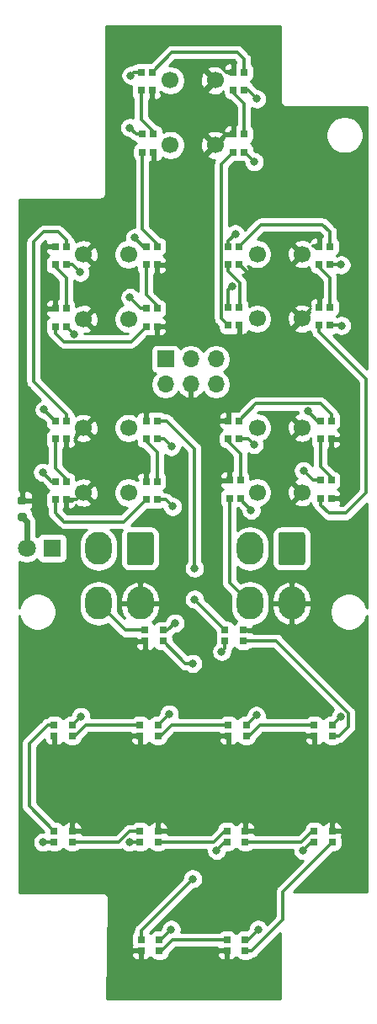
<source format=gbr>
%TF.GenerationSoftware,KiCad,Pcbnew,(5.1.9)-1*%
%TF.CreationDate,2021-09-19T09:11:26-06:00*%
%TF.ProjectId,jett_station_select,6a657474-5f73-4746-9174-696f6e5f7365,rev?*%
%TF.SameCoordinates,Original*%
%TF.FileFunction,Copper,L1,Top*%
%TF.FilePolarity,Positive*%
%FSLAX46Y46*%
G04 Gerber Fmt 4.6, Leading zero omitted, Abs format (unit mm)*
G04 Created by KiCad (PCBNEW (5.1.9)-1) date 2021-09-19 09:11:26*
%MOMM*%
%LPD*%
G01*
G04 APERTURE LIST*
%TA.AperFunction,ComponentPad*%
%ADD10C,1.700000*%
%TD*%
%TA.AperFunction,ComponentPad*%
%ADD11O,1.700000X1.700000*%
%TD*%
%TA.AperFunction,ComponentPad*%
%ADD12R,1.700000X1.700000*%
%TD*%
%TA.AperFunction,ComponentPad*%
%ADD13O,2.700000X3.300000*%
%TD*%
%TA.AperFunction,SMDPad,CuDef*%
%ADD14R,0.700000X0.700000*%
%TD*%
%TA.AperFunction,ComponentPad*%
%ADD15C,1.800000*%
%TD*%
%TA.AperFunction,ComponentPad*%
%ADD16R,1.800000X1.800000*%
%TD*%
%TA.AperFunction,ViaPad*%
%ADD17C,0.800000*%
%TD*%
%TA.AperFunction,Conductor*%
%ADD18C,0.304800*%
%TD*%
%TA.AperFunction,Conductor*%
%ADD19C,0.609600*%
%TD*%
%TA.AperFunction,Conductor*%
%ADD20C,0.254000*%
%TD*%
%TA.AperFunction,Conductor*%
%ADD21C,0.100000*%
%TD*%
G04 APERTURE END LIST*
D10*
%TO.P,SW5,1*%
%TO.N,/RO_SW*%
X156876750Y-97694749D03*
%TO.P,SW5,2*%
X156876750Y-91194749D03*
%TO.P,SW5,3*%
%TO.N,GND*%
X161376750Y-97694749D03*
%TO.P,SW5,4*%
X161376750Y-91194749D03*
%TD*%
%TO.P,SW4,1*%
%TO.N,/LO_SW*%
X143922750Y-91217749D03*
%TO.P,SW4,2*%
X143922750Y-97717749D03*
%TO.P,SW4,3*%
%TO.N,GND*%
X139422750Y-91217749D03*
%TO.P,SW4,4*%
X139422750Y-97717749D03*
%TD*%
%TO.P,SW3,1*%
%TO.N,/RI_SW*%
X156876750Y-80232250D03*
%TO.P,SW3,2*%
X156876750Y-73732250D03*
%TO.P,SW3,3*%
%TO.N,GND*%
X161376750Y-80232250D03*
%TO.P,SW3,4*%
X161376750Y-73732250D03*
%TD*%
%TO.P,SW2,1*%
%TO.N,/LI_SW*%
X143922750Y-73755250D03*
%TO.P,SW2,2*%
X143922750Y-80255250D03*
%TO.P,SW2,3*%
%TO.N,GND*%
X139422750Y-73755250D03*
%TO.P,SW2,4*%
X139422750Y-80255250D03*
%TD*%
%TO.P,SW1,1*%
%TO.N,/CTR_SW*%
X148145500Y-62769749D03*
%TO.P,SW1,2*%
X148145500Y-56269749D03*
%TO.P,SW1,3*%
%TO.N,GND*%
X152645500Y-62769749D03*
%TO.P,SW1,4*%
X152645500Y-56269749D03*
%TD*%
%TO.P,R1,2*%
%TO.N,GND*%
%TA.AperFunction,SMDPad,CuDef*%
G36*
G01*
X133513875Y-98920749D02*
X132963875Y-98920749D01*
G75*
G02*
X132763875Y-98720749I0J200000D01*
G01*
X132763875Y-98320749D01*
G75*
G02*
X132963875Y-98120749I200000J0D01*
G01*
X133513875Y-98120749D01*
G75*
G02*
X133713875Y-98320749I0J-200000D01*
G01*
X133713875Y-98720749D01*
G75*
G02*
X133513875Y-98920749I-200000J0D01*
G01*
G37*
%TD.AperFunction*%
%TO.P,R1,1*%
%TO.N,Net-(D1-Pad2)*%
%TA.AperFunction,SMDPad,CuDef*%
G36*
G01*
X133513875Y-100570749D02*
X132963875Y-100570749D01*
G75*
G02*
X132763875Y-100370749I0J200000D01*
G01*
X132763875Y-99970749D01*
G75*
G02*
X132963875Y-99770749I200000J0D01*
G01*
X133513875Y-99770749D01*
G75*
G02*
X133713875Y-99970749I0J-200000D01*
G01*
X133713875Y-100370749D01*
G75*
G02*
X133513875Y-100570749I-200000J0D01*
G01*
G37*
%TD.AperFunction*%
%TD*%
D11*
%TO.P,J3,6*%
%TO.N,/RO_SW*%
X152733375Y-86836249D03*
%TO.P,J3,5*%
%TO.N,/RI_SW*%
X152733375Y-84296249D03*
%TO.P,J3,4*%
%TO.N,GND*%
X150193375Y-86836249D03*
%TO.P,J3,3*%
%TO.N,/CTR_SW*%
X150193375Y-84296249D03*
%TO.P,J3,2*%
%TO.N,/LO_SW*%
X147653375Y-86836249D03*
D12*
%TO.P,J3,1*%
%TO.N,/LI_SW*%
X147653375Y-84296249D03*
%TD*%
D13*
%TO.P,J2,4*%
%TO.N,/BL_DOUT*%
X140913375Y-108846249D03*
%TO.P,J2,3*%
%TO.N,GND*%
X145113375Y-108846249D03*
%TO.P,J2,2*%
%TO.N,/BL_+5V*%
X140913375Y-103346249D03*
%TO.P,J2,1*%
%TA.AperFunction,ComponentPad*%
G36*
G01*
X146463375Y-101946250D02*
X146463375Y-104746248D01*
G75*
G02*
X146213374Y-104996249I-250001J0D01*
G01*
X144013376Y-104996249D01*
G75*
G02*
X143763375Y-104746248I0J250001D01*
G01*
X143763375Y-101946250D01*
G75*
G02*
X144013376Y-101696249I250001J0D01*
G01*
X146213374Y-101696249D01*
G75*
G02*
X146463375Y-101946250I0J-250001D01*
G01*
G37*
%TD.AperFunction*%
%TD*%
%TO.P,J1,4*%
%TO.N,/BL_DIN*%
X156153375Y-108846249D03*
%TO.P,J1,3*%
%TO.N,GND*%
X160353375Y-108846249D03*
%TO.P,J1,2*%
%TO.N,/BL_+5V*%
X156153375Y-103346249D03*
%TO.P,J1,1*%
%TA.AperFunction,ComponentPad*%
G36*
G01*
X161703375Y-101946250D02*
X161703375Y-104746248D01*
G75*
G02*
X161453374Y-104996249I-250001J0D01*
G01*
X159253376Y-104996249D01*
G75*
G02*
X159003375Y-104746248I0J250001D01*
G01*
X159003375Y-101946250D01*
G75*
G02*
X159253376Y-101696249I250001J0D01*
G01*
X161453374Y-101696249D01*
G75*
G02*
X161703375Y-101946250I0J-250001D01*
G01*
G37*
%TD.AperFunction*%
%TD*%
D14*
%TO.P,D33,4*%
%TO.N,/BL_+5V*%
X147425375Y-111559249D03*
%TO.P,D33,3*%
%TO.N,Net-(D32-Pad1)*%
X147425375Y-112659249D03*
%TO.P,D33,2*%
%TO.N,GND*%
X145595375Y-112659249D03*
%TO.P,D33,1*%
%TO.N,/BL_DOUT*%
X145595375Y-111559249D03*
%TD*%
%TO.P,D32,4*%
%TO.N,/BL_+5V*%
X147044375Y-142674249D03*
%TO.P,D32,3*%
%TO.N,Net-(D31-Pad1)*%
X147044375Y-143774249D03*
%TO.P,D32,2*%
%TO.N,GND*%
X145214375Y-143774249D03*
%TO.P,D32,1*%
%TO.N,Net-(D32-Pad1)*%
X145214375Y-142674249D03*
%TD*%
%TO.P,D31,4*%
%TO.N,/BL_+5V*%
X155680375Y-142674249D03*
%TO.P,D31,3*%
%TO.N,Net-(D30-Pad1)*%
X155680375Y-143774249D03*
%TO.P,D31,2*%
%TO.N,GND*%
X153850375Y-143774249D03*
%TO.P,D31,1*%
%TO.N,Net-(D31-Pad1)*%
X153850375Y-142674249D03*
%TD*%
%TO.P,D30,4*%
%TO.N,/BL_+5V*%
X162613375Y-132852249D03*
%TO.P,D30,3*%
%TO.N,Net-(D29-Pad1)*%
X162613375Y-131752249D03*
%TO.P,D30,2*%
%TO.N,GND*%
X164443375Y-131752249D03*
%TO.P,D30,1*%
%TO.N,Net-(D30-Pad1)*%
X164443375Y-132852249D03*
%TD*%
%TO.P,D29,4*%
%TO.N,/BL_+5V*%
X153850375Y-132852249D03*
%TO.P,D29,3*%
%TO.N,Net-(D28-Pad1)*%
X153850375Y-131752249D03*
%TO.P,D29,2*%
%TO.N,GND*%
X155680375Y-131752249D03*
%TO.P,D29,1*%
%TO.N,Net-(D29-Pad1)*%
X155680375Y-132852249D03*
%TD*%
%TO.P,D28,4*%
%TO.N,/BL_+5V*%
X145087375Y-132852249D03*
%TO.P,D28,3*%
%TO.N,Net-(D27-Pad1)*%
X145087375Y-131752249D03*
%TO.P,D28,2*%
%TO.N,GND*%
X146917375Y-131752249D03*
%TO.P,D28,1*%
%TO.N,Net-(D28-Pad1)*%
X146917375Y-132852249D03*
%TD*%
%TO.P,D27,4*%
%TO.N,/BL_+5V*%
X136451375Y-132852249D03*
%TO.P,D27,3*%
%TO.N,Net-(D26-Pad1)*%
X136451375Y-131752249D03*
%TO.P,D27,2*%
%TO.N,GND*%
X138281375Y-131752249D03*
%TO.P,D27,1*%
%TO.N,Net-(D27-Pad1)*%
X138281375Y-132852249D03*
%TD*%
%TO.P,D26,4*%
%TO.N,/BL_+5V*%
X138281375Y-121084249D03*
%TO.P,D26,3*%
%TO.N,/BL_DATA3*%
X138281375Y-122184249D03*
%TO.P,D26,2*%
%TO.N,GND*%
X136451375Y-122184249D03*
%TO.P,D26,1*%
%TO.N,Net-(D26-Pad1)*%
X136451375Y-121084249D03*
%TD*%
%TO.P,D25,4*%
%TO.N,/BL_+5V*%
X146917375Y-121084249D03*
%TO.P,D25,3*%
%TO.N,Net-(D24-Pad1)*%
X146917375Y-122184249D03*
%TO.P,D25,2*%
%TO.N,GND*%
X145087375Y-122184249D03*
%TO.P,D25,1*%
%TO.N,/BL_DATA3*%
X145087375Y-121084249D03*
%TD*%
%TO.P,D24,4*%
%TO.N,/BL_+5V*%
X155807375Y-121084249D03*
%TO.P,D24,3*%
%TO.N,Net-(D23-Pad1)*%
X155807375Y-122184249D03*
%TO.P,D24,2*%
%TO.N,GND*%
X153977375Y-122184249D03*
%TO.P,D24,1*%
%TO.N,Net-(D24-Pad1)*%
X153977375Y-121084249D03*
%TD*%
%TO.P,D23,4*%
%TO.N,/BL_+5V*%
X164443375Y-121084249D03*
%TO.P,D23,3*%
%TO.N,Net-(D22-Pad1)*%
X164443375Y-122184249D03*
%TO.P,D23,2*%
%TO.N,GND*%
X162613375Y-122184249D03*
%TO.P,D23,1*%
%TO.N,Net-(D23-Pad1)*%
X162613375Y-121084249D03*
%TD*%
%TO.P,D22,4*%
%TO.N,/BL_+5V*%
X153653375Y-112626249D03*
%TO.P,D22,3*%
%TO.N,Net-(D21-Pad1)*%
X153653375Y-111526249D03*
%TO.P,D22,2*%
%TO.N,GND*%
X155483375Y-111526249D03*
%TO.P,D22,1*%
%TO.N,Net-(D22-Pad1)*%
X155483375Y-112626249D03*
%TD*%
%TO.P,D21,4*%
%TO.N,/BL_+5V*%
X146806375Y-92323249D03*
%TO.P,D21,3*%
%TO.N,Net-(D20-Pad1)*%
X145706375Y-92323249D03*
%TO.P,D21,2*%
%TO.N,GND*%
X145706375Y-90493249D03*
%TO.P,D21,1*%
%TO.N,Net-(D21-Pad1)*%
X146806375Y-90493249D03*
%TD*%
%TO.P,D20,4*%
%TO.N,/BL_+5V*%
X146806375Y-98419249D03*
%TO.P,D20,3*%
%TO.N,Net-(D19-Pad1)*%
X145706375Y-98419249D03*
%TO.P,D20,2*%
%TO.N,GND*%
X145706375Y-96589249D03*
%TO.P,D20,1*%
%TO.N,Net-(D20-Pad1)*%
X146806375Y-96589249D03*
%TD*%
%TO.P,D19,4*%
%TO.N,/BL_+5V*%
X136562375Y-96589249D03*
%TO.P,D19,3*%
%TO.N,Net-(D18-Pad1)*%
X137662375Y-96589249D03*
%TO.P,D19,2*%
%TO.N,GND*%
X137662375Y-98419249D03*
%TO.P,D19,1*%
%TO.N,Net-(D19-Pad1)*%
X136562375Y-98419249D03*
%TD*%
%TO.P,D18,4*%
%TO.N,/BL_+5V*%
X136562375Y-90493249D03*
%TO.P,D18,3*%
%TO.N,/BL_DATA2*%
X137662375Y-90493249D03*
%TO.P,D18,2*%
%TO.N,GND*%
X137662375Y-92323249D03*
%TO.P,D18,1*%
%TO.N,Net-(D18-Pad1)*%
X136562375Y-92323249D03*
%TD*%
%TO.P,D17,4*%
%TO.N,/BL_+5V*%
X137662375Y-74797249D03*
%TO.P,D17,3*%
%TO.N,Net-(D16-Pad1)*%
X136562375Y-74797249D03*
%TO.P,D17,2*%
%TO.N,GND*%
X136562375Y-72967249D03*
%TO.P,D17,1*%
%TO.N,/BL_DATA2*%
X137662375Y-72967249D03*
%TD*%
%TO.P,D16,4*%
%TO.N,/BL_+5V*%
X137662375Y-81020249D03*
%TO.P,D16,3*%
%TO.N,Net-(D15-Pad1)*%
X136562375Y-81020249D03*
%TO.P,D16,2*%
%TO.N,GND*%
X136562375Y-79190249D03*
%TO.P,D16,1*%
%TO.N,Net-(D16-Pad1)*%
X137662375Y-79190249D03*
%TD*%
%TO.P,D15,4*%
%TO.N,/BL_+5V*%
X145706375Y-79190249D03*
%TO.P,D15,3*%
%TO.N,Net-(D14-Pad1)*%
X146806375Y-79190249D03*
%TO.P,D15,2*%
%TO.N,GND*%
X146806375Y-81020249D03*
%TO.P,D15,1*%
%TO.N,Net-(D15-Pad1)*%
X145706375Y-81020249D03*
%TD*%
%TO.P,D14,4*%
%TO.N,/BL_+5V*%
X145706375Y-72967249D03*
%TO.P,D14,3*%
%TO.N,Net-(D13-Pad1)*%
X146806375Y-72967249D03*
%TO.P,D14,2*%
%TO.N,GND*%
X146806375Y-74797249D03*
%TO.P,D14,1*%
%TO.N,Net-(D14-Pad1)*%
X145706375Y-74797249D03*
%TD*%
%TO.P,D13,4*%
%TO.N,/BL_+5V*%
X145325375Y-61664249D03*
%TO.P,D13,3*%
%TO.N,Net-(D12-Pad1)*%
X146425375Y-61664249D03*
%TO.P,D13,2*%
%TO.N,GND*%
X146425375Y-63494249D03*
%TO.P,D13,1*%
%TO.N,Net-(D13-Pad1)*%
X145325375Y-63494249D03*
%TD*%
%TO.P,D12,4*%
%TO.N,/BL_+5V*%
X145198375Y-55441249D03*
%TO.P,D12,3*%
%TO.N,Net-(D11-Pad1)*%
X146298375Y-55441249D03*
%TO.P,D12,2*%
%TO.N,GND*%
X146298375Y-57271249D03*
%TO.P,D12,1*%
%TO.N,Net-(D12-Pad1)*%
X145198375Y-57271249D03*
%TD*%
%TO.P,D11,4*%
%TO.N,/BL_+5V*%
X155569375Y-57271249D03*
%TO.P,D11,3*%
%TO.N,Net-(D10-Pad1)*%
X154469375Y-57271249D03*
%TO.P,D11,2*%
%TO.N,GND*%
X154469375Y-55441249D03*
%TO.P,D11,1*%
%TO.N,Net-(D11-Pad1)*%
X155569375Y-55441249D03*
%TD*%
%TO.P,D10,4*%
%TO.N,/BL_+5V*%
X155569375Y-63494249D03*
%TO.P,D10,3*%
%TO.N,/BL_DATA1*%
X154469375Y-63494249D03*
%TO.P,D10,2*%
%TO.N,GND*%
X154469375Y-61664249D03*
%TO.P,D10,1*%
%TO.N,Net-(D10-Pad1)*%
X155569375Y-61664249D03*
%TD*%
%TO.P,D9,4*%
%TO.N,/BL_+5V*%
X153961375Y-79063249D03*
%TO.P,D9,3*%
%TO.N,Net-(D8-Pad1)*%
X155061375Y-79063249D03*
%TO.P,D9,2*%
%TO.N,GND*%
X155061375Y-80893249D03*
%TO.P,D9,1*%
%TO.N,/BL_DATA1*%
X153961375Y-80893249D03*
%TD*%
%TO.P,D8,4*%
%TO.N,/BL_+5V*%
X153961375Y-72967249D03*
%TO.P,D8,3*%
%TO.N,Net-(D7-Pad1)*%
X155061375Y-72967249D03*
%TO.P,D8,2*%
%TO.N,GND*%
X155061375Y-74797249D03*
%TO.P,D8,1*%
%TO.N,Net-(D8-Pad1)*%
X153961375Y-74797249D03*
%TD*%
%TO.P,D7,4*%
%TO.N,/BL_+5V*%
X164205375Y-74797249D03*
%TO.P,D7,3*%
%TO.N,Net-(D6-Pad1)*%
X163105375Y-74797249D03*
%TO.P,D7,2*%
%TO.N,GND*%
X163105375Y-72967249D03*
%TO.P,D7,1*%
%TO.N,Net-(D7-Pad1)*%
X164205375Y-72967249D03*
%TD*%
%TO.P,D6,4*%
%TO.N,/BL_+5V*%
X164205375Y-80893249D03*
%TO.P,D6,3*%
%TO.N,Net-(D5-Pad1)*%
X163105375Y-80893249D03*
%TO.P,D6,2*%
%TO.N,GND*%
X163105375Y-79063249D03*
%TO.P,D6,1*%
%TO.N,Net-(D6-Pad1)*%
X164205375Y-79063249D03*
%TD*%
%TO.P,D5,4*%
%TO.N,/BL_+5V*%
X163232375Y-96462249D03*
%TO.P,D5,3*%
%TO.N,Net-(D4-Pad1)*%
X164332375Y-96462249D03*
%TO.P,D5,2*%
%TO.N,GND*%
X164332375Y-98292249D03*
%TO.P,D5,1*%
%TO.N,Net-(D5-Pad1)*%
X163232375Y-98292249D03*
%TD*%
%TO.P,D4,4*%
%TO.N,/BL_+5V*%
X163232375Y-90493249D03*
%TO.P,D4,3*%
%TO.N,Net-(D3-Pad1)*%
X164332375Y-90493249D03*
%TO.P,D4,2*%
%TO.N,GND*%
X164332375Y-92323249D03*
%TO.P,D4,1*%
%TO.N,Net-(D4-Pad1)*%
X163232375Y-92323249D03*
%TD*%
%TO.P,D3,4*%
%TO.N,/BL_+5V*%
X155061375Y-92323249D03*
%TO.P,D3,3*%
%TO.N,Net-(D2-Pad1)*%
X153961375Y-92323249D03*
%TO.P,D3,2*%
%TO.N,GND*%
X153961375Y-90493249D03*
%TO.P,D3,1*%
%TO.N,Net-(D3-Pad1)*%
X155061375Y-90493249D03*
%TD*%
%TO.P,D2,4*%
%TO.N,/BL_+5V*%
X155188375Y-98292249D03*
%TO.P,D2,3*%
%TO.N,/BL_DIN*%
X154088375Y-98292249D03*
%TO.P,D2,2*%
%TO.N,GND*%
X154088375Y-96462249D03*
%TO.P,D2,1*%
%TO.N,Net-(D2-Pad1)*%
X155188375Y-96462249D03*
%TD*%
D15*
%TO.P,D1,2*%
%TO.N,Net-(D1-Pad2)*%
X133683375Y-103282749D03*
D16*
%TO.P,D1,1*%
%TO.N,/BL_+5V*%
X136223375Y-103282749D03*
%TD*%
D17*
%TO.N,GND*%
X166195375Y-97313749D03*
X166322375Y-100996749D03*
X143779875Y-127285749D03*
%TO.N,/BL_+5V*%
X161538375Y-95506249D03*
X161978375Y-89526249D03*
X156558375Y-92886249D03*
X156268375Y-99496249D03*
X165368375Y-80926249D03*
X165338375Y-74816249D03*
X154678375Y-71686249D03*
X154368375Y-76946249D03*
X156598375Y-64456249D03*
X156848375Y-58136249D03*
X144168375Y-55776249D03*
X144058375Y-61016249D03*
X144088375Y-78096249D03*
X144548375Y-72106249D03*
X139068375Y-75566249D03*
X138458375Y-81786249D03*
X148248375Y-93086249D03*
X148368375Y-99106249D03*
X135298375Y-95676249D03*
X135438375Y-89376249D03*
X139144375Y-120237249D03*
X148034375Y-119983249D03*
X156797375Y-120110249D03*
X165306375Y-120237249D03*
X153304875Y-113696749D03*
X148605875Y-110839249D03*
X135334375Y-132873749D03*
X144033875Y-132873749D03*
X152796875Y-133699249D03*
X161496375Y-133699249D03*
X156987875Y-141636749D03*
X148224875Y-141636749D03*
%TO.N,Net-(D21-Pad1)*%
X150574375Y-108447249D03*
X150574375Y-105314749D03*
%TO.N,Net-(D32-Pad1)*%
X150383875Y-136556749D03*
X150383875Y-114903249D03*
%TD*%
D18*
%TO.N,GND*%
X155061375Y-74797249D02*
X155109375Y-74797249D01*
X155109375Y-74797249D02*
X156028375Y-75716249D01*
X154469375Y-55441249D02*
X153793375Y-55441249D01*
X153793375Y-55441249D02*
X153388375Y-55036249D01*
X138721250Y-98419249D02*
X139422750Y-97717749D01*
X137662375Y-98419249D02*
X138721250Y-98419249D01*
%TO.N,/BL_+5V*%
X162494375Y-96462249D02*
X161538375Y-95506249D01*
X163232375Y-96462249D02*
X162494375Y-96462249D01*
X162945375Y-90493249D02*
X161978375Y-89526249D01*
X163232375Y-90493249D02*
X162945375Y-90493249D01*
X155061375Y-92323249D02*
X155995375Y-92323249D01*
X155995375Y-92323249D02*
X156558375Y-92886249D01*
X155188375Y-98416249D02*
X156268375Y-99496249D01*
X155188375Y-98292249D02*
X155188375Y-98416249D01*
X165335375Y-80893249D02*
X165368375Y-80926249D01*
X164205375Y-80893249D02*
X165335375Y-80893249D01*
X165319375Y-74797249D02*
X165338375Y-74816249D01*
X164205375Y-74797249D02*
X165319375Y-74797249D01*
X153961375Y-72403249D02*
X154678375Y-71686249D01*
X153961375Y-72967249D02*
X153961375Y-72403249D01*
X153961375Y-77353249D02*
X154368375Y-76946249D01*
X153961375Y-79063249D02*
X153961375Y-77353249D01*
X155636375Y-63494249D02*
X156598375Y-64456249D01*
X155569375Y-63494249D02*
X155636375Y-63494249D01*
X155983375Y-57271249D02*
X156848375Y-58136249D01*
X155569375Y-57271249D02*
X155983375Y-57271249D01*
X144503375Y-55441249D02*
X144168375Y-55776249D01*
X145198375Y-55441249D02*
X144503375Y-55441249D01*
X144706375Y-61664249D02*
X144058375Y-61016249D01*
X145325375Y-61664249D02*
X144706375Y-61664249D01*
X145182375Y-79190249D02*
X144088375Y-78096249D01*
X145706375Y-79190249D02*
X145182375Y-79190249D01*
X145409375Y-72967249D02*
X144548375Y-72106249D01*
X145706375Y-72967249D02*
X145409375Y-72967249D01*
X138299375Y-74797249D02*
X139068375Y-75566249D01*
X137662375Y-74797249D02*
X138299375Y-74797249D01*
X137692375Y-81020249D02*
X138458375Y-81786249D01*
X137662375Y-81020249D02*
X137692375Y-81020249D01*
X147485375Y-92323249D02*
X148248375Y-93086249D01*
X146806375Y-92323249D02*
X147485375Y-92323249D01*
X147681375Y-98419249D02*
X148368375Y-99106249D01*
X146806375Y-98419249D02*
X147681375Y-98419249D01*
X136211375Y-96589249D02*
X135298375Y-95676249D01*
X136562375Y-96589249D02*
X136211375Y-96589249D01*
X136555375Y-90493249D02*
X135438375Y-89376249D01*
X136562375Y-90493249D02*
X136555375Y-90493249D01*
X138297375Y-121084249D02*
X139144375Y-120237249D01*
X138281375Y-121084249D02*
X138297375Y-121084249D01*
X146933375Y-121084249D02*
X148034375Y-119983249D01*
X146917375Y-121084249D02*
X146933375Y-121084249D01*
X155823375Y-121084249D02*
X156797375Y-120110249D01*
X155807375Y-121084249D02*
X155823375Y-121084249D01*
X164443375Y-121084249D02*
X164459375Y-121084249D01*
X164459375Y-121084249D02*
X165306375Y-120237249D01*
X153653375Y-113348249D02*
X153304875Y-113696749D01*
X153653375Y-112626249D02*
X153653375Y-113348249D01*
X147885875Y-111559249D02*
X148605875Y-110839249D01*
X147425375Y-111559249D02*
X147885875Y-111559249D01*
X135355875Y-132852249D02*
X135334375Y-132873749D01*
X136451375Y-132852249D02*
X135355875Y-132852249D01*
X144055375Y-132852249D02*
X144033875Y-132873749D01*
X145087375Y-132852249D02*
X144055375Y-132852249D01*
X153643875Y-132852249D02*
X152796875Y-133699249D01*
X153850375Y-132852249D02*
X153643875Y-132852249D01*
X162343375Y-132852249D02*
X161496375Y-133699249D01*
X162613375Y-132852249D02*
X162343375Y-132852249D01*
X155950375Y-142674249D02*
X156987875Y-141636749D01*
X155680375Y-142674249D02*
X155950375Y-142674249D01*
X147187375Y-142674249D02*
X148224875Y-141636749D01*
X147044375Y-142674249D02*
X147187375Y-142674249D01*
D19*
%TO.N,Net-(D1-Pad2)*%
X133683375Y-100615249D02*
X133238875Y-100170749D01*
X133683375Y-103282749D02*
X133683375Y-100615249D01*
D18*
%TO.N,/BL_DIN*%
X154088375Y-106781249D02*
X154088375Y-98292249D01*
X156153375Y-108846249D02*
X154088375Y-106781249D01*
%TO.N,Net-(D2-Pad1)*%
X153961375Y-92557571D02*
X153961375Y-92323249D01*
X155188375Y-93784571D02*
X153961375Y-92557571D01*
X155188375Y-96462249D02*
X155188375Y-93784571D01*
%TO.N,Net-(D3-Pad1)*%
X155061375Y-90493249D02*
X156780777Y-88773847D01*
X156780777Y-88773847D02*
X163267773Y-88773847D01*
X163267773Y-88773847D02*
X164332375Y-89838449D01*
X164332375Y-89838449D02*
X164332375Y-90493249D01*
%TO.N,Net-(D4-Pad1)*%
X164332375Y-96227927D02*
X164332375Y-96462249D01*
X163232375Y-95127927D02*
X164332375Y-96227927D01*
X163232375Y-92323249D02*
X163232375Y-95127927D01*
%TO.N,Net-(D5-Pad1)*%
X163105375Y-81548049D02*
X163105375Y-80893249D01*
X167878375Y-86321049D02*
X163105375Y-81548049D01*
X167878375Y-97726249D02*
X167878375Y-86321049D01*
X165814375Y-99790249D02*
X167878375Y-97726249D01*
X164075575Y-99790249D02*
X165814375Y-99790249D01*
X163232375Y-98947049D02*
X164075575Y-99790249D01*
X163232375Y-98292249D02*
X163232375Y-98947049D01*
%TO.N,Net-(D6-Pad1)*%
X163105375Y-75031571D02*
X163105375Y-74797249D01*
X164205375Y-76131571D02*
X163105375Y-75031571D01*
X164205375Y-79063249D02*
X164205375Y-76131571D01*
%TO.N,Net-(D7-Pad1)*%
X157257875Y-70770749D02*
X155061375Y-72967249D01*
X163464875Y-70770749D02*
X157257875Y-70770749D01*
X164205375Y-71511249D02*
X163464875Y-70770749D01*
X164205375Y-72967249D02*
X164205375Y-71511249D01*
%TO.N,Net-(D8-Pad1)*%
X153961375Y-74797249D02*
X153961375Y-75452049D01*
X153961375Y-75452049D02*
X155120777Y-76611451D01*
X155120777Y-76611451D02*
X155120777Y-79003847D01*
X155120777Y-79003847D02*
X155061375Y-79063249D01*
%TO.N,/BL_DATA1*%
X153258974Y-64704650D02*
X154469375Y-63494249D01*
X153258974Y-80190848D02*
X153258974Y-64704650D01*
X153961375Y-80893249D02*
X153258974Y-80190848D01*
%TO.N,Net-(D10-Pad1)*%
X154469375Y-57505571D02*
X154469375Y-57271249D01*
X155569375Y-58605571D02*
X154469375Y-57505571D01*
X155569375Y-61664249D02*
X155569375Y-58605571D01*
%TO.N,Net-(D11-Pad1)*%
X148293375Y-53446249D02*
X146298375Y-55441249D01*
X154858375Y-53446249D02*
X148293375Y-53446249D01*
X155569375Y-54157249D02*
X154858375Y-53446249D01*
X155569375Y-55441249D02*
X155569375Y-54157249D01*
%TO.N,Net-(D12-Pad1)*%
X146425375Y-61429927D02*
X146425375Y-61664249D01*
X145198375Y-60202927D02*
X146425375Y-61429927D01*
X145198375Y-57271249D02*
X145198375Y-60202927D01*
%TO.N,Net-(D13-Pad1)*%
X146806375Y-72732927D02*
X146806375Y-72967249D01*
X145325375Y-71251927D02*
X146806375Y-72732927D01*
X145325375Y-63494249D02*
X145325375Y-71251927D01*
%TO.N,Net-(D14-Pad1)*%
X146806375Y-78955927D02*
X146806375Y-79190249D01*
X145706375Y-77855927D02*
X146806375Y-78955927D01*
X145706375Y-74797249D02*
X145706375Y-77855927D01*
%TO.N,Net-(D15-Pad1)*%
X136562375Y-81675049D02*
X136562375Y-81020249D01*
X145706375Y-81020249D02*
X144187973Y-82538651D01*
X144187973Y-82538651D02*
X137425977Y-82538651D01*
X137425977Y-82538651D02*
X136562375Y-81675049D01*
%TO.N,Net-(D16-Pad1)*%
X136562375Y-75031571D02*
X136562375Y-74797249D01*
X137662375Y-76131571D02*
X136562375Y-75031571D01*
X137662375Y-79190249D02*
X137662375Y-76131571D01*
%TO.N,/BL_DATA2*%
X134378375Y-72516249D02*
X134378375Y-86554449D01*
X137662375Y-89838449D02*
X137662375Y-90493249D01*
X135388375Y-71506249D02*
X134378375Y-72516249D01*
X136856175Y-71506249D02*
X135388375Y-71506249D01*
X137662375Y-72312449D02*
X136856175Y-71506249D01*
X134378375Y-86554449D02*
X137662375Y-89838449D01*
X137662375Y-72967249D02*
X137662375Y-72312449D01*
%TO.N,Net-(D18-Pad1)*%
X137662375Y-96354927D02*
X137662375Y-96589249D01*
X136562375Y-95254927D02*
X137662375Y-96354927D01*
X136562375Y-92323249D02*
X136562375Y-95254927D01*
%TO.N,Net-(D19-Pad1)*%
X137448375Y-100646249D02*
X143479375Y-100646249D01*
X136562375Y-99760249D02*
X137448375Y-100646249D01*
X143479375Y-100646249D02*
X145706375Y-98419249D01*
X136562375Y-98419249D02*
X136562375Y-99760249D01*
%TO.N,Net-(D20-Pad1)*%
X145706375Y-92557571D02*
X145706375Y-92323249D01*
X146806375Y-93657571D02*
X145706375Y-92557571D01*
X146806375Y-96589249D02*
X146806375Y-93657571D01*
%TO.N,Net-(D21-Pad1)*%
X150574375Y-108447249D02*
X153653375Y-111526249D01*
X150574375Y-93313249D02*
X150574375Y-105314749D01*
X147754375Y-90493249D02*
X150574375Y-93313249D01*
X146806375Y-90493249D02*
X147754375Y-90493249D01*
X150574375Y-108447249D02*
X150574375Y-108447249D01*
%TO.N,Net-(D22-Pad1)*%
X166058777Y-121223647D02*
X165098175Y-122184249D01*
X155483375Y-112626249D02*
X158808931Y-112626249D01*
X165098175Y-122184249D02*
X164443375Y-122184249D01*
X158808931Y-112626249D02*
X166058777Y-119876095D01*
X166058777Y-119876095D02*
X166058777Y-121223647D01*
%TO.N,Net-(D23-Pad1)*%
X156041697Y-122184249D02*
X155807375Y-122184249D01*
X157141697Y-121084249D02*
X156041697Y-122184249D01*
X162613375Y-121084249D02*
X157141697Y-121084249D01*
%TO.N,Net-(D24-Pad1)*%
X147151697Y-122184249D02*
X146917375Y-122184249D01*
X148251697Y-121084249D02*
X147151697Y-122184249D01*
X153977375Y-121084249D02*
X148251697Y-121084249D01*
%TO.N,/BL_DATA3*%
X138515697Y-122184249D02*
X138281375Y-122184249D01*
X139615697Y-121084249D02*
X138515697Y-122184249D01*
X145087375Y-121084249D02*
X139615697Y-121084249D01*
%TO.N,Net-(D26-Pad1)*%
X133937375Y-129238249D02*
X136451375Y-131752249D01*
X133937375Y-122943449D02*
X133937375Y-129238249D01*
X135796575Y-121084249D02*
X133937375Y-122943449D01*
X136451375Y-121084249D02*
X135796575Y-121084249D01*
%TO.N,Net-(D27-Pad1)*%
X142941819Y-132852249D02*
X144041819Y-131752249D01*
X138281375Y-132852249D02*
X142941819Y-132852249D01*
X144041819Y-131752249D02*
X145087375Y-131752249D01*
%TO.N,Net-(D28-Pad1)*%
X153616053Y-131752249D02*
X153850375Y-131752249D01*
X152516053Y-132852249D02*
X153616053Y-131752249D01*
X146917375Y-132852249D02*
X152516053Y-132852249D01*
%TO.N,Net-(D29-Pad1)*%
X162379053Y-131752249D02*
X162613375Y-131752249D01*
X161279053Y-132852249D02*
X162379053Y-131752249D01*
X155680375Y-132852249D02*
X161279053Y-132852249D01*
%TO.N,Net-(D30-Pad1)*%
X156335175Y-143774249D02*
X155680375Y-143774249D01*
X159471140Y-137824484D02*
X159471140Y-140638284D01*
X159471140Y-140638284D02*
X156335175Y-143774249D01*
X164443375Y-132852249D02*
X159471140Y-137824484D01*
%TO.N,Net-(D31-Pad1)*%
X147278697Y-143774249D02*
X147044375Y-143774249D01*
X148378697Y-142674249D02*
X147278697Y-143774249D01*
X153850375Y-142674249D02*
X148378697Y-142674249D01*
%TO.N,Net-(D32-Pad1)*%
X145214375Y-142674249D02*
X145214375Y-141726249D01*
X145214375Y-141726249D02*
X150383875Y-136556749D01*
X149669375Y-114903249D02*
X147425375Y-112659249D01*
X150383875Y-114903249D02*
X149669375Y-114903249D01*
%TO.N,/BL_DOUT*%
X143626375Y-111559249D02*
X140913375Y-108846249D01*
X145595375Y-111559249D02*
X143626375Y-111559249D01*
%TD*%
D20*
%TO.N,GND*%
X159188550Y-58260581D02*
X159185357Y-58293000D01*
X159198100Y-58422383D01*
X159235840Y-58546793D01*
X159297125Y-58661450D01*
X159377944Y-58759928D01*
X159379602Y-58761948D01*
X159480100Y-58844425D01*
X159594757Y-58905710D01*
X159719167Y-58943450D01*
X159848550Y-58956193D01*
X159880969Y-58953000D01*
X167919801Y-58953000D01*
X167919801Y-85248923D01*
X164552197Y-81881321D01*
X164555375Y-81881321D01*
X164679857Y-81869061D01*
X164799555Y-81832751D01*
X164834303Y-81814177D01*
X164878119Y-81843454D01*
X165066477Y-81921475D01*
X165266436Y-81961249D01*
X165470314Y-81961249D01*
X165670273Y-81921475D01*
X165858631Y-81843454D01*
X166028149Y-81730186D01*
X166172312Y-81586023D01*
X166285580Y-81416505D01*
X166363601Y-81228147D01*
X166403375Y-81028188D01*
X166403375Y-80824310D01*
X166363601Y-80624351D01*
X166285580Y-80435993D01*
X166172312Y-80266475D01*
X166028149Y-80122312D01*
X165858631Y-80009044D01*
X165670273Y-79931023D01*
X165470314Y-79891249D01*
X165266436Y-79891249D01*
X165066477Y-79931023D01*
X164892141Y-80003236D01*
X164845394Y-79978249D01*
X164909869Y-79943786D01*
X165006560Y-79864434D01*
X165085912Y-79767743D01*
X165144877Y-79657429D01*
X165181187Y-79537731D01*
X165193447Y-79413249D01*
X165193447Y-78713249D01*
X165181187Y-78588767D01*
X165144877Y-78469069D01*
X165085912Y-78358755D01*
X165006560Y-78262064D01*
X164992775Y-78250751D01*
X164992775Y-76170234D01*
X164996583Y-76131571D01*
X164992775Y-76092908D01*
X164992775Y-76092898D01*
X164981381Y-75977214D01*
X164936357Y-75828788D01*
X164906570Y-75773061D01*
X164896001Y-75753288D01*
X165036477Y-75811475D01*
X165236436Y-75851249D01*
X165440314Y-75851249D01*
X165640273Y-75811475D01*
X165828631Y-75733454D01*
X165998149Y-75620186D01*
X166142312Y-75476023D01*
X166255580Y-75306505D01*
X166333601Y-75118147D01*
X166373375Y-74918188D01*
X166373375Y-74714310D01*
X166333601Y-74514351D01*
X166255580Y-74325993D01*
X166142312Y-74156475D01*
X165998149Y-74012312D01*
X165828631Y-73899044D01*
X165640273Y-73821023D01*
X165440314Y-73781249D01*
X165236436Y-73781249D01*
X165036477Y-73821023D01*
X164864286Y-73892347D01*
X164845394Y-73882249D01*
X164909869Y-73847786D01*
X165006560Y-73768434D01*
X165085912Y-73671743D01*
X165144877Y-73561429D01*
X165181187Y-73441731D01*
X165193447Y-73317249D01*
X165193447Y-72617249D01*
X165181187Y-72492767D01*
X165144877Y-72373069D01*
X165085912Y-72262755D01*
X165006560Y-72166064D01*
X164992775Y-72154751D01*
X164992775Y-71549911D01*
X164996583Y-71511248D01*
X164992775Y-71472585D01*
X164992775Y-71472576D01*
X164981381Y-71356892D01*
X164936357Y-71208466D01*
X164863241Y-71071677D01*
X164764844Y-70951780D01*
X164734808Y-70927130D01*
X164049002Y-70241326D01*
X164024344Y-70211280D01*
X163904447Y-70112883D01*
X163767658Y-70039767D01*
X163619232Y-69994743D01*
X163503548Y-69983349D01*
X163503538Y-69983349D01*
X163464875Y-69979541D01*
X163426212Y-69983349D01*
X157296537Y-69983349D01*
X157257874Y-69979541D01*
X157219211Y-69983349D01*
X157219202Y-69983349D01*
X157103518Y-69994743D01*
X156955092Y-70039767D01*
X156818303Y-70112883D01*
X156818301Y-70112884D01*
X156818302Y-70112884D01*
X156728444Y-70186628D01*
X156728442Y-70186630D01*
X156698406Y-70211280D01*
X156673756Y-70241316D01*
X155631752Y-71283320D01*
X155595580Y-71195993D01*
X155482312Y-71026475D01*
X155338149Y-70882312D01*
X155168631Y-70769044D01*
X154980273Y-70691023D01*
X154780314Y-70651249D01*
X154576436Y-70651249D01*
X154376477Y-70691023D01*
X154188119Y-70769044D01*
X154046374Y-70863755D01*
X154046374Y-65030800D01*
X154594854Y-64482321D01*
X154819375Y-64482321D01*
X154943857Y-64470061D01*
X155019375Y-64447153D01*
X155094893Y-64470061D01*
X155219375Y-64482321D01*
X155510896Y-64482321D01*
X155563375Y-64534800D01*
X155563375Y-64558188D01*
X155603149Y-64758147D01*
X155681170Y-64946505D01*
X155794438Y-65116023D01*
X155938601Y-65260186D01*
X156108119Y-65373454D01*
X156296477Y-65451475D01*
X156496436Y-65491249D01*
X156700314Y-65491249D01*
X156900273Y-65451475D01*
X157088631Y-65373454D01*
X157258149Y-65260186D01*
X157402312Y-65116023D01*
X157515580Y-64946505D01*
X157593601Y-64758147D01*
X157633375Y-64558188D01*
X157633375Y-64354310D01*
X157593601Y-64154351D01*
X157515580Y-63965993D01*
X157402312Y-63796475D01*
X157258149Y-63652312D01*
X157088631Y-63539044D01*
X156900273Y-63461023D01*
X156700314Y-63421249D01*
X156676926Y-63421249D01*
X156557447Y-63301770D01*
X156557447Y-63144249D01*
X156545187Y-63019767D01*
X156508877Y-62900069D01*
X156449912Y-62789755D01*
X156370560Y-62693064D01*
X156273869Y-62613712D01*
X156209394Y-62579249D01*
X156273869Y-62544786D01*
X156370560Y-62465434D01*
X156449912Y-62368743D01*
X156508877Y-62258429D01*
X156545187Y-62138731D01*
X156557447Y-62014249D01*
X156557447Y-61568094D01*
X163786500Y-61568094D01*
X163786500Y-61939406D01*
X163858939Y-62303584D01*
X164001034Y-62646632D01*
X164207325Y-62955368D01*
X164469882Y-63217925D01*
X164778618Y-63424216D01*
X165121666Y-63566311D01*
X165485844Y-63638750D01*
X165857156Y-63638750D01*
X166221334Y-63566311D01*
X166564382Y-63424216D01*
X166873118Y-63217925D01*
X167135675Y-62955368D01*
X167341966Y-62646632D01*
X167484061Y-62303584D01*
X167556500Y-61939406D01*
X167556500Y-61568094D01*
X167484061Y-61203916D01*
X167341966Y-60860868D01*
X167135675Y-60552132D01*
X166873118Y-60289575D01*
X166564382Y-60083284D01*
X166221334Y-59941189D01*
X165857156Y-59868750D01*
X165485844Y-59868750D01*
X165121666Y-59941189D01*
X164778618Y-60083284D01*
X164469882Y-60289575D01*
X164207325Y-60552132D01*
X164001034Y-60860868D01*
X163858939Y-61203916D01*
X163786500Y-61568094D01*
X156557447Y-61568094D01*
X156557447Y-61314249D01*
X156545187Y-61189767D01*
X156508877Y-61070069D01*
X156449912Y-60959755D01*
X156370560Y-60863064D01*
X156356775Y-60851751D01*
X156356775Y-59052556D01*
X156358119Y-59053454D01*
X156546477Y-59131475D01*
X156746436Y-59171249D01*
X156950314Y-59171249D01*
X157150273Y-59131475D01*
X157338631Y-59053454D01*
X157508149Y-58940186D01*
X157652312Y-58796023D01*
X157765580Y-58626505D01*
X157843601Y-58438147D01*
X157883375Y-58238188D01*
X157883375Y-58034310D01*
X157843601Y-57834351D01*
X157765580Y-57645993D01*
X157652312Y-57476475D01*
X157508149Y-57332312D01*
X157338631Y-57219044D01*
X157150273Y-57141023D01*
X156950314Y-57101249D01*
X156926926Y-57101249D01*
X156567502Y-56741826D01*
X156542844Y-56711780D01*
X156511638Y-56686170D01*
X156508877Y-56677069D01*
X156449912Y-56566755D01*
X156370560Y-56470064D01*
X156273869Y-56390712D01*
X156209394Y-56356249D01*
X156273869Y-56321786D01*
X156370560Y-56242434D01*
X156449912Y-56145743D01*
X156508877Y-56035429D01*
X156545187Y-55915731D01*
X156557447Y-55791249D01*
X156557447Y-55091249D01*
X156545187Y-54966767D01*
X156508877Y-54847069D01*
X156449912Y-54736755D01*
X156370560Y-54640064D01*
X156356775Y-54628751D01*
X156356775Y-54195912D01*
X156360583Y-54157249D01*
X156356775Y-54118586D01*
X156356775Y-54118576D01*
X156345381Y-54002892D01*
X156300357Y-53854466D01*
X156244001Y-53749032D01*
X156227241Y-53717676D01*
X156153496Y-53627819D01*
X156128844Y-53597780D01*
X156098802Y-53573126D01*
X155442502Y-52916826D01*
X155417844Y-52886780D01*
X155297947Y-52788383D01*
X155161158Y-52715267D01*
X155012732Y-52670243D01*
X154897048Y-52658849D01*
X154897038Y-52658849D01*
X154858375Y-52655041D01*
X154819712Y-52658849D01*
X148332037Y-52658849D01*
X148293374Y-52655041D01*
X148254711Y-52658849D01*
X148254702Y-52658849D01*
X148139018Y-52670243D01*
X147990592Y-52715267D01*
X147853803Y-52788383D01*
X147733906Y-52886780D01*
X147709252Y-52916821D01*
X146172897Y-54453177D01*
X145948375Y-54453177D01*
X145823893Y-54465437D01*
X145748375Y-54488345D01*
X145672857Y-54465437D01*
X145548375Y-54453177D01*
X144848375Y-54453177D01*
X144723893Y-54465437D01*
X144604195Y-54501747D01*
X144493881Y-54560712D01*
X144397190Y-54640064D01*
X144378945Y-54662295D01*
X144349018Y-54665243D01*
X144200592Y-54710267D01*
X144142629Y-54741249D01*
X144066436Y-54741249D01*
X143866477Y-54781023D01*
X143678119Y-54859044D01*
X143508601Y-54972312D01*
X143364438Y-55116475D01*
X143251170Y-55285993D01*
X143173149Y-55474351D01*
X143133375Y-55674310D01*
X143133375Y-55878188D01*
X143173149Y-56078147D01*
X143251170Y-56266505D01*
X143364438Y-56436023D01*
X143508601Y-56580186D01*
X143678119Y-56693454D01*
X143866477Y-56771475D01*
X144066436Y-56811249D01*
X144221137Y-56811249D01*
X144210303Y-56921249D01*
X144210303Y-57621249D01*
X144222563Y-57745731D01*
X144258873Y-57865429D01*
X144317838Y-57975743D01*
X144397190Y-58072434D01*
X144410975Y-58083747D01*
X144410976Y-60042025D01*
X144360273Y-60021023D01*
X144160314Y-59981249D01*
X143956436Y-59981249D01*
X143756477Y-60021023D01*
X143568119Y-60099044D01*
X143398601Y-60212312D01*
X143254438Y-60356475D01*
X143141170Y-60525993D01*
X143063149Y-60714351D01*
X143023375Y-60914310D01*
X143023375Y-61118188D01*
X143063149Y-61318147D01*
X143141170Y-61506505D01*
X143254438Y-61676023D01*
X143398601Y-61820186D01*
X143568119Y-61933454D01*
X143756477Y-62011475D01*
X143956436Y-62051249D01*
X143979824Y-62051249D01*
X144122256Y-62193682D01*
X144146906Y-62223718D01*
X144176942Y-62248368D01*
X144176944Y-62248370D01*
X144240430Y-62300471D01*
X144266803Y-62322115D01*
X144403592Y-62395231D01*
X144487453Y-62420670D01*
X144524190Y-62465434D01*
X144620881Y-62544786D01*
X144685356Y-62579249D01*
X144620881Y-62613712D01*
X144524190Y-62693064D01*
X144444838Y-62789755D01*
X144385873Y-62900069D01*
X144349563Y-63019767D01*
X144337303Y-63144249D01*
X144337303Y-63844249D01*
X144349563Y-63968731D01*
X144385873Y-64088429D01*
X144444838Y-64198743D01*
X144524190Y-64295434D01*
X144537975Y-64306747D01*
X144537976Y-71071249D01*
X144446436Y-71071249D01*
X144246477Y-71111023D01*
X144058119Y-71189044D01*
X143888601Y-71302312D01*
X143744438Y-71446475D01*
X143631170Y-71615993D01*
X143553149Y-71804351D01*
X143513375Y-72004310D01*
X143513375Y-72208188D01*
X143535264Y-72318233D01*
X143489592Y-72327318D01*
X143219339Y-72439260D01*
X142976118Y-72601775D01*
X142769275Y-72808618D01*
X142606760Y-73051839D01*
X142494818Y-73322092D01*
X142437750Y-73608990D01*
X142437750Y-73901510D01*
X142494818Y-74188408D01*
X142606760Y-74458661D01*
X142769275Y-74701882D01*
X142976118Y-74908725D01*
X143219339Y-75071240D01*
X143489592Y-75183182D01*
X143776490Y-75240250D01*
X144069010Y-75240250D01*
X144355908Y-75183182D01*
X144626161Y-75071240D01*
X144718303Y-75009673D01*
X144718303Y-75147249D01*
X144730563Y-75271731D01*
X144766873Y-75391429D01*
X144825838Y-75501743D01*
X144905190Y-75598434D01*
X144918975Y-75609747D01*
X144918976Y-77476380D01*
X144892312Y-77436475D01*
X144748149Y-77292312D01*
X144578631Y-77179044D01*
X144390273Y-77101023D01*
X144190314Y-77061249D01*
X143986436Y-77061249D01*
X143786477Y-77101023D01*
X143598119Y-77179044D01*
X143428601Y-77292312D01*
X143284438Y-77436475D01*
X143171170Y-77605993D01*
X143093149Y-77794351D01*
X143053375Y-77994310D01*
X143053375Y-78198188D01*
X143093149Y-78398147D01*
X143171170Y-78586505D01*
X143284438Y-78756023D01*
X143394939Y-78866524D01*
X143219339Y-78939260D01*
X142976118Y-79101775D01*
X142769275Y-79308618D01*
X142606760Y-79551839D01*
X142494818Y-79822092D01*
X142437750Y-80108990D01*
X142437750Y-80401510D01*
X142494818Y-80688408D01*
X142606760Y-80958661D01*
X142769275Y-81201882D01*
X142976118Y-81408725D01*
X143219339Y-81571240D01*
X143489592Y-81683182D01*
X143776490Y-81740250D01*
X143872824Y-81740250D01*
X143861823Y-81751251D01*
X139493375Y-81751251D01*
X139493375Y-81745557D01*
X139780769Y-81703849D01*
X140056497Y-81606169D01*
X140193907Y-81532722D01*
X140271542Y-81283647D01*
X139422750Y-80434855D01*
X139408608Y-80448998D01*
X139229003Y-80269393D01*
X139243145Y-80255250D01*
X139602355Y-80255250D01*
X140451147Y-81104042D01*
X140700222Y-81026407D01*
X140826121Y-80762367D01*
X140898089Y-80478839D01*
X140913361Y-80186719D01*
X140871349Y-79897231D01*
X140773669Y-79621503D01*
X140700222Y-79484093D01*
X140451147Y-79406458D01*
X139602355Y-80255250D01*
X139243145Y-80255250D01*
X139229003Y-80241108D01*
X139408608Y-80061503D01*
X139422750Y-80075645D01*
X140271542Y-79226853D01*
X140193907Y-78977778D01*
X139929867Y-78851879D01*
X139646339Y-78779911D01*
X139354219Y-78764639D01*
X139064731Y-78806651D01*
X138789003Y-78904331D01*
X138651593Y-78977778D01*
X138650447Y-78981455D01*
X138650447Y-78840249D01*
X138638187Y-78715767D01*
X138601877Y-78596069D01*
X138542912Y-78485755D01*
X138463560Y-78389064D01*
X138449775Y-78377751D01*
X138449775Y-76397698D01*
X138578119Y-76483454D01*
X138766477Y-76561475D01*
X138966436Y-76601249D01*
X139170314Y-76601249D01*
X139370273Y-76561475D01*
X139558631Y-76483454D01*
X139728149Y-76370186D01*
X139872312Y-76226023D01*
X139985580Y-76056505D01*
X140063601Y-75868147D01*
X140103375Y-75668188D01*
X140103375Y-75464310D01*
X140063601Y-75264351D01*
X140005555Y-75124216D01*
X140056497Y-75106169D01*
X140193907Y-75032722D01*
X140271542Y-74783647D01*
X139422750Y-73934855D01*
X139408608Y-73948998D01*
X139229003Y-73769393D01*
X139243145Y-73755250D01*
X139602355Y-73755250D01*
X140451147Y-74604042D01*
X140700222Y-74526407D01*
X140826121Y-74262367D01*
X140898089Y-73978839D01*
X140913361Y-73686719D01*
X140871349Y-73397231D01*
X140773669Y-73121503D01*
X140700222Y-72984093D01*
X140451147Y-72906458D01*
X139602355Y-73755250D01*
X139243145Y-73755250D01*
X139229003Y-73741108D01*
X139408608Y-73561503D01*
X139422750Y-73575645D01*
X140271542Y-72726853D01*
X140193907Y-72477778D01*
X139929867Y-72351879D01*
X139646339Y-72279911D01*
X139354219Y-72264639D01*
X139064731Y-72306651D01*
X138789003Y-72404331D01*
X138651593Y-72477778D01*
X138640284Y-72514060D01*
X138638187Y-72492767D01*
X138601877Y-72373069D01*
X138542912Y-72262755D01*
X138463560Y-72166064D01*
X138433255Y-72141193D01*
X138393357Y-72009666D01*
X138381855Y-71988147D01*
X138320241Y-71872876D01*
X138246496Y-71783019D01*
X138221844Y-71752980D01*
X138191802Y-71728326D01*
X137440302Y-70976826D01*
X137415644Y-70946780D01*
X137295747Y-70848383D01*
X137158958Y-70775267D01*
X137010532Y-70730243D01*
X136894848Y-70718849D01*
X136894838Y-70718849D01*
X136856175Y-70715041D01*
X136817512Y-70718849D01*
X135427040Y-70718849D01*
X135388375Y-70715041D01*
X135349710Y-70718849D01*
X135349702Y-70718849D01*
X135234018Y-70730243D01*
X135085592Y-70775267D01*
X134948802Y-70848383D01*
X134858945Y-70922127D01*
X134858942Y-70922130D01*
X134828906Y-70946780D01*
X134804256Y-70976816D01*
X133848952Y-71932122D01*
X133818906Y-71956780D01*
X133720509Y-72076678D01*
X133647393Y-72213467D01*
X133602369Y-72361893D01*
X133590975Y-72477577D01*
X133590975Y-72477586D01*
X133587167Y-72516249D01*
X133590975Y-72554912D01*
X133590976Y-86515776D01*
X133587167Y-86554449D01*
X133602370Y-86708806D01*
X133647393Y-86857231D01*
X133704062Y-86963249D01*
X133720510Y-86994021D01*
X133818907Y-87113918D01*
X133848948Y-87138572D01*
X135104602Y-88394226D01*
X134948119Y-88459044D01*
X134778601Y-88572312D01*
X134634438Y-88716475D01*
X134521170Y-88885993D01*
X134443149Y-89074351D01*
X134403375Y-89274310D01*
X134403375Y-89478188D01*
X134443149Y-89678147D01*
X134521170Y-89866505D01*
X134634438Y-90036023D01*
X134778601Y-90180186D01*
X134948119Y-90293454D01*
X135136477Y-90371475D01*
X135336436Y-90411249D01*
X135359824Y-90411249D01*
X135574303Y-90625728D01*
X135574303Y-90843249D01*
X135586563Y-90967731D01*
X135622873Y-91087429D01*
X135681838Y-91197743D01*
X135761190Y-91294434D01*
X135857881Y-91373786D01*
X135922356Y-91408249D01*
X135857881Y-91442712D01*
X135761190Y-91522064D01*
X135681838Y-91618755D01*
X135622873Y-91729069D01*
X135586563Y-91848767D01*
X135574303Y-91973249D01*
X135574303Y-92673249D01*
X135586563Y-92797731D01*
X135622873Y-92917429D01*
X135681838Y-93027743D01*
X135761190Y-93124434D01*
X135774975Y-93135747D01*
X135774976Y-94753388D01*
X135600273Y-94681023D01*
X135400314Y-94641249D01*
X135196436Y-94641249D01*
X134996477Y-94681023D01*
X134808119Y-94759044D01*
X134638601Y-94872312D01*
X134494438Y-95016475D01*
X134381170Y-95185993D01*
X134303149Y-95374351D01*
X134263375Y-95574310D01*
X134263375Y-95778188D01*
X134303149Y-95978147D01*
X134381170Y-96166505D01*
X134494438Y-96336023D01*
X134638601Y-96480186D01*
X134808119Y-96593454D01*
X134996477Y-96671475D01*
X135196436Y-96711249D01*
X135219824Y-96711249D01*
X135592771Y-97084196D01*
X135622873Y-97183429D01*
X135681838Y-97293743D01*
X135761190Y-97390434D01*
X135857881Y-97469786D01*
X135922356Y-97504249D01*
X135857881Y-97538712D01*
X135761190Y-97618064D01*
X135681838Y-97714755D01*
X135622873Y-97825069D01*
X135586563Y-97944767D01*
X135574303Y-98069249D01*
X135574303Y-98769249D01*
X135586563Y-98893731D01*
X135622873Y-99013429D01*
X135681838Y-99123743D01*
X135761190Y-99220434D01*
X135774976Y-99231748D01*
X135774976Y-99721577D01*
X135771167Y-99760249D01*
X135786370Y-99914606D01*
X135831393Y-100063031D01*
X135904510Y-100199821D01*
X136002907Y-100319718D01*
X136032948Y-100344372D01*
X136864256Y-101175682D01*
X136888906Y-101205718D01*
X136918942Y-101230368D01*
X136918944Y-101230370D01*
X136982430Y-101282471D01*
X137008803Y-101304115D01*
X137145592Y-101377231D01*
X137294018Y-101422255D01*
X137409702Y-101433649D01*
X137409711Y-101433649D01*
X137448374Y-101437457D01*
X137487037Y-101433649D01*
X139749361Y-101433649D01*
X139502978Y-101635851D01*
X139254922Y-101938106D01*
X139070601Y-102282947D01*
X138957097Y-102657121D01*
X138928375Y-102948739D01*
X138928375Y-103743758D01*
X138957097Y-104035376D01*
X139070601Y-104409550D01*
X139254922Y-104754392D01*
X139502977Y-105056647D01*
X139805232Y-105304702D01*
X140150073Y-105489023D01*
X140524247Y-105602527D01*
X140913375Y-105640853D01*
X141302502Y-105602527D01*
X141676676Y-105489023D01*
X142021518Y-105304702D01*
X142323773Y-105056647D01*
X142571828Y-104754392D01*
X142756149Y-104409551D01*
X142869653Y-104035377D01*
X142898375Y-103743759D01*
X142898375Y-102948740D01*
X142869653Y-102657122D01*
X142756149Y-102282947D01*
X142571828Y-101938106D01*
X142323773Y-101635851D01*
X142077390Y-101433649D01*
X143290739Y-101433649D01*
X143274970Y-101452863D01*
X143192904Y-101606399D01*
X143142367Y-101772996D01*
X143125303Y-101946250D01*
X143125303Y-104746248D01*
X143142367Y-104919502D01*
X143192904Y-105086099D01*
X143274970Y-105239635D01*
X143385414Y-105374210D01*
X143519989Y-105484654D01*
X143673525Y-105566720D01*
X143840122Y-105617257D01*
X144013376Y-105634321D01*
X146213374Y-105634321D01*
X146386628Y-105617257D01*
X146553225Y-105566720D01*
X146706761Y-105484654D01*
X146841336Y-105374210D01*
X146951780Y-105239635D01*
X147033846Y-105086099D01*
X147084383Y-104919502D01*
X147101447Y-104746248D01*
X147101447Y-101946250D01*
X147084383Y-101772996D01*
X147033846Y-101606399D01*
X146951780Y-101452863D01*
X146841336Y-101318288D01*
X146706761Y-101207844D01*
X146553225Y-101125778D01*
X146386628Y-101075241D01*
X146213374Y-101058177D01*
X144180997Y-101058177D01*
X145831855Y-99407321D01*
X146056375Y-99407321D01*
X146180857Y-99395061D01*
X146256375Y-99372153D01*
X146331893Y-99395061D01*
X146456375Y-99407321D01*
X147156375Y-99407321D01*
X147280857Y-99395061D01*
X147365442Y-99369402D01*
X147373149Y-99408147D01*
X147451170Y-99596505D01*
X147564438Y-99766023D01*
X147708601Y-99910186D01*
X147878119Y-100023454D01*
X148066477Y-100101475D01*
X148266436Y-100141249D01*
X148470314Y-100141249D01*
X148670273Y-100101475D01*
X148858631Y-100023454D01*
X149028149Y-99910186D01*
X149172312Y-99766023D01*
X149285580Y-99596505D01*
X149363601Y-99408147D01*
X149403375Y-99208188D01*
X149403375Y-99004310D01*
X149363601Y-98804351D01*
X149285580Y-98615993D01*
X149172312Y-98446475D01*
X149028149Y-98302312D01*
X148858631Y-98189044D01*
X148670273Y-98111023D01*
X148470314Y-98071249D01*
X148446926Y-98071249D01*
X148265502Y-97889826D01*
X148240844Y-97859780D01*
X148120947Y-97761383D01*
X147984158Y-97688267D01*
X147835732Y-97643243D01*
X147720048Y-97631849D01*
X147720038Y-97631849D01*
X147681375Y-97628041D01*
X147642712Y-97631849D01*
X147618873Y-97631849D01*
X147607560Y-97618064D01*
X147510869Y-97538712D01*
X147446394Y-97504249D01*
X147510869Y-97469786D01*
X147607560Y-97390434D01*
X147686912Y-97293743D01*
X147745877Y-97183429D01*
X147782187Y-97063731D01*
X147794447Y-96939249D01*
X147794447Y-96239249D01*
X147782187Y-96114767D01*
X147745877Y-95995069D01*
X147686912Y-95884755D01*
X147607560Y-95788064D01*
X147593775Y-95776751D01*
X147593775Y-93893643D01*
X147758119Y-94003454D01*
X147946477Y-94081475D01*
X148146436Y-94121249D01*
X148350314Y-94121249D01*
X148550273Y-94081475D01*
X148738631Y-94003454D01*
X148908149Y-93890186D01*
X149052312Y-93746023D01*
X149165580Y-93576505D01*
X149243601Y-93388147D01*
X149283375Y-93188188D01*
X149283375Y-93135800D01*
X149786975Y-93639401D01*
X149786976Y-104638437D01*
X149770438Y-104654975D01*
X149657170Y-104824493D01*
X149579149Y-105012851D01*
X149539375Y-105212810D01*
X149539375Y-105416688D01*
X149579149Y-105616647D01*
X149657170Y-105805005D01*
X149770438Y-105974523D01*
X149914601Y-106118686D01*
X150084119Y-106231954D01*
X150272477Y-106309975D01*
X150472436Y-106349749D01*
X150676314Y-106349749D01*
X150876273Y-106309975D01*
X151064631Y-106231954D01*
X151234149Y-106118686D01*
X151378312Y-105974523D01*
X151491580Y-105805005D01*
X151569601Y-105616647D01*
X151609375Y-105416688D01*
X151609375Y-105212810D01*
X151569601Y-105012851D01*
X151491580Y-104824493D01*
X151378312Y-104654975D01*
X151361775Y-104638438D01*
X151361775Y-96112249D01*
X153100303Y-96112249D01*
X153103375Y-96176499D01*
X153262125Y-96335249D01*
X153961375Y-96335249D01*
X153961375Y-95635999D01*
X153802625Y-95477249D01*
X153738375Y-95474177D01*
X153613893Y-95486437D01*
X153494195Y-95522747D01*
X153383881Y-95581712D01*
X153287190Y-95661064D01*
X153207838Y-95757755D01*
X153148873Y-95868069D01*
X153112563Y-95987767D01*
X153100303Y-96112249D01*
X151361775Y-96112249D01*
X151361775Y-93351911D01*
X151365583Y-93313248D01*
X151361775Y-93274585D01*
X151361775Y-93274576D01*
X151350381Y-93158892D01*
X151305357Y-93010466D01*
X151232241Y-92873677D01*
X151158933Y-92784351D01*
X151158496Y-92783818D01*
X151158494Y-92783816D01*
X151133844Y-92753780D01*
X151103809Y-92729131D01*
X148517926Y-90143249D01*
X152973303Y-90143249D01*
X152976375Y-90207499D01*
X153135125Y-90366249D01*
X153834375Y-90366249D01*
X153834375Y-89666999D01*
X153675625Y-89508249D01*
X153611375Y-89505177D01*
X153486893Y-89517437D01*
X153367195Y-89553747D01*
X153256881Y-89612712D01*
X153160190Y-89692064D01*
X153080838Y-89788755D01*
X153021873Y-89899069D01*
X152985563Y-90018767D01*
X152973303Y-90143249D01*
X148517926Y-90143249D01*
X148338503Y-89963827D01*
X148313844Y-89933780D01*
X148193947Y-89835383D01*
X148057158Y-89762267D01*
X147908732Y-89717243D01*
X147793048Y-89705849D01*
X147793038Y-89705849D01*
X147754375Y-89702041D01*
X147715712Y-89705849D01*
X147618873Y-89705849D01*
X147607560Y-89692064D01*
X147510869Y-89612712D01*
X147400555Y-89553747D01*
X147280857Y-89517437D01*
X147156375Y-89505177D01*
X146456375Y-89505177D01*
X146331893Y-89517437D01*
X146256375Y-89540345D01*
X146180857Y-89517437D01*
X146056375Y-89505177D01*
X145992125Y-89508249D01*
X145833375Y-89666999D01*
X145833375Y-90009497D01*
X145830563Y-90018767D01*
X145818303Y-90143249D01*
X145818303Y-90640249D01*
X145579375Y-90640249D01*
X145579375Y-90620249D01*
X145559375Y-90620249D01*
X145559375Y-90366249D01*
X145579375Y-90366249D01*
X145579375Y-89666999D01*
X145420625Y-89508249D01*
X145356375Y-89505177D01*
X145231893Y-89517437D01*
X145112195Y-89553747D01*
X145001881Y-89612712D01*
X144905190Y-89692064D01*
X144825838Y-89788755D01*
X144766873Y-89899069D01*
X144742480Y-89979481D01*
X144626161Y-89901759D01*
X144355908Y-89789817D01*
X144069010Y-89732749D01*
X143776490Y-89732749D01*
X143489592Y-89789817D01*
X143219339Y-89901759D01*
X142976118Y-90064274D01*
X142769275Y-90271117D01*
X142606760Y-90514338D01*
X142494818Y-90784591D01*
X142437750Y-91071489D01*
X142437750Y-91364009D01*
X142494818Y-91650907D01*
X142606760Y-91921160D01*
X142769275Y-92164381D01*
X142976118Y-92371224D01*
X143219339Y-92533739D01*
X143489592Y-92645681D01*
X143776490Y-92702749D01*
X144069010Y-92702749D01*
X144355908Y-92645681D01*
X144626161Y-92533739D01*
X144718303Y-92472172D01*
X144718303Y-92673249D01*
X144730563Y-92797731D01*
X144766873Y-92917429D01*
X144825838Y-93027743D01*
X144905190Y-93124434D01*
X145001881Y-93203786D01*
X145112195Y-93262751D01*
X145231893Y-93299061D01*
X145345504Y-93310250D01*
X146018976Y-93983723D01*
X146018975Y-95602965D01*
X145992125Y-95604249D01*
X145833375Y-95762999D01*
X145833375Y-96105497D01*
X145830563Y-96114767D01*
X145818303Y-96239249D01*
X145818303Y-96736249D01*
X145579375Y-96736249D01*
X145579375Y-96716249D01*
X145559375Y-96716249D01*
X145559375Y-96462249D01*
X145579375Y-96462249D01*
X145579375Y-95762999D01*
X145420625Y-95604249D01*
X145356375Y-95601177D01*
X145231893Y-95613437D01*
X145112195Y-95649747D01*
X145001881Y-95708712D01*
X144905190Y-95788064D01*
X144825838Y-95884755D01*
X144766873Y-95995069D01*
X144730563Y-96114767D01*
X144718303Y-96239249D01*
X144721375Y-96303499D01*
X144880123Y-96462247D01*
X144721375Y-96462247D01*
X144721375Y-96465379D01*
X144626161Y-96401759D01*
X144355908Y-96289817D01*
X144069010Y-96232749D01*
X143776490Y-96232749D01*
X143489592Y-96289817D01*
X143219339Y-96401759D01*
X142976118Y-96564274D01*
X142769275Y-96771117D01*
X142606760Y-97014338D01*
X142494818Y-97284591D01*
X142437750Y-97571489D01*
X142437750Y-97864009D01*
X142494818Y-98150907D01*
X142606760Y-98421160D01*
X142769275Y-98664381D01*
X142976118Y-98871224D01*
X143219339Y-99033739D01*
X143489592Y-99145681D01*
X143776490Y-99202749D01*
X143809324Y-99202749D01*
X143153225Y-99858849D01*
X137774526Y-99858849D01*
X137349775Y-99434098D01*
X137349775Y-99405533D01*
X137376625Y-99404249D01*
X137535375Y-99245499D01*
X137535375Y-98903001D01*
X137538187Y-98893731D01*
X137550447Y-98769249D01*
X137550447Y-98272249D01*
X137789375Y-98272249D01*
X137789375Y-98292249D01*
X138050842Y-98292249D01*
X138071831Y-98351496D01*
X138145278Y-98488906D01*
X138329251Y-98546249D01*
X137789375Y-98546249D01*
X137789375Y-99245499D01*
X137948125Y-99404249D01*
X138012375Y-99407321D01*
X138136857Y-99395061D01*
X138256555Y-99358751D01*
X138366869Y-99299786D01*
X138463560Y-99220434D01*
X138542912Y-99123743D01*
X138601877Y-99013429D01*
X138629197Y-98923368D01*
X138651593Y-98995221D01*
X138915633Y-99121120D01*
X139199161Y-99193088D01*
X139491281Y-99208360D01*
X139780769Y-99166348D01*
X140056497Y-99068668D01*
X140193907Y-98995221D01*
X140271542Y-98746146D01*
X139422750Y-97897354D01*
X139408608Y-97911497D01*
X139229003Y-97731892D01*
X139243145Y-97717749D01*
X139602355Y-97717749D01*
X140451147Y-98566541D01*
X140700222Y-98488906D01*
X140826121Y-98224866D01*
X140898089Y-97941338D01*
X140913361Y-97649218D01*
X140871349Y-97359730D01*
X140773669Y-97084002D01*
X140700222Y-96946592D01*
X140451147Y-96868957D01*
X139602355Y-97717749D01*
X139243145Y-97717749D01*
X139229003Y-97703607D01*
X139408608Y-97524002D01*
X139422750Y-97538144D01*
X140271542Y-96689352D01*
X140193907Y-96440277D01*
X139929867Y-96314378D01*
X139646339Y-96242410D01*
X139354219Y-96227138D01*
X139064731Y-96269150D01*
X138789003Y-96366830D01*
X138651593Y-96440277D01*
X138650447Y-96443954D01*
X138650447Y-96239249D01*
X138638187Y-96114767D01*
X138601877Y-95995069D01*
X138542912Y-95884755D01*
X138463560Y-95788064D01*
X138366869Y-95708712D01*
X138256555Y-95649747D01*
X138136857Y-95613437D01*
X138023247Y-95602248D01*
X137349775Y-94928777D01*
X137349775Y-93309533D01*
X137376625Y-93308249D01*
X137535375Y-93149499D01*
X137535375Y-92807001D01*
X137538187Y-92797731D01*
X137550447Y-92673249D01*
X137550447Y-92176249D01*
X137789375Y-92176249D01*
X137789375Y-92196249D01*
X137809375Y-92196249D01*
X137809375Y-92450249D01*
X137789375Y-92450249D01*
X137789375Y-93149499D01*
X137948125Y-93308249D01*
X138012375Y-93311321D01*
X138136857Y-93299061D01*
X138256555Y-93262751D01*
X138366869Y-93203786D01*
X138463560Y-93124434D01*
X138542912Y-93027743D01*
X138601877Y-92917429D01*
X138638187Y-92797731D01*
X138650447Y-92673249D01*
X138647375Y-92608999D01*
X138488627Y-92450251D01*
X138637576Y-92450251D01*
X138651593Y-92495221D01*
X138915633Y-92621120D01*
X139199161Y-92693088D01*
X139491281Y-92708360D01*
X139780769Y-92666348D01*
X140056497Y-92568668D01*
X140193907Y-92495221D01*
X140271542Y-92246146D01*
X139422750Y-91397354D01*
X138623857Y-92196247D01*
X138488627Y-92196247D01*
X138647375Y-92037499D01*
X138650447Y-91973249D01*
X138638187Y-91848767D01*
X138632122Y-91828772D01*
X139243145Y-91217749D01*
X139602355Y-91217749D01*
X140451147Y-92066541D01*
X140700222Y-91988906D01*
X140826121Y-91724866D01*
X140898089Y-91441338D01*
X140913361Y-91149218D01*
X140871349Y-90859730D01*
X140773669Y-90584002D01*
X140700222Y-90446592D01*
X140451147Y-90368957D01*
X139602355Y-91217749D01*
X139243145Y-91217749D01*
X139229003Y-91203607D01*
X139408608Y-91024002D01*
X139422750Y-91038144D01*
X140271542Y-90189352D01*
X140193907Y-89940277D01*
X139929867Y-89814378D01*
X139646339Y-89742410D01*
X139354219Y-89727138D01*
X139064731Y-89769150D01*
X138789003Y-89866830D01*
X138651593Y-89940277D01*
X138632733Y-90000786D01*
X138601877Y-89899069D01*
X138542912Y-89788755D01*
X138463560Y-89692064D01*
X138433255Y-89667193D01*
X138393357Y-89535666D01*
X138320241Y-89398877D01*
X138298095Y-89371892D01*
X138246496Y-89309018D01*
X138246494Y-89309016D01*
X138221844Y-89278980D01*
X138191809Y-89254331D01*
X135165775Y-86228299D01*
X135165775Y-83446249D01*
X146165303Y-83446249D01*
X146165303Y-85146249D01*
X146177563Y-85270731D01*
X146213873Y-85390429D01*
X146272838Y-85500743D01*
X146352190Y-85597434D01*
X146448881Y-85676786D01*
X146559195Y-85735751D01*
X146631755Y-85757762D01*
X146499900Y-85889617D01*
X146337385Y-86132838D01*
X146225443Y-86403091D01*
X146168375Y-86689989D01*
X146168375Y-86982509D01*
X146225443Y-87269407D01*
X146337385Y-87539660D01*
X146499900Y-87782881D01*
X146706743Y-87989724D01*
X146949964Y-88152239D01*
X147220217Y-88264181D01*
X147507115Y-88321249D01*
X147799635Y-88321249D01*
X148086533Y-88264181D01*
X148356786Y-88152239D01*
X148600007Y-87989724D01*
X148806850Y-87782881D01*
X148928570Y-87600715D01*
X148998197Y-87717604D01*
X149193106Y-87933837D01*
X149426455Y-88107890D01*
X149689276Y-88233074D01*
X149836485Y-88277725D01*
X150066375Y-88156404D01*
X150066375Y-86963249D01*
X150046375Y-86963249D01*
X150046375Y-86709249D01*
X150066375Y-86709249D01*
X150066375Y-86689249D01*
X150320375Y-86689249D01*
X150320375Y-86709249D01*
X150340375Y-86709249D01*
X150340375Y-86963249D01*
X150320375Y-86963249D01*
X150320375Y-88156404D01*
X150550265Y-88277725D01*
X150697474Y-88233074D01*
X150960295Y-88107890D01*
X151193644Y-87933837D01*
X151388553Y-87717604D01*
X151458180Y-87600715D01*
X151579900Y-87782881D01*
X151786743Y-87989724D01*
X152029964Y-88152239D01*
X152300217Y-88264181D01*
X152587115Y-88321249D01*
X152879635Y-88321249D01*
X153166533Y-88264181D01*
X153436786Y-88152239D01*
X153680007Y-87989724D01*
X153886850Y-87782881D01*
X154049365Y-87539660D01*
X154161307Y-87269407D01*
X154218375Y-86982509D01*
X154218375Y-86689989D01*
X154161307Y-86403091D01*
X154049365Y-86132838D01*
X153886850Y-85889617D01*
X153680007Y-85682774D01*
X153505615Y-85566249D01*
X153680007Y-85449724D01*
X153886850Y-85242881D01*
X154049365Y-84999660D01*
X154161307Y-84729407D01*
X154218375Y-84442509D01*
X154218375Y-84149989D01*
X154161307Y-83863091D01*
X154049365Y-83592838D01*
X153886850Y-83349617D01*
X153680007Y-83142774D01*
X153436786Y-82980259D01*
X153166533Y-82868317D01*
X152879635Y-82811249D01*
X152587115Y-82811249D01*
X152300217Y-82868317D01*
X152029964Y-82980259D01*
X151786743Y-83142774D01*
X151579900Y-83349617D01*
X151463375Y-83524009D01*
X151346850Y-83349617D01*
X151140007Y-83142774D01*
X150896786Y-82980259D01*
X150626533Y-82868317D01*
X150339635Y-82811249D01*
X150047115Y-82811249D01*
X149760217Y-82868317D01*
X149489964Y-82980259D01*
X149246743Y-83142774D01*
X149114888Y-83274629D01*
X149092877Y-83202069D01*
X149033912Y-83091755D01*
X148954560Y-82995064D01*
X148857869Y-82915712D01*
X148747555Y-82856747D01*
X148627857Y-82820437D01*
X148503375Y-82808177D01*
X146803375Y-82808177D01*
X146678893Y-82820437D01*
X146559195Y-82856747D01*
X146448881Y-82915712D01*
X146352190Y-82995064D01*
X146272838Y-83091755D01*
X146213873Y-83202069D01*
X146177563Y-83321767D01*
X146165303Y-83446249D01*
X135165775Y-83446249D01*
X135165775Y-78840249D01*
X135574303Y-78840249D01*
X135577375Y-78904499D01*
X135736125Y-79063249D01*
X136435375Y-79063249D01*
X136435375Y-78363999D01*
X136276625Y-78205249D01*
X136212375Y-78202177D01*
X136087893Y-78214437D01*
X135968195Y-78250747D01*
X135857881Y-78309712D01*
X135761190Y-78389064D01*
X135681838Y-78485755D01*
X135622873Y-78596069D01*
X135586563Y-78715767D01*
X135574303Y-78840249D01*
X135165775Y-78840249D01*
X135165775Y-72842399D01*
X135617546Y-72390629D01*
X135586563Y-72492767D01*
X135574303Y-72617249D01*
X135577375Y-72681499D01*
X135736125Y-72840249D01*
X136435375Y-72840249D01*
X136435375Y-72820249D01*
X136674303Y-72820249D01*
X136674303Y-73114249D01*
X136435375Y-73114249D01*
X136435375Y-73094249D01*
X135736125Y-73094249D01*
X135577375Y-73252999D01*
X135574303Y-73317249D01*
X135586563Y-73441731D01*
X135622873Y-73561429D01*
X135681838Y-73671743D01*
X135761190Y-73768434D01*
X135857881Y-73847786D01*
X135922356Y-73882249D01*
X135857881Y-73916712D01*
X135761190Y-73996064D01*
X135681838Y-74092755D01*
X135622873Y-74203069D01*
X135586563Y-74322767D01*
X135574303Y-74447249D01*
X135574303Y-75147249D01*
X135586563Y-75271731D01*
X135622873Y-75391429D01*
X135681838Y-75501743D01*
X135761190Y-75598434D01*
X135857881Y-75677786D01*
X135968195Y-75736751D01*
X136087893Y-75773061D01*
X136201504Y-75784250D01*
X136874976Y-76457723D01*
X136874975Y-78203965D01*
X136848125Y-78205249D01*
X136689375Y-78363999D01*
X136689375Y-78706497D01*
X136686563Y-78715767D01*
X136674303Y-78840249D01*
X136674303Y-79337249D01*
X136435375Y-79337249D01*
X136435375Y-79317249D01*
X135736125Y-79317249D01*
X135577375Y-79475999D01*
X135574303Y-79540249D01*
X135586563Y-79664731D01*
X135622873Y-79784429D01*
X135681838Y-79894743D01*
X135761190Y-79991434D01*
X135857881Y-80070786D01*
X135922356Y-80105249D01*
X135857881Y-80139712D01*
X135761190Y-80219064D01*
X135681838Y-80315755D01*
X135622873Y-80426069D01*
X135586563Y-80545767D01*
X135574303Y-80670249D01*
X135574303Y-81370249D01*
X135586563Y-81494731D01*
X135622873Y-81614429D01*
X135681838Y-81724743D01*
X135761190Y-81821434D01*
X135791495Y-81846305D01*
X135831393Y-81977831D01*
X135904509Y-82114620D01*
X136002906Y-82234518D01*
X136032952Y-82259176D01*
X136841858Y-83068084D01*
X136866508Y-83098120D01*
X136896544Y-83122770D01*
X136896547Y-83122773D01*
X136986404Y-83196516D01*
X136986405Y-83196517D01*
X137123194Y-83269633D01*
X137271620Y-83314657D01*
X137387304Y-83326051D01*
X137387312Y-83326051D01*
X137425977Y-83329859D01*
X137464642Y-83326051D01*
X144149310Y-83326051D01*
X144187973Y-83329859D01*
X144226636Y-83326051D01*
X144226646Y-83326051D01*
X144342330Y-83314657D01*
X144490756Y-83269633D01*
X144627545Y-83196517D01*
X144747442Y-83098120D01*
X144772100Y-83068074D01*
X145831854Y-82008321D01*
X146056375Y-82008321D01*
X146180857Y-81996061D01*
X146256375Y-81973153D01*
X146331893Y-81996061D01*
X146456375Y-82008321D01*
X146520625Y-82005249D01*
X146679375Y-81846499D01*
X146679375Y-81504001D01*
X146682187Y-81494731D01*
X146694447Y-81370249D01*
X146694447Y-81147249D01*
X146933375Y-81147249D01*
X146933375Y-81846499D01*
X147092125Y-82005249D01*
X147156375Y-82008321D01*
X147280857Y-81996061D01*
X147400555Y-81959751D01*
X147510869Y-81900786D01*
X147607560Y-81821434D01*
X147686912Y-81724743D01*
X147745877Y-81614429D01*
X147782187Y-81494731D01*
X147794447Y-81370249D01*
X147791375Y-81305999D01*
X147632625Y-81147249D01*
X146933375Y-81147249D01*
X146694447Y-81147249D01*
X146694447Y-80873249D01*
X146933375Y-80873249D01*
X146933375Y-80893249D01*
X147632625Y-80893249D01*
X147791375Y-80734499D01*
X147794447Y-80670249D01*
X147782187Y-80545767D01*
X147745877Y-80426069D01*
X147686912Y-80315755D01*
X147607560Y-80219064D01*
X147510869Y-80139712D01*
X147446394Y-80105249D01*
X147510869Y-80070786D01*
X147607560Y-79991434D01*
X147686912Y-79894743D01*
X147745877Y-79784429D01*
X147782187Y-79664731D01*
X147794447Y-79540249D01*
X147794447Y-78840249D01*
X147782187Y-78715767D01*
X147745877Y-78596069D01*
X147686912Y-78485755D01*
X147607560Y-78389064D01*
X147510869Y-78309712D01*
X147400555Y-78250747D01*
X147280857Y-78214437D01*
X147167247Y-78203248D01*
X146493775Y-77529777D01*
X146493775Y-75783533D01*
X146520625Y-75782249D01*
X146679375Y-75623499D01*
X146679375Y-75281001D01*
X146682187Y-75271731D01*
X146694447Y-75147249D01*
X146694447Y-74924249D01*
X146933375Y-74924249D01*
X146933375Y-75623499D01*
X147092125Y-75782249D01*
X147156375Y-75785321D01*
X147280857Y-75773061D01*
X147400555Y-75736751D01*
X147510869Y-75677786D01*
X147607560Y-75598434D01*
X147686912Y-75501743D01*
X147745877Y-75391429D01*
X147782187Y-75271731D01*
X147794447Y-75147249D01*
X147791375Y-75082999D01*
X147632625Y-74924249D01*
X146933375Y-74924249D01*
X146694447Y-74924249D01*
X146694447Y-74650249D01*
X146933375Y-74650249D01*
X146933375Y-74670249D01*
X147632625Y-74670249D01*
X147791375Y-74511499D01*
X147794447Y-74447249D01*
X147782187Y-74322767D01*
X147745877Y-74203069D01*
X147686912Y-74092755D01*
X147607560Y-73996064D01*
X147510869Y-73916712D01*
X147446394Y-73882249D01*
X147510869Y-73847786D01*
X147607560Y-73768434D01*
X147686912Y-73671743D01*
X147745877Y-73561429D01*
X147782187Y-73441731D01*
X147794447Y-73317249D01*
X147794447Y-72617249D01*
X147782187Y-72492767D01*
X147745877Y-72373069D01*
X147686912Y-72262755D01*
X147607560Y-72166064D01*
X147510869Y-72086712D01*
X147400555Y-72027747D01*
X147280857Y-71991437D01*
X147167248Y-71980248D01*
X146112775Y-70925777D01*
X146112775Y-64480533D01*
X146139625Y-64479249D01*
X146298375Y-64320499D01*
X146298375Y-63978001D01*
X146301187Y-63968731D01*
X146313447Y-63844249D01*
X146313447Y-63347249D01*
X146552375Y-63347249D01*
X146552375Y-63367249D01*
X146572375Y-63367249D01*
X146572375Y-63621249D01*
X146552375Y-63621249D01*
X146552375Y-64320499D01*
X146711125Y-64479249D01*
X146775375Y-64482321D01*
X146899857Y-64470061D01*
X147019555Y-64433751D01*
X147129869Y-64374786D01*
X147226560Y-64295434D01*
X147305912Y-64198743D01*
X147364877Y-64088429D01*
X147378568Y-64043296D01*
X147442089Y-64085739D01*
X147712342Y-64197681D01*
X147999240Y-64254749D01*
X148291760Y-64254749D01*
X148578658Y-64197681D01*
X148848911Y-64085739D01*
X149092132Y-63923224D01*
X149298975Y-63716381D01*
X149461490Y-63473160D01*
X149573432Y-63202907D01*
X149630500Y-62916009D01*
X149630500Y-62838280D01*
X151154889Y-62838280D01*
X151196901Y-63127768D01*
X151294581Y-63403496D01*
X151368028Y-63540906D01*
X151617103Y-63618541D01*
X152465895Y-62769749D01*
X151617103Y-61920957D01*
X151368028Y-61998592D01*
X151242129Y-62262632D01*
X151170161Y-62546160D01*
X151154889Y-62838280D01*
X149630500Y-62838280D01*
X149630500Y-62623489D01*
X149573432Y-62336591D01*
X149461490Y-62066338D01*
X149298975Y-61823117D01*
X149217210Y-61741352D01*
X151796708Y-61741352D01*
X152645500Y-62590144D01*
X153494292Y-61741352D01*
X153416657Y-61492277D01*
X153152617Y-61366378D01*
X152947248Y-61314249D01*
X153481303Y-61314249D01*
X153484375Y-61378499D01*
X153643125Y-61537249D01*
X154342375Y-61537249D01*
X154342375Y-60837999D01*
X154183625Y-60679249D01*
X154119375Y-60676177D01*
X153994893Y-60688437D01*
X153875195Y-60724747D01*
X153764881Y-60783712D01*
X153668190Y-60863064D01*
X153588838Y-60959755D01*
X153529873Y-61070069D01*
X153493563Y-61189767D01*
X153481303Y-61314249D01*
X152947248Y-61314249D01*
X152869089Y-61294410D01*
X152576969Y-61279138D01*
X152287481Y-61321150D01*
X152011753Y-61418830D01*
X151874343Y-61492277D01*
X151796708Y-61741352D01*
X149217210Y-61741352D01*
X149092132Y-61616274D01*
X148848911Y-61453759D01*
X148578658Y-61341817D01*
X148291760Y-61284749D01*
X147999240Y-61284749D01*
X147712342Y-61341817D01*
X147442089Y-61453759D01*
X147413447Y-61472897D01*
X147413447Y-61314249D01*
X147401187Y-61189767D01*
X147364877Y-61070069D01*
X147305912Y-60959755D01*
X147226560Y-60863064D01*
X147129869Y-60783712D01*
X147019555Y-60724747D01*
X146899857Y-60688437D01*
X146786247Y-60677248D01*
X145985775Y-59876777D01*
X145985775Y-58257533D01*
X146012625Y-58256249D01*
X146171375Y-58097499D01*
X146171375Y-57755001D01*
X146174187Y-57745731D01*
X146186447Y-57621249D01*
X146186447Y-57124249D01*
X146425375Y-57124249D01*
X146425375Y-57144249D01*
X146445375Y-57144249D01*
X146445375Y-57398249D01*
X146425375Y-57398249D01*
X146425375Y-58097499D01*
X146584125Y-58256249D01*
X146648375Y-58259321D01*
X146772857Y-58247061D01*
X146892555Y-58210751D01*
X147002869Y-58151786D01*
X147099560Y-58072434D01*
X147178912Y-57975743D01*
X147237877Y-57865429D01*
X147274187Y-57745731D01*
X147286447Y-57621249D01*
X147283375Y-57556999D01*
X147124627Y-57398251D01*
X147173895Y-57398251D01*
X147198868Y-57423224D01*
X147442089Y-57585739D01*
X147712342Y-57697681D01*
X147999240Y-57754749D01*
X148291760Y-57754749D01*
X148578658Y-57697681D01*
X148848911Y-57585739D01*
X149092132Y-57423224D01*
X149298975Y-57216381D01*
X149461490Y-56973160D01*
X149573432Y-56702907D01*
X149630500Y-56416009D01*
X149630500Y-56338280D01*
X151154889Y-56338280D01*
X151196901Y-56627768D01*
X151294581Y-56903496D01*
X151368028Y-57040906D01*
X151617103Y-57118541D01*
X152465895Y-56269749D01*
X151617103Y-55420957D01*
X151368028Y-55498592D01*
X151242129Y-55762632D01*
X151170161Y-56046160D01*
X151154889Y-56338280D01*
X149630500Y-56338280D01*
X149630500Y-56123489D01*
X149573432Y-55836591D01*
X149461490Y-55566338D01*
X149298975Y-55323117D01*
X149092132Y-55116274D01*
X148848911Y-54953759D01*
X148578658Y-54841817D01*
X148291760Y-54784749D01*
X148068426Y-54784749D01*
X148619526Y-54233649D01*
X154532225Y-54233649D01*
X154754975Y-54456399D01*
X154596375Y-54614999D01*
X154596375Y-54957497D01*
X154593563Y-54966767D01*
X154581303Y-55091249D01*
X154581303Y-55588249D01*
X154342375Y-55588249D01*
X154342375Y-55568249D01*
X153960204Y-55568249D01*
X153922972Y-55498592D01*
X153673899Y-55420958D01*
X153780608Y-55314249D01*
X154342375Y-55314249D01*
X154342375Y-54614999D01*
X154183625Y-54456249D01*
X154119375Y-54453177D01*
X153994893Y-54465437D01*
X153875195Y-54501747D01*
X153764881Y-54560712D01*
X153668190Y-54640064D01*
X153588838Y-54736755D01*
X153529873Y-54847069D01*
X153493563Y-54966767D01*
X153481303Y-55091249D01*
X153484375Y-55155499D01*
X153532259Y-55203383D01*
X153494291Y-55241350D01*
X153416657Y-54992277D01*
X153152617Y-54866378D01*
X152869089Y-54794410D01*
X152576969Y-54779138D01*
X152287481Y-54821150D01*
X152011753Y-54918830D01*
X151874343Y-54992277D01*
X151796708Y-55241352D01*
X152645500Y-56090144D01*
X152659643Y-56076002D01*
X152839248Y-56255607D01*
X152825105Y-56269749D01*
X152839248Y-56283892D01*
X152659643Y-56463497D01*
X152645500Y-56449354D01*
X151796708Y-57298146D01*
X151874343Y-57547221D01*
X152138383Y-57673120D01*
X152421911Y-57745088D01*
X152714031Y-57760360D01*
X153003519Y-57718348D01*
X153279247Y-57620668D01*
X153416657Y-57547221D01*
X153481303Y-57339818D01*
X153481303Y-57621249D01*
X153493563Y-57745731D01*
X153529873Y-57865429D01*
X153588838Y-57975743D01*
X153668190Y-58072434D01*
X153764881Y-58151786D01*
X153875195Y-58210751D01*
X153994893Y-58247061D01*
X154108504Y-58258250D01*
X154781976Y-58931723D01*
X154781975Y-60677965D01*
X154755125Y-60679249D01*
X154596375Y-60837999D01*
X154596375Y-61180497D01*
X154593563Y-61189767D01*
X154581303Y-61314249D01*
X154581303Y-61811249D01*
X154342375Y-61811249D01*
X154342375Y-61791249D01*
X153643125Y-61791249D01*
X153484375Y-61949999D01*
X153481303Y-62014249D01*
X153490206Y-62104648D01*
X152825105Y-62769749D01*
X152839248Y-62783892D01*
X152659643Y-62963497D01*
X152645500Y-62949354D01*
X151796708Y-63798146D01*
X151874343Y-64047221D01*
X152138383Y-64173120D01*
X152421911Y-64245088D01*
X152609467Y-64254893D01*
X152601109Y-64265078D01*
X152527992Y-64401868D01*
X152482969Y-64550293D01*
X152467766Y-64704650D01*
X152471575Y-64743323D01*
X152471574Y-80152185D01*
X152467766Y-80190848D01*
X152471574Y-80229511D01*
X152471574Y-80229520D01*
X152482968Y-80345204D01*
X152527992Y-80493630D01*
X152601108Y-80630419D01*
X152699505Y-80750317D01*
X152729551Y-80774975D01*
X152973303Y-81018727D01*
X152973303Y-81243249D01*
X152985563Y-81367731D01*
X153021873Y-81487429D01*
X153080838Y-81597743D01*
X153160190Y-81694434D01*
X153256881Y-81773786D01*
X153367195Y-81832751D01*
X153486893Y-81869061D01*
X153611375Y-81881321D01*
X154311375Y-81881321D01*
X154435857Y-81869061D01*
X154511375Y-81846153D01*
X154586893Y-81869061D01*
X154711375Y-81881321D01*
X154775625Y-81878249D01*
X154934375Y-81719499D01*
X154934375Y-81377001D01*
X154937187Y-81367731D01*
X154949447Y-81243249D01*
X154949447Y-80746249D01*
X155188375Y-80746249D01*
X155188375Y-80766249D01*
X155208375Y-80766249D01*
X155208375Y-81020249D01*
X155188375Y-81020249D01*
X155188375Y-81719499D01*
X155347125Y-81878249D01*
X155411375Y-81881321D01*
X155535857Y-81869061D01*
X155655555Y-81832751D01*
X155765869Y-81773786D01*
X155862560Y-81694434D01*
X155941912Y-81597743D01*
X156000877Y-81487429D01*
X156014604Y-81442177D01*
X156173339Y-81548240D01*
X156443592Y-81660182D01*
X156730490Y-81717250D01*
X157023010Y-81717250D01*
X157309908Y-81660182D01*
X157580161Y-81548240D01*
X157823382Y-81385725D01*
X158030225Y-81178882D01*
X158192740Y-80935661D01*
X158304682Y-80665408D01*
X158361750Y-80378510D01*
X158361750Y-80300781D01*
X159886139Y-80300781D01*
X159928151Y-80590269D01*
X160025831Y-80865997D01*
X160099278Y-81003407D01*
X160348353Y-81081042D01*
X161197145Y-80232250D01*
X160348353Y-79383458D01*
X160099278Y-79461093D01*
X159973379Y-79725133D01*
X159901411Y-80008661D01*
X159886139Y-80300781D01*
X158361750Y-80300781D01*
X158361750Y-80085990D01*
X158304682Y-79799092D01*
X158192740Y-79528839D01*
X158030225Y-79285618D01*
X157823382Y-79078775D01*
X157580161Y-78916260D01*
X157309908Y-78804318D01*
X157023010Y-78747250D01*
X156730490Y-78747250D01*
X156443592Y-78804318D01*
X156173339Y-78916260D01*
X156049447Y-78999042D01*
X156049447Y-78713249D01*
X156037187Y-78588767D01*
X156000877Y-78469069D01*
X155941912Y-78358755D01*
X155908177Y-78317649D01*
X155908177Y-76650113D01*
X155911985Y-76611450D01*
X155908177Y-76572787D01*
X155908177Y-76572778D01*
X155896783Y-76457094D01*
X155851759Y-76308668D01*
X155778643Y-76171879D01*
X155680246Y-76051982D01*
X155650206Y-76027329D01*
X155408038Y-75785161D01*
X155411375Y-75785321D01*
X155535857Y-75773061D01*
X155655555Y-75736751D01*
X155765869Y-75677786D01*
X155862560Y-75598434D01*
X155941912Y-75501743D01*
X156000877Y-75391429D01*
X156037187Y-75271731D01*
X156049447Y-75147249D01*
X156046375Y-75082999D01*
X155887627Y-74924251D01*
X155987776Y-74924251D01*
X156173339Y-75048240D01*
X156443592Y-75160182D01*
X156730490Y-75217250D01*
X157023010Y-75217250D01*
X157309908Y-75160182D01*
X157580161Y-75048240D01*
X157823382Y-74885725D01*
X158030225Y-74678882D01*
X158192740Y-74435661D01*
X158304682Y-74165408D01*
X158361750Y-73878510D01*
X158361750Y-73800781D01*
X159886139Y-73800781D01*
X159928151Y-74090269D01*
X160025831Y-74365997D01*
X160099278Y-74503407D01*
X160348353Y-74581042D01*
X161197145Y-73732250D01*
X160348353Y-72883458D01*
X160099278Y-72961093D01*
X159973379Y-73225133D01*
X159901411Y-73508661D01*
X159886139Y-73800781D01*
X158361750Y-73800781D01*
X158361750Y-73585990D01*
X158304682Y-73299092D01*
X158192740Y-73028839D01*
X158030225Y-72785618D01*
X157823382Y-72578775D01*
X157580161Y-72416260D01*
X157309908Y-72304318D01*
X157023010Y-72247250D01*
X156894925Y-72247250D01*
X157584027Y-71558149D01*
X163138724Y-71558149D01*
X163417976Y-71837401D01*
X163417976Y-71980965D01*
X163391125Y-71982249D01*
X163232375Y-72140999D01*
X163232375Y-72483497D01*
X163229563Y-72492767D01*
X163217303Y-72617249D01*
X163217303Y-73114249D01*
X162978375Y-73114249D01*
X162978375Y-73094249D01*
X162725395Y-73094249D01*
X162654222Y-72961093D01*
X162405149Y-72883459D01*
X162448359Y-72840249D01*
X162978375Y-72840249D01*
X162978375Y-72140999D01*
X162819625Y-71982249D01*
X162755375Y-71979177D01*
X162630893Y-71991437D01*
X162511195Y-72027747D01*
X162400881Y-72086712D01*
X162304190Y-72166064D01*
X162224838Y-72262755D01*
X162165873Y-72373069D01*
X162141949Y-72451937D01*
X161883867Y-72328879D01*
X161600339Y-72256911D01*
X161308219Y-72241639D01*
X161018731Y-72283651D01*
X160743003Y-72381331D01*
X160605593Y-72454778D01*
X160527958Y-72703853D01*
X161376750Y-73552645D01*
X161390893Y-73538503D01*
X161570498Y-73718108D01*
X161556355Y-73732250D01*
X161570498Y-73746393D01*
X161390893Y-73925998D01*
X161376750Y-73911855D01*
X160527958Y-74760647D01*
X160605593Y-75009722D01*
X160869633Y-75135621D01*
X161153161Y-75207589D01*
X161445281Y-75222861D01*
X161734769Y-75180849D01*
X162010497Y-75083169D01*
X162117303Y-75026080D01*
X162117303Y-75147249D01*
X162129563Y-75271731D01*
X162165873Y-75391429D01*
X162224838Y-75501743D01*
X162304190Y-75598434D01*
X162400881Y-75677786D01*
X162511195Y-75736751D01*
X162630893Y-75773061D01*
X162744504Y-75784250D01*
X163417976Y-76457723D01*
X163417975Y-78076965D01*
X163391125Y-78078249D01*
X163232375Y-78236999D01*
X163232375Y-78579497D01*
X163229563Y-78588767D01*
X163217303Y-78713249D01*
X163217303Y-79210249D01*
X162978375Y-79210249D01*
X162978375Y-79190249D01*
X162958375Y-79190249D01*
X162958375Y-78936249D01*
X162978375Y-78936249D01*
X162978375Y-78236999D01*
X162819625Y-78078249D01*
X162755375Y-78075177D01*
X162630893Y-78087437D01*
X162511195Y-78123747D01*
X162400881Y-78182712D01*
X162304190Y-78262064D01*
X162224838Y-78358755D01*
X162165873Y-78469069D01*
X162129563Y-78588767D01*
X162117303Y-78713249D01*
X162120375Y-78777499D01*
X162279123Y-78936247D01*
X162120375Y-78936247D01*
X162120375Y-78941650D01*
X161883867Y-78828879D01*
X161600339Y-78756911D01*
X161308219Y-78741639D01*
X161018731Y-78783651D01*
X160743003Y-78881331D01*
X160605593Y-78954778D01*
X160527958Y-79203853D01*
X161376750Y-80052645D01*
X162225542Y-79203853D01*
X162221302Y-79190251D01*
X162279123Y-79190251D01*
X162120375Y-79348999D01*
X162117303Y-79413249D01*
X162129563Y-79537731D01*
X162157797Y-79630808D01*
X161556355Y-80232250D01*
X161570498Y-80246393D01*
X161390893Y-80425998D01*
X161376750Y-80411855D01*
X160527958Y-81260647D01*
X160605593Y-81509722D01*
X160869633Y-81635621D01*
X161153161Y-81707589D01*
X161445281Y-81722861D01*
X161734769Y-81680849D01*
X162010497Y-81583169D01*
X162147907Y-81509722D01*
X162160439Y-81469516D01*
X162165873Y-81487429D01*
X162224838Y-81597743D01*
X162304190Y-81694434D01*
X162334495Y-81719305D01*
X162374393Y-81850831D01*
X162447509Y-81987620D01*
X162545906Y-82107518D01*
X162575953Y-82132177D01*
X167090976Y-86647202D01*
X167090975Y-97400098D01*
X165488225Y-99002849D01*
X165207901Y-99002849D01*
X165212912Y-98996743D01*
X165271877Y-98886429D01*
X165308187Y-98766731D01*
X165320447Y-98642249D01*
X165317375Y-98577999D01*
X165158625Y-98419249D01*
X164459375Y-98419249D01*
X164459375Y-98439249D01*
X164220447Y-98439249D01*
X164220447Y-98145249D01*
X164459375Y-98145249D01*
X164459375Y-98165249D01*
X165158625Y-98165249D01*
X165317375Y-98006499D01*
X165320447Y-97942249D01*
X165308187Y-97817767D01*
X165271877Y-97698069D01*
X165212912Y-97587755D01*
X165133560Y-97491064D01*
X165036869Y-97411712D01*
X164972394Y-97377249D01*
X165036869Y-97342786D01*
X165133560Y-97263434D01*
X165212912Y-97166743D01*
X165271877Y-97056429D01*
X165308187Y-96936731D01*
X165320447Y-96812249D01*
X165320447Y-96112249D01*
X165308187Y-95987767D01*
X165271877Y-95868069D01*
X165212912Y-95757755D01*
X165133560Y-95661064D01*
X165036869Y-95581712D01*
X164926555Y-95522747D01*
X164806857Y-95486437D01*
X164693247Y-95475248D01*
X164019775Y-94801777D01*
X164019775Y-93309533D01*
X164046625Y-93308249D01*
X164205375Y-93149499D01*
X164205375Y-92807001D01*
X164208187Y-92797731D01*
X164220447Y-92673249D01*
X164220447Y-92450249D01*
X164459375Y-92450249D01*
X164459375Y-93149499D01*
X164618125Y-93308249D01*
X164682375Y-93311321D01*
X164806857Y-93299061D01*
X164926555Y-93262751D01*
X165036869Y-93203786D01*
X165133560Y-93124434D01*
X165212912Y-93027743D01*
X165271877Y-92917429D01*
X165308187Y-92797731D01*
X165320447Y-92673249D01*
X165317375Y-92608999D01*
X165158625Y-92450249D01*
X164459375Y-92450249D01*
X164220447Y-92450249D01*
X164220447Y-92176249D01*
X164459375Y-92176249D01*
X164459375Y-92196249D01*
X165158625Y-92196249D01*
X165317375Y-92037499D01*
X165320447Y-91973249D01*
X165308187Y-91848767D01*
X165271877Y-91729069D01*
X165212912Y-91618755D01*
X165133560Y-91522064D01*
X165036869Y-91442712D01*
X164972394Y-91408249D01*
X165036869Y-91373786D01*
X165133560Y-91294434D01*
X165212912Y-91197743D01*
X165271877Y-91087429D01*
X165308187Y-90967731D01*
X165320447Y-90843249D01*
X165320447Y-90143249D01*
X165308187Y-90018767D01*
X165271877Y-89899069D01*
X165212912Y-89788755D01*
X165133560Y-89692064D01*
X165103255Y-89667193D01*
X165063357Y-89535666D01*
X164990241Y-89398877D01*
X164968095Y-89371892D01*
X164916497Y-89309019D01*
X164916494Y-89309016D01*
X164891844Y-89278980D01*
X164861809Y-89254331D01*
X163851900Y-88244424D01*
X163827242Y-88214378D01*
X163707345Y-88115981D01*
X163570556Y-88042865D01*
X163422130Y-87997841D01*
X163306446Y-87986447D01*
X163306436Y-87986447D01*
X163267773Y-87982639D01*
X163229110Y-87986447D01*
X156819442Y-87986447D01*
X156780777Y-87982639D01*
X156742112Y-87986447D01*
X156742104Y-87986447D01*
X156626420Y-87997841D01*
X156477994Y-88042865D01*
X156341205Y-88115981D01*
X156251347Y-88189725D01*
X156251344Y-88189728D01*
X156221308Y-88214378D01*
X156196658Y-88244414D01*
X154935896Y-89505177D01*
X154711375Y-89505177D01*
X154586893Y-89517437D01*
X154511375Y-89540345D01*
X154435857Y-89517437D01*
X154311375Y-89505177D01*
X154247125Y-89508249D01*
X154088375Y-89666999D01*
X154088375Y-90009497D01*
X154085563Y-90018767D01*
X154073303Y-90143249D01*
X154073303Y-90640249D01*
X153834375Y-90640249D01*
X153834375Y-90620249D01*
X153135125Y-90620249D01*
X152976375Y-90778999D01*
X152973303Y-90843249D01*
X152985563Y-90967731D01*
X153021873Y-91087429D01*
X153080838Y-91197743D01*
X153160190Y-91294434D01*
X153256881Y-91373786D01*
X153321356Y-91408249D01*
X153256881Y-91442712D01*
X153160190Y-91522064D01*
X153080838Y-91618755D01*
X153021873Y-91729069D01*
X152985563Y-91848767D01*
X152973303Y-91973249D01*
X152973303Y-92673249D01*
X152985563Y-92797731D01*
X153021873Y-92917429D01*
X153080838Y-93027743D01*
X153160190Y-93124434D01*
X153256881Y-93203786D01*
X153367195Y-93262751D01*
X153486893Y-93299061D01*
X153600504Y-93310250D01*
X154400976Y-94110723D01*
X154400975Y-95475965D01*
X154374125Y-95477249D01*
X154215375Y-95635999D01*
X154215375Y-95978497D01*
X154212563Y-95987767D01*
X154200303Y-96112249D01*
X154200303Y-96609249D01*
X153961375Y-96609249D01*
X153961375Y-96589249D01*
X153262125Y-96589249D01*
X153103375Y-96747999D01*
X153100303Y-96812249D01*
X153112563Y-96936731D01*
X153148873Y-97056429D01*
X153207838Y-97166743D01*
X153287190Y-97263434D01*
X153383881Y-97342786D01*
X153448356Y-97377249D01*
X153383881Y-97411712D01*
X153287190Y-97491064D01*
X153207838Y-97587755D01*
X153148873Y-97698069D01*
X153112563Y-97817767D01*
X153100303Y-97942249D01*
X153100303Y-98642249D01*
X153112563Y-98766731D01*
X153148873Y-98886429D01*
X153207838Y-98996743D01*
X153287190Y-99093434D01*
X153300976Y-99104748D01*
X153300975Y-106742586D01*
X153297167Y-106781249D01*
X153300975Y-106819912D01*
X153300975Y-106819921D01*
X153312369Y-106935605D01*
X153357393Y-107084031D01*
X153430509Y-107220820D01*
X153528906Y-107340718D01*
X153558953Y-107365377D01*
X154232846Y-108039271D01*
X154197097Y-108157121D01*
X154168375Y-108448739D01*
X154168375Y-109243758D01*
X154197097Y-109535376D01*
X154310601Y-109909550D01*
X154494922Y-110254392D01*
X154742977Y-110556647D01*
X154822859Y-110622205D01*
X154778881Y-110645712D01*
X154682190Y-110725064D01*
X154602838Y-110821755D01*
X154568375Y-110886230D01*
X154533912Y-110821755D01*
X154454560Y-110725064D01*
X154357869Y-110645712D01*
X154247555Y-110586747D01*
X154127857Y-110550437D01*
X154003375Y-110538177D01*
X153778855Y-110538177D01*
X151609375Y-108368699D01*
X151609375Y-108345310D01*
X151569601Y-108145351D01*
X151491580Y-107956993D01*
X151378312Y-107787475D01*
X151234149Y-107643312D01*
X151064631Y-107530044D01*
X150876273Y-107452023D01*
X150676314Y-107412249D01*
X150472436Y-107412249D01*
X150272477Y-107452023D01*
X150084119Y-107530044D01*
X149914601Y-107643312D01*
X149770438Y-107787475D01*
X149657170Y-107956993D01*
X149579149Y-108145351D01*
X149539375Y-108345310D01*
X149539375Y-108549188D01*
X149579149Y-108749147D01*
X149657170Y-108937505D01*
X149770438Y-109107023D01*
X149914601Y-109251186D01*
X150084119Y-109364454D01*
X150272477Y-109442475D01*
X150472436Y-109482249D01*
X150495825Y-109482249D01*
X152665303Y-111651729D01*
X152665303Y-111876249D01*
X152677563Y-112000731D01*
X152700471Y-112076249D01*
X152677563Y-112151767D01*
X152665303Y-112276249D01*
X152665303Y-112879313D01*
X152645101Y-112892812D01*
X152500938Y-113036975D01*
X152387670Y-113206493D01*
X152309649Y-113394851D01*
X152269875Y-113594810D01*
X152269875Y-113798688D01*
X152309649Y-113998647D01*
X152387670Y-114187005D01*
X152500938Y-114356523D01*
X152645101Y-114500686D01*
X152814619Y-114613954D01*
X153002977Y-114691975D01*
X153202936Y-114731749D01*
X153406814Y-114731749D01*
X153606773Y-114691975D01*
X153795131Y-114613954D01*
X153964649Y-114500686D01*
X154108812Y-114356523D01*
X154222080Y-114187005D01*
X154300101Y-113998647D01*
X154339875Y-113798688D01*
X154339875Y-113734251D01*
X154384357Y-113651032D01*
X154429381Y-113502606D01*
X154435222Y-113443304D01*
X154454560Y-113427434D01*
X154533912Y-113330743D01*
X154568375Y-113266268D01*
X154602838Y-113330743D01*
X154682190Y-113427434D01*
X154778881Y-113506786D01*
X154889195Y-113565751D01*
X155008893Y-113602061D01*
X155133375Y-113614321D01*
X155833375Y-113614321D01*
X155957857Y-113602061D01*
X156077555Y-113565751D01*
X156187869Y-113506786D01*
X156284560Y-113427434D01*
X156295873Y-113413649D01*
X158482781Y-113413649D01*
X164574522Y-119505391D01*
X164502438Y-119577475D01*
X164389170Y-119746993D01*
X164311149Y-119935351D01*
X164279159Y-120096177D01*
X164093375Y-120096177D01*
X163968893Y-120108437D01*
X163849195Y-120144747D01*
X163738881Y-120203712D01*
X163642190Y-120283064D01*
X163562838Y-120379755D01*
X163528375Y-120444230D01*
X163493912Y-120379755D01*
X163414560Y-120283064D01*
X163317869Y-120203712D01*
X163207555Y-120144747D01*
X163087857Y-120108437D01*
X162963375Y-120096177D01*
X162263375Y-120096177D01*
X162138893Y-120108437D01*
X162019195Y-120144747D01*
X161908881Y-120203712D01*
X161812190Y-120283064D01*
X161800877Y-120296849D01*
X157815535Y-120296849D01*
X157832375Y-120212188D01*
X157832375Y-120008310D01*
X157792601Y-119808351D01*
X157714580Y-119619993D01*
X157601312Y-119450475D01*
X157457149Y-119306312D01*
X157287631Y-119193044D01*
X157099273Y-119115023D01*
X156899314Y-119075249D01*
X156695436Y-119075249D01*
X156495477Y-119115023D01*
X156307119Y-119193044D01*
X156137601Y-119306312D01*
X155993438Y-119450475D01*
X155880170Y-119619993D01*
X155802149Y-119808351D01*
X155762375Y-120008310D01*
X155762375Y-120031698D01*
X155697897Y-120096177D01*
X155457375Y-120096177D01*
X155332893Y-120108437D01*
X155213195Y-120144747D01*
X155102881Y-120203712D01*
X155006190Y-120283064D01*
X154926838Y-120379755D01*
X154892375Y-120444230D01*
X154857912Y-120379755D01*
X154778560Y-120283064D01*
X154681869Y-120203712D01*
X154571555Y-120144747D01*
X154451857Y-120108437D01*
X154327375Y-120096177D01*
X153627375Y-120096177D01*
X153502893Y-120108437D01*
X153383195Y-120144747D01*
X153272881Y-120203712D01*
X153176190Y-120283064D01*
X153164877Y-120296849D01*
X149024754Y-120296849D01*
X149029601Y-120285147D01*
X149069375Y-120085188D01*
X149069375Y-119881310D01*
X149029601Y-119681351D01*
X148951580Y-119492993D01*
X148838312Y-119323475D01*
X148694149Y-119179312D01*
X148524631Y-119066044D01*
X148336273Y-118988023D01*
X148136314Y-118948249D01*
X147932436Y-118948249D01*
X147732477Y-118988023D01*
X147544119Y-119066044D01*
X147374601Y-119179312D01*
X147230438Y-119323475D01*
X147117170Y-119492993D01*
X147039149Y-119681351D01*
X146999375Y-119881310D01*
X146999375Y-119904698D01*
X146807896Y-120096177D01*
X146567375Y-120096177D01*
X146442893Y-120108437D01*
X146323195Y-120144747D01*
X146212881Y-120203712D01*
X146116190Y-120283064D01*
X146036838Y-120379755D01*
X146002375Y-120444230D01*
X145967912Y-120379755D01*
X145888560Y-120283064D01*
X145791869Y-120203712D01*
X145681555Y-120144747D01*
X145561857Y-120108437D01*
X145437375Y-120096177D01*
X144737375Y-120096177D01*
X144612893Y-120108437D01*
X144493195Y-120144747D01*
X144382881Y-120203712D01*
X144286190Y-120283064D01*
X144274877Y-120296849D01*
X140179375Y-120296849D01*
X140179375Y-120135310D01*
X140139601Y-119935351D01*
X140061580Y-119746993D01*
X139948312Y-119577475D01*
X139804149Y-119433312D01*
X139634631Y-119320044D01*
X139446273Y-119242023D01*
X139246314Y-119202249D01*
X139042436Y-119202249D01*
X138842477Y-119242023D01*
X138654119Y-119320044D01*
X138484601Y-119433312D01*
X138340438Y-119577475D01*
X138227170Y-119746993D01*
X138149149Y-119935351D01*
X138117159Y-120096177D01*
X137931375Y-120096177D01*
X137806893Y-120108437D01*
X137687195Y-120144747D01*
X137576881Y-120203712D01*
X137480190Y-120283064D01*
X137400838Y-120379755D01*
X137366375Y-120444230D01*
X137331912Y-120379755D01*
X137252560Y-120283064D01*
X137155869Y-120203712D01*
X137045555Y-120144747D01*
X136925857Y-120108437D01*
X136801375Y-120096177D01*
X136101375Y-120096177D01*
X135976893Y-120108437D01*
X135857195Y-120144747D01*
X135746881Y-120203712D01*
X135650190Y-120283064D01*
X135625319Y-120313369D01*
X135493792Y-120353267D01*
X135357002Y-120426383D01*
X135315776Y-120460217D01*
X135237106Y-120524780D01*
X135212453Y-120554820D01*
X133407953Y-122359321D01*
X133377906Y-122383980D01*
X133279509Y-122503878D01*
X133206393Y-122640667D01*
X133161369Y-122789093D01*
X133149975Y-122904777D01*
X133149975Y-122904786D01*
X133146167Y-122943449D01*
X133149975Y-122982112D01*
X133149976Y-129199576D01*
X133146167Y-129238249D01*
X133161370Y-129392606D01*
X133206393Y-129541031D01*
X133206394Y-129541032D01*
X133279510Y-129677821D01*
X133377907Y-129797718D01*
X133407948Y-129822372D01*
X135424324Y-131838749D01*
X135232436Y-131838749D01*
X135032477Y-131878523D01*
X134844119Y-131956544D01*
X134674601Y-132069812D01*
X134530438Y-132213975D01*
X134417170Y-132383493D01*
X134339149Y-132571851D01*
X134299375Y-132771810D01*
X134299375Y-132975688D01*
X134339149Y-133175647D01*
X134417170Y-133364005D01*
X134530438Y-133533523D01*
X134674601Y-133677686D01*
X134844119Y-133790954D01*
X135032477Y-133868975D01*
X135232436Y-133908749D01*
X135436314Y-133908749D01*
X135636273Y-133868975D01*
X135824631Y-133790954D01*
X135838441Y-133781727D01*
X135857195Y-133791751D01*
X135976893Y-133828061D01*
X136101375Y-133840321D01*
X136801375Y-133840321D01*
X136925857Y-133828061D01*
X137045555Y-133791751D01*
X137155869Y-133732786D01*
X137252560Y-133653434D01*
X137331912Y-133556743D01*
X137366375Y-133492268D01*
X137400838Y-133556743D01*
X137480190Y-133653434D01*
X137576881Y-133732786D01*
X137687195Y-133791751D01*
X137806893Y-133828061D01*
X137931375Y-133840321D01*
X138631375Y-133840321D01*
X138755857Y-133828061D01*
X138875555Y-133791751D01*
X138985869Y-133732786D01*
X139082560Y-133653434D01*
X139093873Y-133639649D01*
X142903156Y-133639649D01*
X142941819Y-133643457D01*
X142980482Y-133639649D01*
X142980492Y-133639649D01*
X143096176Y-133628255D01*
X143244602Y-133583231D01*
X143267439Y-133571024D01*
X143374101Y-133677686D01*
X143543619Y-133790954D01*
X143731977Y-133868975D01*
X143931936Y-133908749D01*
X144135814Y-133908749D01*
X144335773Y-133868975D01*
X144509942Y-133796831D01*
X144612893Y-133828061D01*
X144737375Y-133840321D01*
X145437375Y-133840321D01*
X145561857Y-133828061D01*
X145681555Y-133791751D01*
X145791869Y-133732786D01*
X145888560Y-133653434D01*
X145967912Y-133556743D01*
X146002375Y-133492268D01*
X146036838Y-133556743D01*
X146116190Y-133653434D01*
X146212881Y-133732786D01*
X146323195Y-133791751D01*
X146442893Y-133828061D01*
X146567375Y-133840321D01*
X147267375Y-133840321D01*
X147391857Y-133828061D01*
X147511555Y-133791751D01*
X147621869Y-133732786D01*
X147718560Y-133653434D01*
X147729873Y-133639649D01*
X151761875Y-133639649D01*
X151761875Y-133801188D01*
X151801649Y-134001147D01*
X151879670Y-134189505D01*
X151992938Y-134359023D01*
X152137101Y-134503186D01*
X152306619Y-134616454D01*
X152494977Y-134694475D01*
X152694936Y-134734249D01*
X152898814Y-134734249D01*
X153098773Y-134694475D01*
X153287131Y-134616454D01*
X153456649Y-134503186D01*
X153600812Y-134359023D01*
X153714080Y-134189505D01*
X153792101Y-134001147D01*
X153824091Y-133840321D01*
X154200375Y-133840321D01*
X154324857Y-133828061D01*
X154444555Y-133791751D01*
X154554869Y-133732786D01*
X154651560Y-133653434D01*
X154730912Y-133556743D01*
X154765375Y-133492268D01*
X154799838Y-133556743D01*
X154879190Y-133653434D01*
X154975881Y-133732786D01*
X155086195Y-133791751D01*
X155205893Y-133828061D01*
X155330375Y-133840321D01*
X156030375Y-133840321D01*
X156154857Y-133828061D01*
X156274555Y-133791751D01*
X156384869Y-133732786D01*
X156481560Y-133653434D01*
X156492873Y-133639649D01*
X160461375Y-133639649D01*
X160461375Y-133801188D01*
X160501149Y-134001147D01*
X160579170Y-134189505D01*
X160692438Y-134359023D01*
X160836601Y-134503186D01*
X161006119Y-134616454D01*
X161194477Y-134694475D01*
X161394436Y-134734249D01*
X161447824Y-134734249D01*
X158941718Y-137240356D01*
X158911671Y-137265015D01*
X158813274Y-137384913D01*
X158740158Y-137521702D01*
X158695134Y-137670128D01*
X158683740Y-137785812D01*
X158683740Y-137785821D01*
X158679932Y-137824484D01*
X158683740Y-137863147D01*
X158683741Y-140312131D01*
X157882770Y-141113103D01*
X157791812Y-140976975D01*
X157647649Y-140832812D01*
X157478131Y-140719544D01*
X157289773Y-140641523D01*
X157089814Y-140601749D01*
X156885936Y-140601749D01*
X156685977Y-140641523D01*
X156497619Y-140719544D01*
X156328101Y-140832812D01*
X156183938Y-140976975D01*
X156070670Y-141146493D01*
X155992649Y-141334851D01*
X155952875Y-141534810D01*
X155952875Y-141558198D01*
X155824896Y-141686177D01*
X155330375Y-141686177D01*
X155205893Y-141698437D01*
X155086195Y-141734747D01*
X154975881Y-141793712D01*
X154879190Y-141873064D01*
X154799838Y-141969755D01*
X154765375Y-142034230D01*
X154730912Y-141969755D01*
X154651560Y-141873064D01*
X154554869Y-141793712D01*
X154444555Y-141734747D01*
X154324857Y-141698437D01*
X154200375Y-141686177D01*
X153500375Y-141686177D01*
X153375893Y-141698437D01*
X153256195Y-141734747D01*
X153145881Y-141793712D01*
X153049190Y-141873064D01*
X153037877Y-141886849D01*
X149230404Y-141886849D01*
X149259875Y-141738688D01*
X149259875Y-141534810D01*
X149220101Y-141334851D01*
X149142080Y-141146493D01*
X149028812Y-140976975D01*
X148884649Y-140832812D01*
X148715131Y-140719544D01*
X148526773Y-140641523D01*
X148326814Y-140601749D01*
X148122936Y-140601749D01*
X147922977Y-140641523D01*
X147734619Y-140719544D01*
X147565101Y-140832812D01*
X147420938Y-140976975D01*
X147307670Y-141146493D01*
X147229649Y-141334851D01*
X147189875Y-141534810D01*
X147189875Y-141558198D01*
X147061896Y-141686177D01*
X146694375Y-141686177D01*
X146569893Y-141698437D01*
X146450195Y-141734747D01*
X146339881Y-141793712D01*
X146243190Y-141873064D01*
X146163838Y-141969755D01*
X146129375Y-142034230D01*
X146094912Y-141969755D01*
X146090182Y-141963992D01*
X150462426Y-137591749D01*
X150485814Y-137591749D01*
X150685773Y-137551975D01*
X150874131Y-137473954D01*
X151043649Y-137360686D01*
X151187812Y-137216523D01*
X151301080Y-137047005D01*
X151379101Y-136858647D01*
X151418875Y-136658688D01*
X151418875Y-136454810D01*
X151379101Y-136254851D01*
X151301080Y-136066493D01*
X151187812Y-135896975D01*
X151043649Y-135752812D01*
X150874131Y-135639544D01*
X150685773Y-135561523D01*
X150485814Y-135521749D01*
X150281936Y-135521749D01*
X150081977Y-135561523D01*
X149893619Y-135639544D01*
X149724101Y-135752812D01*
X149579938Y-135896975D01*
X149466670Y-136066493D01*
X149388649Y-136254851D01*
X149348875Y-136454810D01*
X149348875Y-136478198D01*
X144684948Y-141142126D01*
X144654907Y-141166780D01*
X144630254Y-141196820D01*
X144556510Y-141286677D01*
X144483393Y-141423467D01*
X144438370Y-141571892D01*
X144423167Y-141726249D01*
X144426976Y-141764921D01*
X144426976Y-141861750D01*
X144413190Y-141873064D01*
X144333838Y-141969755D01*
X144274873Y-142080069D01*
X144238563Y-142199767D01*
X144226303Y-142324249D01*
X144226303Y-143024249D01*
X144238563Y-143148731D01*
X144261471Y-143224249D01*
X144238563Y-143299767D01*
X144226303Y-143424249D01*
X144229375Y-143488499D01*
X144388125Y-143647249D01*
X144730623Y-143647249D01*
X144739893Y-143650061D01*
X144864375Y-143662321D01*
X145361375Y-143662321D01*
X145361375Y-143901249D01*
X145341375Y-143901249D01*
X145341375Y-144600499D01*
X145500125Y-144759249D01*
X145564375Y-144762321D01*
X145688857Y-144750061D01*
X145808555Y-144713751D01*
X145918869Y-144654786D01*
X146015560Y-144575434D01*
X146094912Y-144478743D01*
X146129375Y-144414268D01*
X146163838Y-144478743D01*
X146243190Y-144575434D01*
X146339881Y-144654786D01*
X146450195Y-144713751D01*
X146569893Y-144750061D01*
X146694375Y-144762321D01*
X147394375Y-144762321D01*
X147518857Y-144750061D01*
X147638555Y-144713751D01*
X147748869Y-144654786D01*
X147845560Y-144575434D01*
X147924912Y-144478743D01*
X147983877Y-144368429D01*
X148020187Y-144248731D01*
X148031376Y-144135120D01*
X148042247Y-144124249D01*
X152862303Y-144124249D01*
X152874563Y-144248731D01*
X152910873Y-144368429D01*
X152969838Y-144478743D01*
X153049190Y-144575434D01*
X153145881Y-144654786D01*
X153256195Y-144713751D01*
X153375893Y-144750061D01*
X153500375Y-144762321D01*
X153564625Y-144759249D01*
X153723375Y-144600499D01*
X153723375Y-143901249D01*
X153024125Y-143901249D01*
X152865375Y-144059999D01*
X152862303Y-144124249D01*
X148042247Y-144124249D01*
X148704848Y-143461649D01*
X152864091Y-143461649D01*
X152865375Y-143488499D01*
X153024125Y-143647249D01*
X153366623Y-143647249D01*
X153375893Y-143650061D01*
X153500375Y-143662321D01*
X153997375Y-143662321D01*
X153997375Y-143901249D01*
X153977375Y-143901249D01*
X153977375Y-144600499D01*
X154136125Y-144759249D01*
X154200375Y-144762321D01*
X154324857Y-144750061D01*
X154444555Y-144713751D01*
X154554869Y-144654786D01*
X154651560Y-144575434D01*
X154730912Y-144478743D01*
X154765375Y-144414268D01*
X154799838Y-144478743D01*
X154879190Y-144575434D01*
X154975881Y-144654786D01*
X155086195Y-144713751D01*
X155205893Y-144750061D01*
X155330375Y-144762321D01*
X156030375Y-144762321D01*
X156154857Y-144750061D01*
X156274555Y-144713751D01*
X156384869Y-144654786D01*
X156481560Y-144575434D01*
X156506431Y-144545129D01*
X156637958Y-144505231D01*
X156774747Y-144432115D01*
X156894644Y-144333718D01*
X156919303Y-144303671D01*
X159188551Y-142034425D01*
X159188550Y-148564999D01*
X141786132Y-148564999D01*
X141849702Y-144124249D01*
X144226303Y-144124249D01*
X144238563Y-144248731D01*
X144274873Y-144368429D01*
X144333838Y-144478743D01*
X144413190Y-144575434D01*
X144509881Y-144654786D01*
X144620195Y-144713751D01*
X144739893Y-144750061D01*
X144864375Y-144762321D01*
X144928625Y-144759249D01*
X145087375Y-144600499D01*
X145087375Y-143901249D01*
X144388125Y-143901249D01*
X144229375Y-144059999D01*
X144226303Y-144124249D01*
X141849702Y-144124249D01*
X141928868Y-138594134D01*
X141932525Y-138557000D01*
X141926614Y-138496979D01*
X141921567Y-138436941D01*
X141920249Y-138432363D01*
X141919782Y-138427617D01*
X141902266Y-138369876D01*
X141885611Y-138312004D01*
X141883428Y-138307774D01*
X141882042Y-138303207D01*
X141853600Y-138249995D01*
X141825974Y-138196481D01*
X141823005Y-138192756D01*
X141820757Y-138188550D01*
X141782489Y-138141920D01*
X141744944Y-138094813D01*
X141741306Y-138091739D01*
X141738280Y-138088052D01*
X141691650Y-138049784D01*
X141645637Y-138010906D01*
X141641469Y-138008601D01*
X141637782Y-138005575D01*
X141584582Y-137977139D01*
X141531869Y-137947986D01*
X141527331Y-137946538D01*
X141523125Y-137944290D01*
X141465411Y-137926782D01*
X141408012Y-137908469D01*
X141403278Y-137907934D01*
X141398715Y-137906550D01*
X141338706Y-137900640D01*
X141278824Y-137893875D01*
X141241648Y-137897000D01*
X132943201Y-137897000D01*
X132943201Y-113009249D01*
X144607303Y-113009249D01*
X144619563Y-113133731D01*
X144655873Y-113253429D01*
X144714838Y-113363743D01*
X144794190Y-113460434D01*
X144890881Y-113539786D01*
X145001195Y-113598751D01*
X145120893Y-113635061D01*
X145245375Y-113647321D01*
X145309625Y-113644249D01*
X145468375Y-113485499D01*
X145468375Y-112786249D01*
X144769125Y-112786249D01*
X144610375Y-112944999D01*
X144607303Y-113009249D01*
X132943201Y-113009249D01*
X132943201Y-110050704D01*
X132982064Y-110246083D01*
X133124159Y-110589131D01*
X133330450Y-110897867D01*
X133593007Y-111160424D01*
X133901743Y-111366715D01*
X134244791Y-111508810D01*
X134608969Y-111581249D01*
X134980281Y-111581249D01*
X135344459Y-111508810D01*
X135687507Y-111366715D01*
X135996243Y-111160424D01*
X136258800Y-110897867D01*
X136465091Y-110589131D01*
X136607186Y-110246083D01*
X136679625Y-109881905D01*
X136679625Y-109510593D01*
X136607186Y-109146415D01*
X136465091Y-108803367D01*
X136258800Y-108494631D01*
X136212908Y-108448739D01*
X138928375Y-108448739D01*
X138928375Y-109243758D01*
X138957097Y-109535376D01*
X139070601Y-109909550D01*
X139254922Y-110254392D01*
X139502977Y-110556647D01*
X139805232Y-110804702D01*
X140150073Y-110989023D01*
X140524247Y-111102527D01*
X140913375Y-111140853D01*
X141302502Y-111102527D01*
X141676676Y-110989023D01*
X141849971Y-110896396D01*
X143042256Y-112088682D01*
X143066906Y-112118718D01*
X143096942Y-112143368D01*
X143096944Y-112143370D01*
X143107176Y-112151767D01*
X143186803Y-112217115D01*
X143323592Y-112290231D01*
X143472018Y-112335255D01*
X143587702Y-112346649D01*
X143587711Y-112346649D01*
X143626374Y-112350457D01*
X143665037Y-112346649D01*
X144609091Y-112346649D01*
X144610375Y-112373499D01*
X144769125Y-112532249D01*
X145111623Y-112532249D01*
X145120893Y-112535061D01*
X145245375Y-112547321D01*
X145742375Y-112547321D01*
X145742375Y-112786249D01*
X145722375Y-112786249D01*
X145722375Y-113485499D01*
X145881125Y-113644249D01*
X145945375Y-113647321D01*
X146069857Y-113635061D01*
X146189555Y-113598751D01*
X146299869Y-113539786D01*
X146396560Y-113460434D01*
X146475912Y-113363743D01*
X146510375Y-113299268D01*
X146544838Y-113363743D01*
X146624190Y-113460434D01*
X146720881Y-113539786D01*
X146831195Y-113598751D01*
X146950893Y-113635061D01*
X147075375Y-113647321D01*
X147299897Y-113647321D01*
X149085256Y-115432682D01*
X149109906Y-115462718D01*
X149139942Y-115487368D01*
X149139944Y-115487370D01*
X149203430Y-115539471D01*
X149229803Y-115561115D01*
X149366592Y-115634231D01*
X149515018Y-115679255D01*
X149630702Y-115690649D01*
X149630711Y-115690649D01*
X149669374Y-115694457D01*
X149707606Y-115690691D01*
X149724101Y-115707186D01*
X149893619Y-115820454D01*
X150081977Y-115898475D01*
X150281936Y-115938249D01*
X150485814Y-115938249D01*
X150685773Y-115898475D01*
X150874131Y-115820454D01*
X151043649Y-115707186D01*
X151187812Y-115563023D01*
X151301080Y-115393505D01*
X151379101Y-115205147D01*
X151418875Y-115005188D01*
X151418875Y-114801310D01*
X151379101Y-114601351D01*
X151301080Y-114412993D01*
X151187812Y-114243475D01*
X151043649Y-114099312D01*
X150874131Y-113986044D01*
X150685773Y-113908023D01*
X150485814Y-113868249D01*
X150281936Y-113868249D01*
X150081977Y-113908023D01*
X149893619Y-113986044D01*
X149876896Y-113997218D01*
X148413447Y-112533771D01*
X148413447Y-112309249D01*
X148401187Y-112184767D01*
X148393947Y-112160899D01*
X148445344Y-112118718D01*
X148470002Y-112088672D01*
X148684425Y-111874249D01*
X148707814Y-111874249D01*
X148907773Y-111834475D01*
X149096131Y-111756454D01*
X149265649Y-111643186D01*
X149409812Y-111499023D01*
X149523080Y-111329505D01*
X149601101Y-111141147D01*
X149640875Y-110941188D01*
X149640875Y-110737310D01*
X149601101Y-110537351D01*
X149523080Y-110348993D01*
X149409812Y-110179475D01*
X149265649Y-110035312D01*
X149096131Y-109922044D01*
X148907773Y-109844023D01*
X148707814Y-109804249D01*
X148503936Y-109804249D01*
X148303977Y-109844023D01*
X148115619Y-109922044D01*
X147946101Y-110035312D01*
X147801938Y-110179475D01*
X147688670Y-110348993D01*
X147610649Y-110537351D01*
X147603921Y-110571177D01*
X147075375Y-110571177D01*
X146950893Y-110583437D01*
X146831195Y-110619747D01*
X146720881Y-110678712D01*
X146624190Y-110758064D01*
X146544838Y-110854755D01*
X146510375Y-110919230D01*
X146475912Y-110854755D01*
X146396560Y-110758064D01*
X146333953Y-110706684D01*
X146427180Y-110639658D01*
X146693285Y-110354652D01*
X146898675Y-110023208D01*
X147035457Y-109658063D01*
X147098375Y-109273249D01*
X147098375Y-108973249D01*
X145240375Y-108973249D01*
X145240375Y-108993249D01*
X144986375Y-108993249D01*
X144986375Y-108973249D01*
X143128375Y-108973249D01*
X143128375Y-109273249D01*
X143191293Y-109658063D01*
X143328075Y-110023208D01*
X143530427Y-110349749D01*
X142833904Y-109653227D01*
X142869653Y-109535377D01*
X142898375Y-109243759D01*
X142898375Y-108448740D01*
X142895471Y-108419249D01*
X143128375Y-108419249D01*
X143128375Y-108719249D01*
X144986375Y-108719249D01*
X144986375Y-106724420D01*
X145240375Y-106724420D01*
X145240375Y-108719249D01*
X147098375Y-108719249D01*
X147098375Y-108419249D01*
X147035457Y-108034435D01*
X146898675Y-107669290D01*
X146693285Y-107337846D01*
X146427180Y-107052840D01*
X146110586Y-106825225D01*
X145755670Y-106663748D01*
X145548698Y-106609572D01*
X145240375Y-106724420D01*
X144986375Y-106724420D01*
X144678052Y-106609572D01*
X144471080Y-106663748D01*
X144116164Y-106825225D01*
X143799570Y-107052840D01*
X143533465Y-107337846D01*
X143328075Y-107669290D01*
X143191293Y-108034435D01*
X143128375Y-108419249D01*
X142895471Y-108419249D01*
X142869653Y-108157122D01*
X142756149Y-107782947D01*
X142571828Y-107438106D01*
X142323773Y-107135851D01*
X142021518Y-106887796D01*
X141676677Y-106703475D01*
X141302503Y-106589971D01*
X140913375Y-106551645D01*
X140524248Y-106589971D01*
X140150074Y-106703475D01*
X139805233Y-106887796D01*
X139502978Y-107135851D01*
X139254922Y-107438106D01*
X139070601Y-107782947D01*
X138957097Y-108157121D01*
X138928375Y-108448739D01*
X136212908Y-108448739D01*
X135996243Y-108232074D01*
X135687507Y-108025783D01*
X135344459Y-107883688D01*
X134980281Y-107811249D01*
X134608969Y-107811249D01*
X134244791Y-107883688D01*
X133901743Y-108025783D01*
X133593007Y-108232074D01*
X133330450Y-108494631D01*
X133124159Y-108803367D01*
X132982064Y-109146415D01*
X132943201Y-109341794D01*
X132943201Y-104634309D01*
X132956280Y-104643048D01*
X133235632Y-104758760D01*
X133532191Y-104817749D01*
X133834559Y-104817749D01*
X134131118Y-104758760D01*
X134410470Y-104643048D01*
X134661880Y-104475061D01*
X134728319Y-104408622D01*
X134733873Y-104426929D01*
X134792838Y-104537243D01*
X134872190Y-104633934D01*
X134968881Y-104713286D01*
X135079195Y-104772251D01*
X135198893Y-104808561D01*
X135323375Y-104820821D01*
X137123375Y-104820821D01*
X137247857Y-104808561D01*
X137367555Y-104772251D01*
X137477869Y-104713286D01*
X137574560Y-104633934D01*
X137653912Y-104537243D01*
X137712877Y-104426929D01*
X137749187Y-104307231D01*
X137761447Y-104182749D01*
X137761447Y-102382749D01*
X137749187Y-102258267D01*
X137712877Y-102138569D01*
X137653912Y-102028255D01*
X137574560Y-101931564D01*
X137477869Y-101852212D01*
X137367555Y-101793247D01*
X137247857Y-101756937D01*
X137123375Y-101744677D01*
X135323375Y-101744677D01*
X135198893Y-101756937D01*
X135079195Y-101793247D01*
X134968881Y-101852212D01*
X134872190Y-101931564D01*
X134792838Y-102028255D01*
X134733873Y-102138569D01*
X134728319Y-102156876D01*
X134661880Y-102090437D01*
X134623175Y-102064575D01*
X134623175Y-100661406D01*
X134627721Y-100615249D01*
X134623175Y-100569092D01*
X134623175Y-100569082D01*
X134609577Y-100431016D01*
X134555838Y-100253863D01*
X134468571Y-100090598D01*
X134351129Y-99947495D01*
X134349527Y-99946180D01*
X134335844Y-99807249D01*
X134288153Y-99650033D01*
X134210706Y-99505141D01*
X134127012Y-99403159D01*
X134165060Y-99371934D01*
X134244412Y-99275243D01*
X134303377Y-99164929D01*
X134339687Y-99045231D01*
X134351947Y-98920749D01*
X134348875Y-98806499D01*
X134190125Y-98647749D01*
X133365875Y-98647749D01*
X133365875Y-98667749D01*
X133111875Y-98667749D01*
X133111875Y-98647749D01*
X133091875Y-98647749D01*
X133091875Y-98393749D01*
X133111875Y-98393749D01*
X133111875Y-97644499D01*
X133365875Y-97644499D01*
X133365875Y-98393749D01*
X134190125Y-98393749D01*
X134348875Y-98234999D01*
X134351947Y-98120749D01*
X134339687Y-97996267D01*
X134303377Y-97876569D01*
X134244412Y-97766255D01*
X134165060Y-97669564D01*
X134068369Y-97590212D01*
X133958055Y-97531247D01*
X133838357Y-97494937D01*
X133713875Y-97482677D01*
X133524625Y-97485749D01*
X133365875Y-97644499D01*
X133111875Y-97644499D01*
X132953125Y-97485749D01*
X132943201Y-97485588D01*
X132943201Y-68236699D01*
X140982031Y-68236699D01*
X141014450Y-68239892D01*
X141046869Y-68236699D01*
X141143833Y-68227149D01*
X141268243Y-68189409D01*
X141382900Y-68128124D01*
X141483398Y-68045647D01*
X141565875Y-67945149D01*
X141627160Y-67830492D01*
X141664900Y-67706082D01*
X141677643Y-67576699D01*
X141674450Y-67544280D01*
X141674450Y-50774199D01*
X159188551Y-50774199D01*
X159188550Y-58260581D01*
%TA.AperFunction,Conductor*%
D21*
G36*
X159188550Y-58260581D02*
G01*
X159185357Y-58293000D01*
X159198100Y-58422383D01*
X159235840Y-58546793D01*
X159297125Y-58661450D01*
X159377944Y-58759928D01*
X159379602Y-58761948D01*
X159480100Y-58844425D01*
X159594757Y-58905710D01*
X159719167Y-58943450D01*
X159848550Y-58956193D01*
X159880969Y-58953000D01*
X167919801Y-58953000D01*
X167919801Y-85248923D01*
X164552197Y-81881321D01*
X164555375Y-81881321D01*
X164679857Y-81869061D01*
X164799555Y-81832751D01*
X164834303Y-81814177D01*
X164878119Y-81843454D01*
X165066477Y-81921475D01*
X165266436Y-81961249D01*
X165470314Y-81961249D01*
X165670273Y-81921475D01*
X165858631Y-81843454D01*
X166028149Y-81730186D01*
X166172312Y-81586023D01*
X166285580Y-81416505D01*
X166363601Y-81228147D01*
X166403375Y-81028188D01*
X166403375Y-80824310D01*
X166363601Y-80624351D01*
X166285580Y-80435993D01*
X166172312Y-80266475D01*
X166028149Y-80122312D01*
X165858631Y-80009044D01*
X165670273Y-79931023D01*
X165470314Y-79891249D01*
X165266436Y-79891249D01*
X165066477Y-79931023D01*
X164892141Y-80003236D01*
X164845394Y-79978249D01*
X164909869Y-79943786D01*
X165006560Y-79864434D01*
X165085912Y-79767743D01*
X165144877Y-79657429D01*
X165181187Y-79537731D01*
X165193447Y-79413249D01*
X165193447Y-78713249D01*
X165181187Y-78588767D01*
X165144877Y-78469069D01*
X165085912Y-78358755D01*
X165006560Y-78262064D01*
X164992775Y-78250751D01*
X164992775Y-76170234D01*
X164996583Y-76131571D01*
X164992775Y-76092908D01*
X164992775Y-76092898D01*
X164981381Y-75977214D01*
X164936357Y-75828788D01*
X164906570Y-75773061D01*
X164896001Y-75753288D01*
X165036477Y-75811475D01*
X165236436Y-75851249D01*
X165440314Y-75851249D01*
X165640273Y-75811475D01*
X165828631Y-75733454D01*
X165998149Y-75620186D01*
X166142312Y-75476023D01*
X166255580Y-75306505D01*
X166333601Y-75118147D01*
X166373375Y-74918188D01*
X166373375Y-74714310D01*
X166333601Y-74514351D01*
X166255580Y-74325993D01*
X166142312Y-74156475D01*
X165998149Y-74012312D01*
X165828631Y-73899044D01*
X165640273Y-73821023D01*
X165440314Y-73781249D01*
X165236436Y-73781249D01*
X165036477Y-73821023D01*
X164864286Y-73892347D01*
X164845394Y-73882249D01*
X164909869Y-73847786D01*
X165006560Y-73768434D01*
X165085912Y-73671743D01*
X165144877Y-73561429D01*
X165181187Y-73441731D01*
X165193447Y-73317249D01*
X165193447Y-72617249D01*
X165181187Y-72492767D01*
X165144877Y-72373069D01*
X165085912Y-72262755D01*
X165006560Y-72166064D01*
X164992775Y-72154751D01*
X164992775Y-71549911D01*
X164996583Y-71511248D01*
X164992775Y-71472585D01*
X164992775Y-71472576D01*
X164981381Y-71356892D01*
X164936357Y-71208466D01*
X164863241Y-71071677D01*
X164764844Y-70951780D01*
X164734808Y-70927130D01*
X164049002Y-70241326D01*
X164024344Y-70211280D01*
X163904447Y-70112883D01*
X163767658Y-70039767D01*
X163619232Y-69994743D01*
X163503548Y-69983349D01*
X163503538Y-69983349D01*
X163464875Y-69979541D01*
X163426212Y-69983349D01*
X157296537Y-69983349D01*
X157257874Y-69979541D01*
X157219211Y-69983349D01*
X157219202Y-69983349D01*
X157103518Y-69994743D01*
X156955092Y-70039767D01*
X156818303Y-70112883D01*
X156818301Y-70112884D01*
X156818302Y-70112884D01*
X156728444Y-70186628D01*
X156728442Y-70186630D01*
X156698406Y-70211280D01*
X156673756Y-70241316D01*
X155631752Y-71283320D01*
X155595580Y-71195993D01*
X155482312Y-71026475D01*
X155338149Y-70882312D01*
X155168631Y-70769044D01*
X154980273Y-70691023D01*
X154780314Y-70651249D01*
X154576436Y-70651249D01*
X154376477Y-70691023D01*
X154188119Y-70769044D01*
X154046374Y-70863755D01*
X154046374Y-65030800D01*
X154594854Y-64482321D01*
X154819375Y-64482321D01*
X154943857Y-64470061D01*
X155019375Y-64447153D01*
X155094893Y-64470061D01*
X155219375Y-64482321D01*
X155510896Y-64482321D01*
X155563375Y-64534800D01*
X155563375Y-64558188D01*
X155603149Y-64758147D01*
X155681170Y-64946505D01*
X155794438Y-65116023D01*
X155938601Y-65260186D01*
X156108119Y-65373454D01*
X156296477Y-65451475D01*
X156496436Y-65491249D01*
X156700314Y-65491249D01*
X156900273Y-65451475D01*
X157088631Y-65373454D01*
X157258149Y-65260186D01*
X157402312Y-65116023D01*
X157515580Y-64946505D01*
X157593601Y-64758147D01*
X157633375Y-64558188D01*
X157633375Y-64354310D01*
X157593601Y-64154351D01*
X157515580Y-63965993D01*
X157402312Y-63796475D01*
X157258149Y-63652312D01*
X157088631Y-63539044D01*
X156900273Y-63461023D01*
X156700314Y-63421249D01*
X156676926Y-63421249D01*
X156557447Y-63301770D01*
X156557447Y-63144249D01*
X156545187Y-63019767D01*
X156508877Y-62900069D01*
X156449912Y-62789755D01*
X156370560Y-62693064D01*
X156273869Y-62613712D01*
X156209394Y-62579249D01*
X156273869Y-62544786D01*
X156370560Y-62465434D01*
X156449912Y-62368743D01*
X156508877Y-62258429D01*
X156545187Y-62138731D01*
X156557447Y-62014249D01*
X156557447Y-61568094D01*
X163786500Y-61568094D01*
X163786500Y-61939406D01*
X163858939Y-62303584D01*
X164001034Y-62646632D01*
X164207325Y-62955368D01*
X164469882Y-63217925D01*
X164778618Y-63424216D01*
X165121666Y-63566311D01*
X165485844Y-63638750D01*
X165857156Y-63638750D01*
X166221334Y-63566311D01*
X166564382Y-63424216D01*
X166873118Y-63217925D01*
X167135675Y-62955368D01*
X167341966Y-62646632D01*
X167484061Y-62303584D01*
X167556500Y-61939406D01*
X167556500Y-61568094D01*
X167484061Y-61203916D01*
X167341966Y-60860868D01*
X167135675Y-60552132D01*
X166873118Y-60289575D01*
X166564382Y-60083284D01*
X166221334Y-59941189D01*
X165857156Y-59868750D01*
X165485844Y-59868750D01*
X165121666Y-59941189D01*
X164778618Y-60083284D01*
X164469882Y-60289575D01*
X164207325Y-60552132D01*
X164001034Y-60860868D01*
X163858939Y-61203916D01*
X163786500Y-61568094D01*
X156557447Y-61568094D01*
X156557447Y-61314249D01*
X156545187Y-61189767D01*
X156508877Y-61070069D01*
X156449912Y-60959755D01*
X156370560Y-60863064D01*
X156356775Y-60851751D01*
X156356775Y-59052556D01*
X156358119Y-59053454D01*
X156546477Y-59131475D01*
X156746436Y-59171249D01*
X156950314Y-59171249D01*
X157150273Y-59131475D01*
X157338631Y-59053454D01*
X157508149Y-58940186D01*
X157652312Y-58796023D01*
X157765580Y-58626505D01*
X157843601Y-58438147D01*
X157883375Y-58238188D01*
X157883375Y-58034310D01*
X157843601Y-57834351D01*
X157765580Y-57645993D01*
X157652312Y-57476475D01*
X157508149Y-57332312D01*
X157338631Y-57219044D01*
X157150273Y-57141023D01*
X156950314Y-57101249D01*
X156926926Y-57101249D01*
X156567502Y-56741826D01*
X156542844Y-56711780D01*
X156511638Y-56686170D01*
X156508877Y-56677069D01*
X156449912Y-56566755D01*
X156370560Y-56470064D01*
X156273869Y-56390712D01*
X156209394Y-56356249D01*
X156273869Y-56321786D01*
X156370560Y-56242434D01*
X156449912Y-56145743D01*
X156508877Y-56035429D01*
X156545187Y-55915731D01*
X156557447Y-55791249D01*
X156557447Y-55091249D01*
X156545187Y-54966767D01*
X156508877Y-54847069D01*
X156449912Y-54736755D01*
X156370560Y-54640064D01*
X156356775Y-54628751D01*
X156356775Y-54195912D01*
X156360583Y-54157249D01*
X156356775Y-54118586D01*
X156356775Y-54118576D01*
X156345381Y-54002892D01*
X156300357Y-53854466D01*
X156244001Y-53749032D01*
X156227241Y-53717676D01*
X156153496Y-53627819D01*
X156128844Y-53597780D01*
X156098802Y-53573126D01*
X155442502Y-52916826D01*
X155417844Y-52886780D01*
X155297947Y-52788383D01*
X155161158Y-52715267D01*
X155012732Y-52670243D01*
X154897048Y-52658849D01*
X154897038Y-52658849D01*
X154858375Y-52655041D01*
X154819712Y-52658849D01*
X148332037Y-52658849D01*
X148293374Y-52655041D01*
X148254711Y-52658849D01*
X148254702Y-52658849D01*
X148139018Y-52670243D01*
X147990592Y-52715267D01*
X147853803Y-52788383D01*
X147733906Y-52886780D01*
X147709252Y-52916821D01*
X146172897Y-54453177D01*
X145948375Y-54453177D01*
X145823893Y-54465437D01*
X145748375Y-54488345D01*
X145672857Y-54465437D01*
X145548375Y-54453177D01*
X144848375Y-54453177D01*
X144723893Y-54465437D01*
X144604195Y-54501747D01*
X144493881Y-54560712D01*
X144397190Y-54640064D01*
X144378945Y-54662295D01*
X144349018Y-54665243D01*
X144200592Y-54710267D01*
X144142629Y-54741249D01*
X144066436Y-54741249D01*
X143866477Y-54781023D01*
X143678119Y-54859044D01*
X143508601Y-54972312D01*
X143364438Y-55116475D01*
X143251170Y-55285993D01*
X143173149Y-55474351D01*
X143133375Y-55674310D01*
X143133375Y-55878188D01*
X143173149Y-56078147D01*
X143251170Y-56266505D01*
X143364438Y-56436023D01*
X143508601Y-56580186D01*
X143678119Y-56693454D01*
X143866477Y-56771475D01*
X144066436Y-56811249D01*
X144221137Y-56811249D01*
X144210303Y-56921249D01*
X144210303Y-57621249D01*
X144222563Y-57745731D01*
X144258873Y-57865429D01*
X144317838Y-57975743D01*
X144397190Y-58072434D01*
X144410975Y-58083747D01*
X144410976Y-60042025D01*
X144360273Y-60021023D01*
X144160314Y-59981249D01*
X143956436Y-59981249D01*
X143756477Y-60021023D01*
X143568119Y-60099044D01*
X143398601Y-60212312D01*
X143254438Y-60356475D01*
X143141170Y-60525993D01*
X143063149Y-60714351D01*
X143023375Y-60914310D01*
X143023375Y-61118188D01*
X143063149Y-61318147D01*
X143141170Y-61506505D01*
X143254438Y-61676023D01*
X143398601Y-61820186D01*
X143568119Y-61933454D01*
X143756477Y-62011475D01*
X143956436Y-62051249D01*
X143979824Y-62051249D01*
X144122256Y-62193682D01*
X144146906Y-62223718D01*
X144176942Y-62248368D01*
X144176944Y-62248370D01*
X144240430Y-62300471D01*
X144266803Y-62322115D01*
X144403592Y-62395231D01*
X144487453Y-62420670D01*
X144524190Y-62465434D01*
X144620881Y-62544786D01*
X144685356Y-62579249D01*
X144620881Y-62613712D01*
X144524190Y-62693064D01*
X144444838Y-62789755D01*
X144385873Y-62900069D01*
X144349563Y-63019767D01*
X144337303Y-63144249D01*
X144337303Y-63844249D01*
X144349563Y-63968731D01*
X144385873Y-64088429D01*
X144444838Y-64198743D01*
X144524190Y-64295434D01*
X144537975Y-64306747D01*
X144537976Y-71071249D01*
X144446436Y-71071249D01*
X144246477Y-71111023D01*
X144058119Y-71189044D01*
X143888601Y-71302312D01*
X143744438Y-71446475D01*
X143631170Y-71615993D01*
X143553149Y-71804351D01*
X143513375Y-72004310D01*
X143513375Y-72208188D01*
X143535264Y-72318233D01*
X143489592Y-72327318D01*
X143219339Y-72439260D01*
X142976118Y-72601775D01*
X142769275Y-72808618D01*
X142606760Y-73051839D01*
X142494818Y-73322092D01*
X142437750Y-73608990D01*
X142437750Y-73901510D01*
X142494818Y-74188408D01*
X142606760Y-74458661D01*
X142769275Y-74701882D01*
X142976118Y-74908725D01*
X143219339Y-75071240D01*
X143489592Y-75183182D01*
X143776490Y-75240250D01*
X144069010Y-75240250D01*
X144355908Y-75183182D01*
X144626161Y-75071240D01*
X144718303Y-75009673D01*
X144718303Y-75147249D01*
X144730563Y-75271731D01*
X144766873Y-75391429D01*
X144825838Y-75501743D01*
X144905190Y-75598434D01*
X144918975Y-75609747D01*
X144918976Y-77476380D01*
X144892312Y-77436475D01*
X144748149Y-77292312D01*
X144578631Y-77179044D01*
X144390273Y-77101023D01*
X144190314Y-77061249D01*
X143986436Y-77061249D01*
X143786477Y-77101023D01*
X143598119Y-77179044D01*
X143428601Y-77292312D01*
X143284438Y-77436475D01*
X143171170Y-77605993D01*
X143093149Y-77794351D01*
X143053375Y-77994310D01*
X143053375Y-78198188D01*
X143093149Y-78398147D01*
X143171170Y-78586505D01*
X143284438Y-78756023D01*
X143394939Y-78866524D01*
X143219339Y-78939260D01*
X142976118Y-79101775D01*
X142769275Y-79308618D01*
X142606760Y-79551839D01*
X142494818Y-79822092D01*
X142437750Y-80108990D01*
X142437750Y-80401510D01*
X142494818Y-80688408D01*
X142606760Y-80958661D01*
X142769275Y-81201882D01*
X142976118Y-81408725D01*
X143219339Y-81571240D01*
X143489592Y-81683182D01*
X143776490Y-81740250D01*
X143872824Y-81740250D01*
X143861823Y-81751251D01*
X139493375Y-81751251D01*
X139493375Y-81745557D01*
X139780769Y-81703849D01*
X140056497Y-81606169D01*
X140193907Y-81532722D01*
X140271542Y-81283647D01*
X139422750Y-80434855D01*
X139408608Y-80448998D01*
X139229003Y-80269393D01*
X139243145Y-80255250D01*
X139602355Y-80255250D01*
X140451147Y-81104042D01*
X140700222Y-81026407D01*
X140826121Y-80762367D01*
X140898089Y-80478839D01*
X140913361Y-80186719D01*
X140871349Y-79897231D01*
X140773669Y-79621503D01*
X140700222Y-79484093D01*
X140451147Y-79406458D01*
X139602355Y-80255250D01*
X139243145Y-80255250D01*
X139229003Y-80241108D01*
X139408608Y-80061503D01*
X139422750Y-80075645D01*
X140271542Y-79226853D01*
X140193907Y-78977778D01*
X139929867Y-78851879D01*
X139646339Y-78779911D01*
X139354219Y-78764639D01*
X139064731Y-78806651D01*
X138789003Y-78904331D01*
X138651593Y-78977778D01*
X138650447Y-78981455D01*
X138650447Y-78840249D01*
X138638187Y-78715767D01*
X138601877Y-78596069D01*
X138542912Y-78485755D01*
X138463560Y-78389064D01*
X138449775Y-78377751D01*
X138449775Y-76397698D01*
X138578119Y-76483454D01*
X138766477Y-76561475D01*
X138966436Y-76601249D01*
X139170314Y-76601249D01*
X139370273Y-76561475D01*
X139558631Y-76483454D01*
X139728149Y-76370186D01*
X139872312Y-76226023D01*
X139985580Y-76056505D01*
X140063601Y-75868147D01*
X140103375Y-75668188D01*
X140103375Y-75464310D01*
X140063601Y-75264351D01*
X140005555Y-75124216D01*
X140056497Y-75106169D01*
X140193907Y-75032722D01*
X140271542Y-74783647D01*
X139422750Y-73934855D01*
X139408608Y-73948998D01*
X139229003Y-73769393D01*
X139243145Y-73755250D01*
X139602355Y-73755250D01*
X140451147Y-74604042D01*
X140700222Y-74526407D01*
X140826121Y-74262367D01*
X140898089Y-73978839D01*
X140913361Y-73686719D01*
X140871349Y-73397231D01*
X140773669Y-73121503D01*
X140700222Y-72984093D01*
X140451147Y-72906458D01*
X139602355Y-73755250D01*
X139243145Y-73755250D01*
X139229003Y-73741108D01*
X139408608Y-73561503D01*
X139422750Y-73575645D01*
X140271542Y-72726853D01*
X140193907Y-72477778D01*
X139929867Y-72351879D01*
X139646339Y-72279911D01*
X139354219Y-72264639D01*
X139064731Y-72306651D01*
X138789003Y-72404331D01*
X138651593Y-72477778D01*
X138640284Y-72514060D01*
X138638187Y-72492767D01*
X138601877Y-72373069D01*
X138542912Y-72262755D01*
X138463560Y-72166064D01*
X138433255Y-72141193D01*
X138393357Y-72009666D01*
X138381855Y-71988147D01*
X138320241Y-71872876D01*
X138246496Y-71783019D01*
X138221844Y-71752980D01*
X138191802Y-71728326D01*
X137440302Y-70976826D01*
X137415644Y-70946780D01*
X137295747Y-70848383D01*
X137158958Y-70775267D01*
X137010532Y-70730243D01*
X136894848Y-70718849D01*
X136894838Y-70718849D01*
X136856175Y-70715041D01*
X136817512Y-70718849D01*
X135427040Y-70718849D01*
X135388375Y-70715041D01*
X135349710Y-70718849D01*
X135349702Y-70718849D01*
X135234018Y-70730243D01*
X135085592Y-70775267D01*
X134948802Y-70848383D01*
X134858945Y-70922127D01*
X134858942Y-70922130D01*
X134828906Y-70946780D01*
X134804256Y-70976816D01*
X133848952Y-71932122D01*
X133818906Y-71956780D01*
X133720509Y-72076678D01*
X133647393Y-72213467D01*
X133602369Y-72361893D01*
X133590975Y-72477577D01*
X133590975Y-72477586D01*
X133587167Y-72516249D01*
X133590975Y-72554912D01*
X133590976Y-86515776D01*
X133587167Y-86554449D01*
X133602370Y-86708806D01*
X133647393Y-86857231D01*
X133704062Y-86963249D01*
X133720510Y-86994021D01*
X133818907Y-87113918D01*
X133848948Y-87138572D01*
X135104602Y-88394226D01*
X134948119Y-88459044D01*
X134778601Y-88572312D01*
X134634438Y-88716475D01*
X134521170Y-88885993D01*
X134443149Y-89074351D01*
X134403375Y-89274310D01*
X134403375Y-89478188D01*
X134443149Y-89678147D01*
X134521170Y-89866505D01*
X134634438Y-90036023D01*
X134778601Y-90180186D01*
X134948119Y-90293454D01*
X135136477Y-90371475D01*
X135336436Y-90411249D01*
X135359824Y-90411249D01*
X135574303Y-90625728D01*
X135574303Y-90843249D01*
X135586563Y-90967731D01*
X135622873Y-91087429D01*
X135681838Y-91197743D01*
X135761190Y-91294434D01*
X135857881Y-91373786D01*
X135922356Y-91408249D01*
X135857881Y-91442712D01*
X135761190Y-91522064D01*
X135681838Y-91618755D01*
X135622873Y-91729069D01*
X135586563Y-91848767D01*
X135574303Y-91973249D01*
X135574303Y-92673249D01*
X135586563Y-92797731D01*
X135622873Y-92917429D01*
X135681838Y-93027743D01*
X135761190Y-93124434D01*
X135774975Y-93135747D01*
X135774976Y-94753388D01*
X135600273Y-94681023D01*
X135400314Y-94641249D01*
X135196436Y-94641249D01*
X134996477Y-94681023D01*
X134808119Y-94759044D01*
X134638601Y-94872312D01*
X134494438Y-95016475D01*
X134381170Y-95185993D01*
X134303149Y-95374351D01*
X134263375Y-95574310D01*
X134263375Y-95778188D01*
X134303149Y-95978147D01*
X134381170Y-96166505D01*
X134494438Y-96336023D01*
X134638601Y-96480186D01*
X134808119Y-96593454D01*
X134996477Y-96671475D01*
X135196436Y-96711249D01*
X135219824Y-96711249D01*
X135592771Y-97084196D01*
X135622873Y-97183429D01*
X135681838Y-97293743D01*
X135761190Y-97390434D01*
X135857881Y-97469786D01*
X135922356Y-97504249D01*
X135857881Y-97538712D01*
X135761190Y-97618064D01*
X135681838Y-97714755D01*
X135622873Y-97825069D01*
X135586563Y-97944767D01*
X135574303Y-98069249D01*
X135574303Y-98769249D01*
X135586563Y-98893731D01*
X135622873Y-99013429D01*
X135681838Y-99123743D01*
X135761190Y-99220434D01*
X135774976Y-99231748D01*
X135774976Y-99721577D01*
X135771167Y-99760249D01*
X135786370Y-99914606D01*
X135831393Y-100063031D01*
X135904510Y-100199821D01*
X136002907Y-100319718D01*
X136032948Y-100344372D01*
X136864256Y-101175682D01*
X136888906Y-101205718D01*
X136918942Y-101230368D01*
X136918944Y-101230370D01*
X136982430Y-101282471D01*
X137008803Y-101304115D01*
X137145592Y-101377231D01*
X137294018Y-101422255D01*
X137409702Y-101433649D01*
X137409711Y-101433649D01*
X137448374Y-101437457D01*
X137487037Y-101433649D01*
X139749361Y-101433649D01*
X139502978Y-101635851D01*
X139254922Y-101938106D01*
X139070601Y-102282947D01*
X138957097Y-102657121D01*
X138928375Y-102948739D01*
X138928375Y-103743758D01*
X138957097Y-104035376D01*
X139070601Y-104409550D01*
X139254922Y-104754392D01*
X139502977Y-105056647D01*
X139805232Y-105304702D01*
X140150073Y-105489023D01*
X140524247Y-105602527D01*
X140913375Y-105640853D01*
X141302502Y-105602527D01*
X141676676Y-105489023D01*
X142021518Y-105304702D01*
X142323773Y-105056647D01*
X142571828Y-104754392D01*
X142756149Y-104409551D01*
X142869653Y-104035377D01*
X142898375Y-103743759D01*
X142898375Y-102948740D01*
X142869653Y-102657122D01*
X142756149Y-102282947D01*
X142571828Y-101938106D01*
X142323773Y-101635851D01*
X142077390Y-101433649D01*
X143290739Y-101433649D01*
X143274970Y-101452863D01*
X143192904Y-101606399D01*
X143142367Y-101772996D01*
X143125303Y-101946250D01*
X143125303Y-104746248D01*
X143142367Y-104919502D01*
X143192904Y-105086099D01*
X143274970Y-105239635D01*
X143385414Y-105374210D01*
X143519989Y-105484654D01*
X143673525Y-105566720D01*
X143840122Y-105617257D01*
X144013376Y-105634321D01*
X146213374Y-105634321D01*
X146386628Y-105617257D01*
X146553225Y-105566720D01*
X146706761Y-105484654D01*
X146841336Y-105374210D01*
X146951780Y-105239635D01*
X147033846Y-105086099D01*
X147084383Y-104919502D01*
X147101447Y-104746248D01*
X147101447Y-101946250D01*
X147084383Y-101772996D01*
X147033846Y-101606399D01*
X146951780Y-101452863D01*
X146841336Y-101318288D01*
X146706761Y-101207844D01*
X146553225Y-101125778D01*
X146386628Y-101075241D01*
X146213374Y-101058177D01*
X144180997Y-101058177D01*
X145831855Y-99407321D01*
X146056375Y-99407321D01*
X146180857Y-99395061D01*
X146256375Y-99372153D01*
X146331893Y-99395061D01*
X146456375Y-99407321D01*
X147156375Y-99407321D01*
X147280857Y-99395061D01*
X147365442Y-99369402D01*
X147373149Y-99408147D01*
X147451170Y-99596505D01*
X147564438Y-99766023D01*
X147708601Y-99910186D01*
X147878119Y-100023454D01*
X148066477Y-100101475D01*
X148266436Y-100141249D01*
X148470314Y-100141249D01*
X148670273Y-100101475D01*
X148858631Y-100023454D01*
X149028149Y-99910186D01*
X149172312Y-99766023D01*
X149285580Y-99596505D01*
X149363601Y-99408147D01*
X149403375Y-99208188D01*
X149403375Y-99004310D01*
X149363601Y-98804351D01*
X149285580Y-98615993D01*
X149172312Y-98446475D01*
X149028149Y-98302312D01*
X148858631Y-98189044D01*
X148670273Y-98111023D01*
X148470314Y-98071249D01*
X148446926Y-98071249D01*
X148265502Y-97889826D01*
X148240844Y-97859780D01*
X148120947Y-97761383D01*
X147984158Y-97688267D01*
X147835732Y-97643243D01*
X147720048Y-97631849D01*
X147720038Y-97631849D01*
X147681375Y-97628041D01*
X147642712Y-97631849D01*
X147618873Y-97631849D01*
X147607560Y-97618064D01*
X147510869Y-97538712D01*
X147446394Y-97504249D01*
X147510869Y-97469786D01*
X147607560Y-97390434D01*
X147686912Y-97293743D01*
X147745877Y-97183429D01*
X147782187Y-97063731D01*
X147794447Y-96939249D01*
X147794447Y-96239249D01*
X147782187Y-96114767D01*
X147745877Y-95995069D01*
X147686912Y-95884755D01*
X147607560Y-95788064D01*
X147593775Y-95776751D01*
X147593775Y-93893643D01*
X147758119Y-94003454D01*
X147946477Y-94081475D01*
X148146436Y-94121249D01*
X148350314Y-94121249D01*
X148550273Y-94081475D01*
X148738631Y-94003454D01*
X148908149Y-93890186D01*
X149052312Y-93746023D01*
X149165580Y-93576505D01*
X149243601Y-93388147D01*
X149283375Y-93188188D01*
X149283375Y-93135800D01*
X149786975Y-93639401D01*
X149786976Y-104638437D01*
X149770438Y-104654975D01*
X149657170Y-104824493D01*
X149579149Y-105012851D01*
X149539375Y-105212810D01*
X149539375Y-105416688D01*
X149579149Y-105616647D01*
X149657170Y-105805005D01*
X149770438Y-105974523D01*
X149914601Y-106118686D01*
X150084119Y-106231954D01*
X150272477Y-106309975D01*
X150472436Y-106349749D01*
X150676314Y-106349749D01*
X150876273Y-106309975D01*
X151064631Y-106231954D01*
X151234149Y-106118686D01*
X151378312Y-105974523D01*
X151491580Y-105805005D01*
X151569601Y-105616647D01*
X151609375Y-105416688D01*
X151609375Y-105212810D01*
X151569601Y-105012851D01*
X151491580Y-104824493D01*
X151378312Y-104654975D01*
X151361775Y-104638438D01*
X151361775Y-96112249D01*
X153100303Y-96112249D01*
X153103375Y-96176499D01*
X153262125Y-96335249D01*
X153961375Y-96335249D01*
X153961375Y-95635999D01*
X153802625Y-95477249D01*
X153738375Y-95474177D01*
X153613893Y-95486437D01*
X153494195Y-95522747D01*
X153383881Y-95581712D01*
X153287190Y-95661064D01*
X153207838Y-95757755D01*
X153148873Y-95868069D01*
X153112563Y-95987767D01*
X153100303Y-96112249D01*
X151361775Y-96112249D01*
X151361775Y-93351911D01*
X151365583Y-93313248D01*
X151361775Y-93274585D01*
X151361775Y-93274576D01*
X151350381Y-93158892D01*
X151305357Y-93010466D01*
X151232241Y-92873677D01*
X151158933Y-92784351D01*
X151158496Y-92783818D01*
X151158494Y-92783816D01*
X151133844Y-92753780D01*
X151103809Y-92729131D01*
X148517926Y-90143249D01*
X152973303Y-90143249D01*
X152976375Y-90207499D01*
X153135125Y-90366249D01*
X153834375Y-90366249D01*
X153834375Y-89666999D01*
X153675625Y-89508249D01*
X153611375Y-89505177D01*
X153486893Y-89517437D01*
X153367195Y-89553747D01*
X153256881Y-89612712D01*
X153160190Y-89692064D01*
X153080838Y-89788755D01*
X153021873Y-89899069D01*
X152985563Y-90018767D01*
X152973303Y-90143249D01*
X148517926Y-90143249D01*
X148338503Y-89963827D01*
X148313844Y-89933780D01*
X148193947Y-89835383D01*
X148057158Y-89762267D01*
X147908732Y-89717243D01*
X147793048Y-89705849D01*
X147793038Y-89705849D01*
X147754375Y-89702041D01*
X147715712Y-89705849D01*
X147618873Y-89705849D01*
X147607560Y-89692064D01*
X147510869Y-89612712D01*
X147400555Y-89553747D01*
X147280857Y-89517437D01*
X147156375Y-89505177D01*
X146456375Y-89505177D01*
X146331893Y-89517437D01*
X146256375Y-89540345D01*
X146180857Y-89517437D01*
X146056375Y-89505177D01*
X145992125Y-89508249D01*
X145833375Y-89666999D01*
X145833375Y-90009497D01*
X145830563Y-90018767D01*
X145818303Y-90143249D01*
X145818303Y-90640249D01*
X145579375Y-90640249D01*
X145579375Y-90620249D01*
X145559375Y-90620249D01*
X145559375Y-90366249D01*
X145579375Y-90366249D01*
X145579375Y-89666999D01*
X145420625Y-89508249D01*
X145356375Y-89505177D01*
X145231893Y-89517437D01*
X145112195Y-89553747D01*
X145001881Y-89612712D01*
X144905190Y-89692064D01*
X144825838Y-89788755D01*
X144766873Y-89899069D01*
X144742480Y-89979481D01*
X144626161Y-89901759D01*
X144355908Y-89789817D01*
X144069010Y-89732749D01*
X143776490Y-89732749D01*
X143489592Y-89789817D01*
X143219339Y-89901759D01*
X142976118Y-90064274D01*
X142769275Y-90271117D01*
X142606760Y-90514338D01*
X142494818Y-90784591D01*
X142437750Y-91071489D01*
X142437750Y-91364009D01*
X142494818Y-91650907D01*
X142606760Y-91921160D01*
X142769275Y-92164381D01*
X142976118Y-92371224D01*
X143219339Y-92533739D01*
X143489592Y-92645681D01*
X143776490Y-92702749D01*
X144069010Y-92702749D01*
X144355908Y-92645681D01*
X144626161Y-92533739D01*
X144718303Y-92472172D01*
X144718303Y-92673249D01*
X144730563Y-92797731D01*
X144766873Y-92917429D01*
X144825838Y-93027743D01*
X144905190Y-93124434D01*
X145001881Y-93203786D01*
X145112195Y-93262751D01*
X145231893Y-93299061D01*
X145345504Y-93310250D01*
X146018976Y-93983723D01*
X146018975Y-95602965D01*
X145992125Y-95604249D01*
X145833375Y-95762999D01*
X145833375Y-96105497D01*
X145830563Y-96114767D01*
X145818303Y-96239249D01*
X145818303Y-96736249D01*
X145579375Y-96736249D01*
X145579375Y-96716249D01*
X145559375Y-96716249D01*
X145559375Y-96462249D01*
X145579375Y-96462249D01*
X145579375Y-95762999D01*
X145420625Y-95604249D01*
X145356375Y-95601177D01*
X145231893Y-95613437D01*
X145112195Y-95649747D01*
X145001881Y-95708712D01*
X144905190Y-95788064D01*
X144825838Y-95884755D01*
X144766873Y-95995069D01*
X144730563Y-96114767D01*
X144718303Y-96239249D01*
X144721375Y-96303499D01*
X144880123Y-96462247D01*
X144721375Y-96462247D01*
X144721375Y-96465379D01*
X144626161Y-96401759D01*
X144355908Y-96289817D01*
X144069010Y-96232749D01*
X143776490Y-96232749D01*
X143489592Y-96289817D01*
X143219339Y-96401759D01*
X142976118Y-96564274D01*
X142769275Y-96771117D01*
X142606760Y-97014338D01*
X142494818Y-97284591D01*
X142437750Y-97571489D01*
X142437750Y-97864009D01*
X142494818Y-98150907D01*
X142606760Y-98421160D01*
X142769275Y-98664381D01*
X142976118Y-98871224D01*
X143219339Y-99033739D01*
X143489592Y-99145681D01*
X143776490Y-99202749D01*
X143809324Y-99202749D01*
X143153225Y-99858849D01*
X137774526Y-99858849D01*
X137349775Y-99434098D01*
X137349775Y-99405533D01*
X137376625Y-99404249D01*
X137535375Y-99245499D01*
X137535375Y-98903001D01*
X137538187Y-98893731D01*
X137550447Y-98769249D01*
X137550447Y-98272249D01*
X137789375Y-98272249D01*
X137789375Y-98292249D01*
X138050842Y-98292249D01*
X138071831Y-98351496D01*
X138145278Y-98488906D01*
X138329251Y-98546249D01*
X137789375Y-98546249D01*
X137789375Y-99245499D01*
X137948125Y-99404249D01*
X138012375Y-99407321D01*
X138136857Y-99395061D01*
X138256555Y-99358751D01*
X138366869Y-99299786D01*
X138463560Y-99220434D01*
X138542912Y-99123743D01*
X138601877Y-99013429D01*
X138629197Y-98923368D01*
X138651593Y-98995221D01*
X138915633Y-99121120D01*
X139199161Y-99193088D01*
X139491281Y-99208360D01*
X139780769Y-99166348D01*
X140056497Y-99068668D01*
X140193907Y-98995221D01*
X140271542Y-98746146D01*
X139422750Y-97897354D01*
X139408608Y-97911497D01*
X139229003Y-97731892D01*
X139243145Y-97717749D01*
X139602355Y-97717749D01*
X140451147Y-98566541D01*
X140700222Y-98488906D01*
X140826121Y-98224866D01*
X140898089Y-97941338D01*
X140913361Y-97649218D01*
X140871349Y-97359730D01*
X140773669Y-97084002D01*
X140700222Y-96946592D01*
X140451147Y-96868957D01*
X139602355Y-97717749D01*
X139243145Y-97717749D01*
X139229003Y-97703607D01*
X139408608Y-97524002D01*
X139422750Y-97538144D01*
X140271542Y-96689352D01*
X140193907Y-96440277D01*
X139929867Y-96314378D01*
X139646339Y-96242410D01*
X139354219Y-96227138D01*
X139064731Y-96269150D01*
X138789003Y-96366830D01*
X138651593Y-96440277D01*
X138650447Y-96443954D01*
X138650447Y-96239249D01*
X138638187Y-96114767D01*
X138601877Y-95995069D01*
X138542912Y-95884755D01*
X138463560Y-95788064D01*
X138366869Y-95708712D01*
X138256555Y-95649747D01*
X138136857Y-95613437D01*
X138023247Y-95602248D01*
X137349775Y-94928777D01*
X137349775Y-93309533D01*
X137376625Y-93308249D01*
X137535375Y-93149499D01*
X137535375Y-92807001D01*
X137538187Y-92797731D01*
X137550447Y-92673249D01*
X137550447Y-92176249D01*
X137789375Y-92176249D01*
X137789375Y-92196249D01*
X137809375Y-92196249D01*
X137809375Y-92450249D01*
X137789375Y-92450249D01*
X137789375Y-93149499D01*
X137948125Y-93308249D01*
X138012375Y-93311321D01*
X138136857Y-93299061D01*
X138256555Y-93262751D01*
X138366869Y-93203786D01*
X138463560Y-93124434D01*
X138542912Y-93027743D01*
X138601877Y-92917429D01*
X138638187Y-92797731D01*
X138650447Y-92673249D01*
X138647375Y-92608999D01*
X138488627Y-92450251D01*
X138637576Y-92450251D01*
X138651593Y-92495221D01*
X138915633Y-92621120D01*
X139199161Y-92693088D01*
X139491281Y-92708360D01*
X139780769Y-92666348D01*
X140056497Y-92568668D01*
X140193907Y-92495221D01*
X140271542Y-92246146D01*
X139422750Y-91397354D01*
X138623857Y-92196247D01*
X138488627Y-92196247D01*
X138647375Y-92037499D01*
X138650447Y-91973249D01*
X138638187Y-91848767D01*
X138632122Y-91828772D01*
X139243145Y-91217749D01*
X139602355Y-91217749D01*
X140451147Y-92066541D01*
X140700222Y-91988906D01*
X140826121Y-91724866D01*
X140898089Y-91441338D01*
X140913361Y-91149218D01*
X140871349Y-90859730D01*
X140773669Y-90584002D01*
X140700222Y-90446592D01*
X140451147Y-90368957D01*
X139602355Y-91217749D01*
X139243145Y-91217749D01*
X139229003Y-91203607D01*
X139408608Y-91024002D01*
X139422750Y-91038144D01*
X140271542Y-90189352D01*
X140193907Y-89940277D01*
X139929867Y-89814378D01*
X139646339Y-89742410D01*
X139354219Y-89727138D01*
X139064731Y-89769150D01*
X138789003Y-89866830D01*
X138651593Y-89940277D01*
X138632733Y-90000786D01*
X138601877Y-89899069D01*
X138542912Y-89788755D01*
X138463560Y-89692064D01*
X138433255Y-89667193D01*
X138393357Y-89535666D01*
X138320241Y-89398877D01*
X138298095Y-89371892D01*
X138246496Y-89309018D01*
X138246494Y-89309016D01*
X138221844Y-89278980D01*
X138191809Y-89254331D01*
X135165775Y-86228299D01*
X135165775Y-83446249D01*
X146165303Y-83446249D01*
X146165303Y-85146249D01*
X146177563Y-85270731D01*
X146213873Y-85390429D01*
X146272838Y-85500743D01*
X146352190Y-85597434D01*
X146448881Y-85676786D01*
X146559195Y-85735751D01*
X146631755Y-85757762D01*
X146499900Y-85889617D01*
X146337385Y-86132838D01*
X146225443Y-86403091D01*
X146168375Y-86689989D01*
X146168375Y-86982509D01*
X146225443Y-87269407D01*
X146337385Y-87539660D01*
X146499900Y-87782881D01*
X146706743Y-87989724D01*
X146949964Y-88152239D01*
X147220217Y-88264181D01*
X147507115Y-88321249D01*
X147799635Y-88321249D01*
X148086533Y-88264181D01*
X148356786Y-88152239D01*
X148600007Y-87989724D01*
X148806850Y-87782881D01*
X148928570Y-87600715D01*
X148998197Y-87717604D01*
X149193106Y-87933837D01*
X149426455Y-88107890D01*
X149689276Y-88233074D01*
X149836485Y-88277725D01*
X150066375Y-88156404D01*
X150066375Y-86963249D01*
X150046375Y-86963249D01*
X150046375Y-86709249D01*
X150066375Y-86709249D01*
X150066375Y-86689249D01*
X150320375Y-86689249D01*
X150320375Y-86709249D01*
X150340375Y-86709249D01*
X150340375Y-86963249D01*
X150320375Y-86963249D01*
X150320375Y-88156404D01*
X150550265Y-88277725D01*
X150697474Y-88233074D01*
X150960295Y-88107890D01*
X151193644Y-87933837D01*
X151388553Y-87717604D01*
X151458180Y-87600715D01*
X151579900Y-87782881D01*
X151786743Y-87989724D01*
X152029964Y-88152239D01*
X152300217Y-88264181D01*
X152587115Y-88321249D01*
X152879635Y-88321249D01*
X153166533Y-88264181D01*
X153436786Y-88152239D01*
X153680007Y-87989724D01*
X153886850Y-87782881D01*
X154049365Y-87539660D01*
X154161307Y-87269407D01*
X154218375Y-86982509D01*
X154218375Y-86689989D01*
X154161307Y-86403091D01*
X154049365Y-86132838D01*
X153886850Y-85889617D01*
X153680007Y-85682774D01*
X153505615Y-85566249D01*
X153680007Y-85449724D01*
X153886850Y-85242881D01*
X154049365Y-84999660D01*
X154161307Y-84729407D01*
X154218375Y-84442509D01*
X154218375Y-84149989D01*
X154161307Y-83863091D01*
X154049365Y-83592838D01*
X153886850Y-83349617D01*
X153680007Y-83142774D01*
X153436786Y-82980259D01*
X153166533Y-82868317D01*
X152879635Y-82811249D01*
X152587115Y-82811249D01*
X152300217Y-82868317D01*
X152029964Y-82980259D01*
X151786743Y-83142774D01*
X151579900Y-83349617D01*
X151463375Y-83524009D01*
X151346850Y-83349617D01*
X151140007Y-83142774D01*
X150896786Y-82980259D01*
X150626533Y-82868317D01*
X150339635Y-82811249D01*
X150047115Y-82811249D01*
X149760217Y-82868317D01*
X149489964Y-82980259D01*
X149246743Y-83142774D01*
X149114888Y-83274629D01*
X149092877Y-83202069D01*
X149033912Y-83091755D01*
X148954560Y-82995064D01*
X148857869Y-82915712D01*
X148747555Y-82856747D01*
X148627857Y-82820437D01*
X148503375Y-82808177D01*
X146803375Y-82808177D01*
X146678893Y-82820437D01*
X146559195Y-82856747D01*
X146448881Y-82915712D01*
X146352190Y-82995064D01*
X146272838Y-83091755D01*
X146213873Y-83202069D01*
X146177563Y-83321767D01*
X146165303Y-83446249D01*
X135165775Y-83446249D01*
X135165775Y-78840249D01*
X135574303Y-78840249D01*
X135577375Y-78904499D01*
X135736125Y-79063249D01*
X136435375Y-79063249D01*
X136435375Y-78363999D01*
X136276625Y-78205249D01*
X136212375Y-78202177D01*
X136087893Y-78214437D01*
X135968195Y-78250747D01*
X135857881Y-78309712D01*
X135761190Y-78389064D01*
X135681838Y-78485755D01*
X135622873Y-78596069D01*
X135586563Y-78715767D01*
X135574303Y-78840249D01*
X135165775Y-78840249D01*
X135165775Y-72842399D01*
X135617546Y-72390629D01*
X135586563Y-72492767D01*
X135574303Y-72617249D01*
X135577375Y-72681499D01*
X135736125Y-72840249D01*
X136435375Y-72840249D01*
X136435375Y-72820249D01*
X136674303Y-72820249D01*
X136674303Y-73114249D01*
X136435375Y-73114249D01*
X136435375Y-73094249D01*
X135736125Y-73094249D01*
X135577375Y-73252999D01*
X135574303Y-73317249D01*
X135586563Y-73441731D01*
X135622873Y-73561429D01*
X135681838Y-73671743D01*
X135761190Y-73768434D01*
X135857881Y-73847786D01*
X135922356Y-73882249D01*
X135857881Y-73916712D01*
X135761190Y-73996064D01*
X135681838Y-74092755D01*
X135622873Y-74203069D01*
X135586563Y-74322767D01*
X135574303Y-74447249D01*
X135574303Y-75147249D01*
X135586563Y-75271731D01*
X135622873Y-75391429D01*
X135681838Y-75501743D01*
X135761190Y-75598434D01*
X135857881Y-75677786D01*
X135968195Y-75736751D01*
X136087893Y-75773061D01*
X136201504Y-75784250D01*
X136874976Y-76457723D01*
X136874975Y-78203965D01*
X136848125Y-78205249D01*
X136689375Y-78363999D01*
X136689375Y-78706497D01*
X136686563Y-78715767D01*
X136674303Y-78840249D01*
X136674303Y-79337249D01*
X136435375Y-79337249D01*
X136435375Y-79317249D01*
X135736125Y-79317249D01*
X135577375Y-79475999D01*
X135574303Y-79540249D01*
X135586563Y-79664731D01*
X135622873Y-79784429D01*
X135681838Y-79894743D01*
X135761190Y-79991434D01*
X135857881Y-80070786D01*
X135922356Y-80105249D01*
X135857881Y-80139712D01*
X135761190Y-80219064D01*
X135681838Y-80315755D01*
X135622873Y-80426069D01*
X135586563Y-80545767D01*
X135574303Y-80670249D01*
X135574303Y-81370249D01*
X135586563Y-81494731D01*
X135622873Y-81614429D01*
X135681838Y-81724743D01*
X135761190Y-81821434D01*
X135791495Y-81846305D01*
X135831393Y-81977831D01*
X135904509Y-82114620D01*
X136002906Y-82234518D01*
X136032952Y-82259176D01*
X136841858Y-83068084D01*
X136866508Y-83098120D01*
X136896544Y-83122770D01*
X136896547Y-83122773D01*
X136986404Y-83196516D01*
X136986405Y-83196517D01*
X137123194Y-83269633D01*
X137271620Y-83314657D01*
X137387304Y-83326051D01*
X137387312Y-83326051D01*
X137425977Y-83329859D01*
X137464642Y-83326051D01*
X144149310Y-83326051D01*
X144187973Y-83329859D01*
X144226636Y-83326051D01*
X144226646Y-83326051D01*
X144342330Y-83314657D01*
X144490756Y-83269633D01*
X144627545Y-83196517D01*
X144747442Y-83098120D01*
X144772100Y-83068074D01*
X145831854Y-82008321D01*
X146056375Y-82008321D01*
X146180857Y-81996061D01*
X146256375Y-81973153D01*
X146331893Y-81996061D01*
X146456375Y-82008321D01*
X146520625Y-82005249D01*
X146679375Y-81846499D01*
X146679375Y-81504001D01*
X146682187Y-81494731D01*
X146694447Y-81370249D01*
X146694447Y-81147249D01*
X146933375Y-81147249D01*
X146933375Y-81846499D01*
X147092125Y-82005249D01*
X147156375Y-82008321D01*
X147280857Y-81996061D01*
X147400555Y-81959751D01*
X147510869Y-81900786D01*
X147607560Y-81821434D01*
X147686912Y-81724743D01*
X147745877Y-81614429D01*
X147782187Y-81494731D01*
X147794447Y-81370249D01*
X147791375Y-81305999D01*
X147632625Y-81147249D01*
X146933375Y-81147249D01*
X146694447Y-81147249D01*
X146694447Y-80873249D01*
X146933375Y-80873249D01*
X146933375Y-80893249D01*
X147632625Y-80893249D01*
X147791375Y-80734499D01*
X147794447Y-80670249D01*
X147782187Y-80545767D01*
X147745877Y-80426069D01*
X147686912Y-80315755D01*
X147607560Y-80219064D01*
X147510869Y-80139712D01*
X147446394Y-80105249D01*
X147510869Y-80070786D01*
X147607560Y-79991434D01*
X147686912Y-79894743D01*
X147745877Y-79784429D01*
X147782187Y-79664731D01*
X147794447Y-79540249D01*
X147794447Y-78840249D01*
X147782187Y-78715767D01*
X147745877Y-78596069D01*
X147686912Y-78485755D01*
X147607560Y-78389064D01*
X147510869Y-78309712D01*
X147400555Y-78250747D01*
X147280857Y-78214437D01*
X147167247Y-78203248D01*
X146493775Y-77529777D01*
X146493775Y-75783533D01*
X146520625Y-75782249D01*
X146679375Y-75623499D01*
X146679375Y-75281001D01*
X146682187Y-75271731D01*
X146694447Y-75147249D01*
X146694447Y-74924249D01*
X146933375Y-74924249D01*
X146933375Y-75623499D01*
X147092125Y-75782249D01*
X147156375Y-75785321D01*
X147280857Y-75773061D01*
X147400555Y-75736751D01*
X147510869Y-75677786D01*
X147607560Y-75598434D01*
X147686912Y-75501743D01*
X147745877Y-75391429D01*
X147782187Y-75271731D01*
X147794447Y-75147249D01*
X147791375Y-75082999D01*
X147632625Y-74924249D01*
X146933375Y-74924249D01*
X146694447Y-74924249D01*
X146694447Y-74650249D01*
X146933375Y-74650249D01*
X146933375Y-74670249D01*
X147632625Y-74670249D01*
X147791375Y-74511499D01*
X147794447Y-74447249D01*
X147782187Y-74322767D01*
X147745877Y-74203069D01*
X147686912Y-74092755D01*
X147607560Y-73996064D01*
X147510869Y-73916712D01*
X147446394Y-73882249D01*
X147510869Y-73847786D01*
X147607560Y-73768434D01*
X147686912Y-73671743D01*
X147745877Y-73561429D01*
X147782187Y-73441731D01*
X147794447Y-73317249D01*
X147794447Y-72617249D01*
X147782187Y-72492767D01*
X147745877Y-72373069D01*
X147686912Y-72262755D01*
X147607560Y-72166064D01*
X147510869Y-72086712D01*
X147400555Y-72027747D01*
X147280857Y-71991437D01*
X147167248Y-71980248D01*
X146112775Y-70925777D01*
X146112775Y-64480533D01*
X146139625Y-64479249D01*
X146298375Y-64320499D01*
X146298375Y-63978001D01*
X146301187Y-63968731D01*
X146313447Y-63844249D01*
X146313447Y-63347249D01*
X146552375Y-63347249D01*
X146552375Y-63367249D01*
X146572375Y-63367249D01*
X146572375Y-63621249D01*
X146552375Y-63621249D01*
X146552375Y-64320499D01*
X146711125Y-64479249D01*
X146775375Y-64482321D01*
X146899857Y-64470061D01*
X147019555Y-64433751D01*
X147129869Y-64374786D01*
X147226560Y-64295434D01*
X147305912Y-64198743D01*
X147364877Y-64088429D01*
X147378568Y-64043296D01*
X147442089Y-64085739D01*
X147712342Y-64197681D01*
X147999240Y-64254749D01*
X148291760Y-64254749D01*
X148578658Y-64197681D01*
X148848911Y-64085739D01*
X149092132Y-63923224D01*
X149298975Y-63716381D01*
X149461490Y-63473160D01*
X149573432Y-63202907D01*
X149630500Y-62916009D01*
X149630500Y-62838280D01*
X151154889Y-62838280D01*
X151196901Y-63127768D01*
X151294581Y-63403496D01*
X151368028Y-63540906D01*
X151617103Y-63618541D01*
X152465895Y-62769749D01*
X151617103Y-61920957D01*
X151368028Y-61998592D01*
X151242129Y-62262632D01*
X151170161Y-62546160D01*
X151154889Y-62838280D01*
X149630500Y-62838280D01*
X149630500Y-62623489D01*
X149573432Y-62336591D01*
X149461490Y-62066338D01*
X149298975Y-61823117D01*
X149217210Y-61741352D01*
X151796708Y-61741352D01*
X152645500Y-62590144D01*
X153494292Y-61741352D01*
X153416657Y-61492277D01*
X153152617Y-61366378D01*
X152947248Y-61314249D01*
X153481303Y-61314249D01*
X153484375Y-61378499D01*
X153643125Y-61537249D01*
X154342375Y-61537249D01*
X154342375Y-60837999D01*
X154183625Y-60679249D01*
X154119375Y-60676177D01*
X153994893Y-60688437D01*
X153875195Y-60724747D01*
X153764881Y-60783712D01*
X153668190Y-60863064D01*
X153588838Y-60959755D01*
X153529873Y-61070069D01*
X153493563Y-61189767D01*
X153481303Y-61314249D01*
X152947248Y-61314249D01*
X152869089Y-61294410D01*
X152576969Y-61279138D01*
X152287481Y-61321150D01*
X152011753Y-61418830D01*
X151874343Y-61492277D01*
X151796708Y-61741352D01*
X149217210Y-61741352D01*
X149092132Y-61616274D01*
X148848911Y-61453759D01*
X148578658Y-61341817D01*
X148291760Y-61284749D01*
X147999240Y-61284749D01*
X147712342Y-61341817D01*
X147442089Y-61453759D01*
X147413447Y-61472897D01*
X147413447Y-61314249D01*
X147401187Y-61189767D01*
X147364877Y-61070069D01*
X147305912Y-60959755D01*
X147226560Y-60863064D01*
X147129869Y-60783712D01*
X147019555Y-60724747D01*
X146899857Y-60688437D01*
X146786247Y-60677248D01*
X145985775Y-59876777D01*
X145985775Y-58257533D01*
X146012625Y-58256249D01*
X146171375Y-58097499D01*
X146171375Y-57755001D01*
X146174187Y-57745731D01*
X146186447Y-57621249D01*
X146186447Y-57124249D01*
X146425375Y-57124249D01*
X146425375Y-57144249D01*
X146445375Y-57144249D01*
X146445375Y-57398249D01*
X146425375Y-57398249D01*
X146425375Y-58097499D01*
X146584125Y-58256249D01*
X146648375Y-58259321D01*
X146772857Y-58247061D01*
X146892555Y-58210751D01*
X147002869Y-58151786D01*
X147099560Y-58072434D01*
X147178912Y-57975743D01*
X147237877Y-57865429D01*
X147274187Y-57745731D01*
X147286447Y-57621249D01*
X147283375Y-57556999D01*
X147124627Y-57398251D01*
X147173895Y-57398251D01*
X147198868Y-57423224D01*
X147442089Y-57585739D01*
X147712342Y-57697681D01*
X147999240Y-57754749D01*
X148291760Y-57754749D01*
X148578658Y-57697681D01*
X148848911Y-57585739D01*
X149092132Y-57423224D01*
X149298975Y-57216381D01*
X149461490Y-56973160D01*
X149573432Y-56702907D01*
X149630500Y-56416009D01*
X149630500Y-56338280D01*
X151154889Y-56338280D01*
X151196901Y-56627768D01*
X151294581Y-56903496D01*
X151368028Y-57040906D01*
X151617103Y-57118541D01*
X152465895Y-56269749D01*
X151617103Y-55420957D01*
X151368028Y-55498592D01*
X151242129Y-55762632D01*
X151170161Y-56046160D01*
X151154889Y-56338280D01*
X149630500Y-56338280D01*
X149630500Y-56123489D01*
X149573432Y-55836591D01*
X149461490Y-55566338D01*
X149298975Y-55323117D01*
X149092132Y-55116274D01*
X148848911Y-54953759D01*
X148578658Y-54841817D01*
X148291760Y-54784749D01*
X148068426Y-54784749D01*
X148619526Y-54233649D01*
X154532225Y-54233649D01*
X154754975Y-54456399D01*
X154596375Y-54614999D01*
X154596375Y-54957497D01*
X154593563Y-54966767D01*
X154581303Y-55091249D01*
X154581303Y-55588249D01*
X154342375Y-55588249D01*
X154342375Y-55568249D01*
X153960204Y-55568249D01*
X153922972Y-55498592D01*
X153673899Y-55420958D01*
X153780608Y-55314249D01*
X154342375Y-55314249D01*
X154342375Y-54614999D01*
X154183625Y-54456249D01*
X154119375Y-54453177D01*
X153994893Y-54465437D01*
X153875195Y-54501747D01*
X153764881Y-54560712D01*
X153668190Y-54640064D01*
X153588838Y-54736755D01*
X153529873Y-54847069D01*
X153493563Y-54966767D01*
X153481303Y-55091249D01*
X153484375Y-55155499D01*
X153532259Y-55203383D01*
X153494291Y-55241350D01*
X153416657Y-54992277D01*
X153152617Y-54866378D01*
X152869089Y-54794410D01*
X152576969Y-54779138D01*
X152287481Y-54821150D01*
X152011753Y-54918830D01*
X151874343Y-54992277D01*
X151796708Y-55241352D01*
X152645500Y-56090144D01*
X152659643Y-56076002D01*
X152839248Y-56255607D01*
X152825105Y-56269749D01*
X152839248Y-56283892D01*
X152659643Y-56463497D01*
X152645500Y-56449354D01*
X151796708Y-57298146D01*
X151874343Y-57547221D01*
X152138383Y-57673120D01*
X152421911Y-57745088D01*
X152714031Y-57760360D01*
X153003519Y-57718348D01*
X153279247Y-57620668D01*
X153416657Y-57547221D01*
X153481303Y-57339818D01*
X153481303Y-57621249D01*
X153493563Y-57745731D01*
X153529873Y-57865429D01*
X153588838Y-57975743D01*
X153668190Y-58072434D01*
X153764881Y-58151786D01*
X153875195Y-58210751D01*
X153994893Y-58247061D01*
X154108504Y-58258250D01*
X154781976Y-58931723D01*
X154781975Y-60677965D01*
X154755125Y-60679249D01*
X154596375Y-60837999D01*
X154596375Y-61180497D01*
X154593563Y-61189767D01*
X154581303Y-61314249D01*
X154581303Y-61811249D01*
X154342375Y-61811249D01*
X154342375Y-61791249D01*
X153643125Y-61791249D01*
X153484375Y-61949999D01*
X153481303Y-62014249D01*
X153490206Y-62104648D01*
X152825105Y-62769749D01*
X152839248Y-62783892D01*
X152659643Y-62963497D01*
X152645500Y-62949354D01*
X151796708Y-63798146D01*
X151874343Y-64047221D01*
X152138383Y-64173120D01*
X152421911Y-64245088D01*
X152609467Y-64254893D01*
X152601109Y-64265078D01*
X152527992Y-64401868D01*
X152482969Y-64550293D01*
X152467766Y-64704650D01*
X152471575Y-64743323D01*
X152471574Y-80152185D01*
X152467766Y-80190848D01*
X152471574Y-80229511D01*
X152471574Y-80229520D01*
X152482968Y-80345204D01*
X152527992Y-80493630D01*
X152601108Y-80630419D01*
X152699505Y-80750317D01*
X152729551Y-80774975D01*
X152973303Y-81018727D01*
X152973303Y-81243249D01*
X152985563Y-81367731D01*
X153021873Y-81487429D01*
X153080838Y-81597743D01*
X153160190Y-81694434D01*
X153256881Y-81773786D01*
X153367195Y-81832751D01*
X153486893Y-81869061D01*
X153611375Y-81881321D01*
X154311375Y-81881321D01*
X154435857Y-81869061D01*
X154511375Y-81846153D01*
X154586893Y-81869061D01*
X154711375Y-81881321D01*
X154775625Y-81878249D01*
X154934375Y-81719499D01*
X154934375Y-81377001D01*
X154937187Y-81367731D01*
X154949447Y-81243249D01*
X154949447Y-80746249D01*
X155188375Y-80746249D01*
X155188375Y-80766249D01*
X155208375Y-80766249D01*
X155208375Y-81020249D01*
X155188375Y-81020249D01*
X155188375Y-81719499D01*
X155347125Y-81878249D01*
X155411375Y-81881321D01*
X155535857Y-81869061D01*
X155655555Y-81832751D01*
X155765869Y-81773786D01*
X155862560Y-81694434D01*
X155941912Y-81597743D01*
X156000877Y-81487429D01*
X156014604Y-81442177D01*
X156173339Y-81548240D01*
X156443592Y-81660182D01*
X156730490Y-81717250D01*
X157023010Y-81717250D01*
X157309908Y-81660182D01*
X157580161Y-81548240D01*
X157823382Y-81385725D01*
X158030225Y-81178882D01*
X158192740Y-80935661D01*
X158304682Y-80665408D01*
X158361750Y-80378510D01*
X158361750Y-80300781D01*
X159886139Y-80300781D01*
X159928151Y-80590269D01*
X160025831Y-80865997D01*
X160099278Y-81003407D01*
X160348353Y-81081042D01*
X161197145Y-80232250D01*
X160348353Y-79383458D01*
X160099278Y-79461093D01*
X159973379Y-79725133D01*
X159901411Y-80008661D01*
X159886139Y-80300781D01*
X158361750Y-80300781D01*
X158361750Y-80085990D01*
X158304682Y-79799092D01*
X158192740Y-79528839D01*
X158030225Y-79285618D01*
X157823382Y-79078775D01*
X157580161Y-78916260D01*
X157309908Y-78804318D01*
X157023010Y-78747250D01*
X156730490Y-78747250D01*
X156443592Y-78804318D01*
X156173339Y-78916260D01*
X156049447Y-78999042D01*
X156049447Y-78713249D01*
X156037187Y-78588767D01*
X156000877Y-78469069D01*
X155941912Y-78358755D01*
X155908177Y-78317649D01*
X155908177Y-76650113D01*
X155911985Y-76611450D01*
X155908177Y-76572787D01*
X155908177Y-76572778D01*
X155896783Y-76457094D01*
X155851759Y-76308668D01*
X155778643Y-76171879D01*
X155680246Y-76051982D01*
X155650206Y-76027329D01*
X155408038Y-75785161D01*
X155411375Y-75785321D01*
X155535857Y-75773061D01*
X155655555Y-75736751D01*
X155765869Y-75677786D01*
X155862560Y-75598434D01*
X155941912Y-75501743D01*
X156000877Y-75391429D01*
X156037187Y-75271731D01*
X156049447Y-75147249D01*
X156046375Y-75082999D01*
X155887627Y-74924251D01*
X155987776Y-74924251D01*
X156173339Y-75048240D01*
X156443592Y-75160182D01*
X156730490Y-75217250D01*
X157023010Y-75217250D01*
X157309908Y-75160182D01*
X157580161Y-75048240D01*
X157823382Y-74885725D01*
X158030225Y-74678882D01*
X158192740Y-74435661D01*
X158304682Y-74165408D01*
X158361750Y-73878510D01*
X158361750Y-73800781D01*
X159886139Y-73800781D01*
X159928151Y-74090269D01*
X160025831Y-74365997D01*
X160099278Y-74503407D01*
X160348353Y-74581042D01*
X161197145Y-73732250D01*
X160348353Y-72883458D01*
X160099278Y-72961093D01*
X159973379Y-73225133D01*
X159901411Y-73508661D01*
X159886139Y-73800781D01*
X158361750Y-73800781D01*
X158361750Y-73585990D01*
X158304682Y-73299092D01*
X158192740Y-73028839D01*
X158030225Y-72785618D01*
X157823382Y-72578775D01*
X157580161Y-72416260D01*
X157309908Y-72304318D01*
X157023010Y-72247250D01*
X156894925Y-72247250D01*
X157584027Y-71558149D01*
X163138724Y-71558149D01*
X163417976Y-71837401D01*
X163417976Y-71980965D01*
X163391125Y-71982249D01*
X163232375Y-72140999D01*
X163232375Y-72483497D01*
X163229563Y-72492767D01*
X163217303Y-72617249D01*
X163217303Y-73114249D01*
X162978375Y-73114249D01*
X162978375Y-73094249D01*
X162725395Y-73094249D01*
X162654222Y-72961093D01*
X162405149Y-72883459D01*
X162448359Y-72840249D01*
X162978375Y-72840249D01*
X162978375Y-72140999D01*
X162819625Y-71982249D01*
X162755375Y-71979177D01*
X162630893Y-71991437D01*
X162511195Y-72027747D01*
X162400881Y-72086712D01*
X162304190Y-72166064D01*
X162224838Y-72262755D01*
X162165873Y-72373069D01*
X162141949Y-72451937D01*
X161883867Y-72328879D01*
X161600339Y-72256911D01*
X161308219Y-72241639D01*
X161018731Y-72283651D01*
X160743003Y-72381331D01*
X160605593Y-72454778D01*
X160527958Y-72703853D01*
X161376750Y-73552645D01*
X161390893Y-73538503D01*
X161570498Y-73718108D01*
X161556355Y-73732250D01*
X161570498Y-73746393D01*
X161390893Y-73925998D01*
X161376750Y-73911855D01*
X160527958Y-74760647D01*
X160605593Y-75009722D01*
X160869633Y-75135621D01*
X161153161Y-75207589D01*
X161445281Y-75222861D01*
X161734769Y-75180849D01*
X162010497Y-75083169D01*
X162117303Y-75026080D01*
X162117303Y-75147249D01*
X162129563Y-75271731D01*
X162165873Y-75391429D01*
X162224838Y-75501743D01*
X162304190Y-75598434D01*
X162400881Y-75677786D01*
X162511195Y-75736751D01*
X162630893Y-75773061D01*
X162744504Y-75784250D01*
X163417976Y-76457723D01*
X163417975Y-78076965D01*
X163391125Y-78078249D01*
X163232375Y-78236999D01*
X163232375Y-78579497D01*
X163229563Y-78588767D01*
X163217303Y-78713249D01*
X163217303Y-79210249D01*
X162978375Y-79210249D01*
X162978375Y-79190249D01*
X162958375Y-79190249D01*
X162958375Y-78936249D01*
X162978375Y-78936249D01*
X162978375Y-78236999D01*
X162819625Y-78078249D01*
X162755375Y-78075177D01*
X162630893Y-78087437D01*
X162511195Y-78123747D01*
X162400881Y-78182712D01*
X162304190Y-78262064D01*
X162224838Y-78358755D01*
X162165873Y-78469069D01*
X162129563Y-78588767D01*
X162117303Y-78713249D01*
X162120375Y-78777499D01*
X162279123Y-78936247D01*
X162120375Y-78936247D01*
X162120375Y-78941650D01*
X161883867Y-78828879D01*
X161600339Y-78756911D01*
X161308219Y-78741639D01*
X161018731Y-78783651D01*
X160743003Y-78881331D01*
X160605593Y-78954778D01*
X160527958Y-79203853D01*
X161376750Y-80052645D01*
X162225542Y-79203853D01*
X162221302Y-79190251D01*
X162279123Y-79190251D01*
X162120375Y-79348999D01*
X162117303Y-79413249D01*
X162129563Y-79537731D01*
X162157797Y-79630808D01*
X161556355Y-80232250D01*
X161570498Y-80246393D01*
X161390893Y-80425998D01*
X161376750Y-80411855D01*
X160527958Y-81260647D01*
X160605593Y-81509722D01*
X160869633Y-81635621D01*
X161153161Y-81707589D01*
X161445281Y-81722861D01*
X161734769Y-81680849D01*
X162010497Y-81583169D01*
X162147907Y-81509722D01*
X162160439Y-81469516D01*
X162165873Y-81487429D01*
X162224838Y-81597743D01*
X162304190Y-81694434D01*
X162334495Y-81719305D01*
X162374393Y-81850831D01*
X162447509Y-81987620D01*
X162545906Y-82107518D01*
X162575953Y-82132177D01*
X167090976Y-86647202D01*
X167090975Y-97400098D01*
X165488225Y-99002849D01*
X165207901Y-99002849D01*
X165212912Y-98996743D01*
X165271877Y-98886429D01*
X165308187Y-98766731D01*
X165320447Y-98642249D01*
X165317375Y-98577999D01*
X165158625Y-98419249D01*
X164459375Y-98419249D01*
X164459375Y-98439249D01*
X164220447Y-98439249D01*
X164220447Y-98145249D01*
X164459375Y-98145249D01*
X164459375Y-98165249D01*
X165158625Y-98165249D01*
X165317375Y-98006499D01*
X165320447Y-97942249D01*
X165308187Y-97817767D01*
X165271877Y-97698069D01*
X165212912Y-97587755D01*
X165133560Y-97491064D01*
X165036869Y-97411712D01*
X164972394Y-97377249D01*
X165036869Y-97342786D01*
X165133560Y-97263434D01*
X165212912Y-97166743D01*
X165271877Y-97056429D01*
X165308187Y-96936731D01*
X165320447Y-96812249D01*
X165320447Y-96112249D01*
X165308187Y-95987767D01*
X165271877Y-95868069D01*
X165212912Y-95757755D01*
X165133560Y-95661064D01*
X165036869Y-95581712D01*
X164926555Y-95522747D01*
X164806857Y-95486437D01*
X164693247Y-95475248D01*
X164019775Y-94801777D01*
X164019775Y-93309533D01*
X164046625Y-93308249D01*
X164205375Y-93149499D01*
X164205375Y-92807001D01*
X164208187Y-92797731D01*
X164220447Y-92673249D01*
X164220447Y-92450249D01*
X164459375Y-92450249D01*
X164459375Y-93149499D01*
X164618125Y-93308249D01*
X164682375Y-93311321D01*
X164806857Y-93299061D01*
X164926555Y-93262751D01*
X165036869Y-93203786D01*
X165133560Y-93124434D01*
X165212912Y-93027743D01*
X165271877Y-92917429D01*
X165308187Y-92797731D01*
X165320447Y-92673249D01*
X165317375Y-92608999D01*
X165158625Y-92450249D01*
X164459375Y-92450249D01*
X164220447Y-92450249D01*
X164220447Y-92176249D01*
X164459375Y-92176249D01*
X164459375Y-92196249D01*
X165158625Y-92196249D01*
X165317375Y-92037499D01*
X165320447Y-91973249D01*
X165308187Y-91848767D01*
X165271877Y-91729069D01*
X165212912Y-91618755D01*
X165133560Y-91522064D01*
X165036869Y-91442712D01*
X164972394Y-91408249D01*
X165036869Y-91373786D01*
X165133560Y-91294434D01*
X165212912Y-91197743D01*
X165271877Y-91087429D01*
X165308187Y-90967731D01*
X165320447Y-90843249D01*
X165320447Y-90143249D01*
X165308187Y-90018767D01*
X165271877Y-89899069D01*
X165212912Y-89788755D01*
X165133560Y-89692064D01*
X165103255Y-89667193D01*
X165063357Y-89535666D01*
X164990241Y-89398877D01*
X164968095Y-89371892D01*
X164916497Y-89309019D01*
X164916494Y-89309016D01*
X164891844Y-89278980D01*
X164861809Y-89254331D01*
X163851900Y-88244424D01*
X163827242Y-88214378D01*
X163707345Y-88115981D01*
X163570556Y-88042865D01*
X163422130Y-87997841D01*
X163306446Y-87986447D01*
X163306436Y-87986447D01*
X163267773Y-87982639D01*
X163229110Y-87986447D01*
X156819442Y-87986447D01*
X156780777Y-87982639D01*
X156742112Y-87986447D01*
X156742104Y-87986447D01*
X156626420Y-87997841D01*
X156477994Y-88042865D01*
X156341205Y-88115981D01*
X156251347Y-88189725D01*
X156251344Y-88189728D01*
X156221308Y-88214378D01*
X156196658Y-88244414D01*
X154935896Y-89505177D01*
X154711375Y-89505177D01*
X154586893Y-89517437D01*
X154511375Y-89540345D01*
X154435857Y-89517437D01*
X154311375Y-89505177D01*
X154247125Y-89508249D01*
X154088375Y-89666999D01*
X154088375Y-90009497D01*
X154085563Y-90018767D01*
X154073303Y-90143249D01*
X154073303Y-90640249D01*
X153834375Y-90640249D01*
X153834375Y-90620249D01*
X153135125Y-90620249D01*
X152976375Y-90778999D01*
X152973303Y-90843249D01*
X152985563Y-90967731D01*
X153021873Y-91087429D01*
X153080838Y-91197743D01*
X153160190Y-91294434D01*
X153256881Y-91373786D01*
X153321356Y-91408249D01*
X153256881Y-91442712D01*
X153160190Y-91522064D01*
X153080838Y-91618755D01*
X153021873Y-91729069D01*
X152985563Y-91848767D01*
X152973303Y-91973249D01*
X152973303Y-92673249D01*
X152985563Y-92797731D01*
X153021873Y-92917429D01*
X153080838Y-93027743D01*
X153160190Y-93124434D01*
X153256881Y-93203786D01*
X153367195Y-93262751D01*
X153486893Y-93299061D01*
X153600504Y-93310250D01*
X154400976Y-94110723D01*
X154400975Y-95475965D01*
X154374125Y-95477249D01*
X154215375Y-95635999D01*
X154215375Y-95978497D01*
X154212563Y-95987767D01*
X154200303Y-96112249D01*
X154200303Y-96609249D01*
X153961375Y-96609249D01*
X153961375Y-96589249D01*
X153262125Y-96589249D01*
X153103375Y-96747999D01*
X153100303Y-96812249D01*
X153112563Y-96936731D01*
X153148873Y-97056429D01*
X153207838Y-97166743D01*
X153287190Y-97263434D01*
X153383881Y-97342786D01*
X153448356Y-97377249D01*
X153383881Y-97411712D01*
X153287190Y-97491064D01*
X153207838Y-97587755D01*
X153148873Y-97698069D01*
X153112563Y-97817767D01*
X153100303Y-97942249D01*
X153100303Y-98642249D01*
X153112563Y-98766731D01*
X153148873Y-98886429D01*
X153207838Y-98996743D01*
X153287190Y-99093434D01*
X153300976Y-99104748D01*
X153300975Y-106742586D01*
X153297167Y-106781249D01*
X153300975Y-106819912D01*
X153300975Y-106819921D01*
X153312369Y-106935605D01*
X153357393Y-107084031D01*
X153430509Y-107220820D01*
X153528906Y-107340718D01*
X153558953Y-107365377D01*
X154232846Y-108039271D01*
X154197097Y-108157121D01*
X154168375Y-108448739D01*
X154168375Y-109243758D01*
X154197097Y-109535376D01*
X154310601Y-109909550D01*
X154494922Y-110254392D01*
X154742977Y-110556647D01*
X154822859Y-110622205D01*
X154778881Y-110645712D01*
X154682190Y-110725064D01*
X154602838Y-110821755D01*
X154568375Y-110886230D01*
X154533912Y-110821755D01*
X154454560Y-110725064D01*
X154357869Y-110645712D01*
X154247555Y-110586747D01*
X154127857Y-110550437D01*
X154003375Y-110538177D01*
X153778855Y-110538177D01*
X151609375Y-108368699D01*
X151609375Y-108345310D01*
X151569601Y-108145351D01*
X151491580Y-107956993D01*
X151378312Y-107787475D01*
X151234149Y-107643312D01*
X151064631Y-107530044D01*
X150876273Y-107452023D01*
X150676314Y-107412249D01*
X150472436Y-107412249D01*
X150272477Y-107452023D01*
X150084119Y-107530044D01*
X149914601Y-107643312D01*
X149770438Y-107787475D01*
X149657170Y-107956993D01*
X149579149Y-108145351D01*
X149539375Y-108345310D01*
X149539375Y-108549188D01*
X149579149Y-108749147D01*
X149657170Y-108937505D01*
X149770438Y-109107023D01*
X149914601Y-109251186D01*
X150084119Y-109364454D01*
X150272477Y-109442475D01*
X150472436Y-109482249D01*
X150495825Y-109482249D01*
X152665303Y-111651729D01*
X152665303Y-111876249D01*
X152677563Y-112000731D01*
X152700471Y-112076249D01*
X152677563Y-112151767D01*
X152665303Y-112276249D01*
X152665303Y-112879313D01*
X152645101Y-112892812D01*
X152500938Y-113036975D01*
X152387670Y-113206493D01*
X152309649Y-113394851D01*
X152269875Y-113594810D01*
X152269875Y-113798688D01*
X152309649Y-113998647D01*
X152387670Y-114187005D01*
X152500938Y-114356523D01*
X152645101Y-114500686D01*
X152814619Y-114613954D01*
X153002977Y-114691975D01*
X153202936Y-114731749D01*
X153406814Y-114731749D01*
X153606773Y-114691975D01*
X153795131Y-114613954D01*
X153964649Y-114500686D01*
X154108812Y-114356523D01*
X154222080Y-114187005D01*
X154300101Y-113998647D01*
X154339875Y-113798688D01*
X154339875Y-113734251D01*
X154384357Y-113651032D01*
X154429381Y-113502606D01*
X154435222Y-113443304D01*
X154454560Y-113427434D01*
X154533912Y-113330743D01*
X154568375Y-113266268D01*
X154602838Y-113330743D01*
X154682190Y-113427434D01*
X154778881Y-113506786D01*
X154889195Y-113565751D01*
X155008893Y-113602061D01*
X155133375Y-113614321D01*
X155833375Y-113614321D01*
X155957857Y-113602061D01*
X156077555Y-113565751D01*
X156187869Y-113506786D01*
X156284560Y-113427434D01*
X156295873Y-113413649D01*
X158482781Y-113413649D01*
X164574522Y-119505391D01*
X164502438Y-119577475D01*
X164389170Y-119746993D01*
X164311149Y-119935351D01*
X164279159Y-120096177D01*
X164093375Y-120096177D01*
X163968893Y-120108437D01*
X163849195Y-120144747D01*
X163738881Y-120203712D01*
X163642190Y-120283064D01*
X163562838Y-120379755D01*
X163528375Y-120444230D01*
X163493912Y-120379755D01*
X163414560Y-120283064D01*
X163317869Y-120203712D01*
X163207555Y-120144747D01*
X163087857Y-120108437D01*
X162963375Y-120096177D01*
X162263375Y-120096177D01*
X162138893Y-120108437D01*
X162019195Y-120144747D01*
X161908881Y-120203712D01*
X161812190Y-120283064D01*
X161800877Y-120296849D01*
X157815535Y-120296849D01*
X157832375Y-120212188D01*
X157832375Y-120008310D01*
X157792601Y-119808351D01*
X157714580Y-119619993D01*
X157601312Y-119450475D01*
X157457149Y-119306312D01*
X157287631Y-119193044D01*
X157099273Y-119115023D01*
X156899314Y-119075249D01*
X156695436Y-119075249D01*
X156495477Y-119115023D01*
X156307119Y-119193044D01*
X156137601Y-119306312D01*
X155993438Y-119450475D01*
X155880170Y-119619993D01*
X155802149Y-119808351D01*
X155762375Y-120008310D01*
X155762375Y-120031698D01*
X155697897Y-120096177D01*
X155457375Y-120096177D01*
X155332893Y-120108437D01*
X155213195Y-120144747D01*
X155102881Y-120203712D01*
X155006190Y-120283064D01*
X154926838Y-120379755D01*
X154892375Y-120444230D01*
X154857912Y-120379755D01*
X154778560Y-120283064D01*
X154681869Y-120203712D01*
X154571555Y-120144747D01*
X154451857Y-120108437D01*
X154327375Y-120096177D01*
X153627375Y-120096177D01*
X153502893Y-120108437D01*
X153383195Y-120144747D01*
X153272881Y-120203712D01*
X153176190Y-120283064D01*
X153164877Y-120296849D01*
X149024754Y-120296849D01*
X149029601Y-120285147D01*
X149069375Y-120085188D01*
X149069375Y-119881310D01*
X149029601Y-119681351D01*
X148951580Y-119492993D01*
X148838312Y-119323475D01*
X148694149Y-119179312D01*
X148524631Y-119066044D01*
X148336273Y-118988023D01*
X148136314Y-118948249D01*
X147932436Y-118948249D01*
X147732477Y-118988023D01*
X147544119Y-119066044D01*
X147374601Y-119179312D01*
X147230438Y-119323475D01*
X147117170Y-119492993D01*
X147039149Y-119681351D01*
X146999375Y-119881310D01*
X146999375Y-119904698D01*
X146807896Y-120096177D01*
X146567375Y-120096177D01*
X146442893Y-120108437D01*
X146323195Y-120144747D01*
X146212881Y-120203712D01*
X146116190Y-120283064D01*
X146036838Y-120379755D01*
X146002375Y-120444230D01*
X145967912Y-120379755D01*
X145888560Y-120283064D01*
X145791869Y-120203712D01*
X145681555Y-120144747D01*
X145561857Y-120108437D01*
X145437375Y-120096177D01*
X144737375Y-120096177D01*
X144612893Y-120108437D01*
X144493195Y-120144747D01*
X144382881Y-120203712D01*
X144286190Y-120283064D01*
X144274877Y-120296849D01*
X140179375Y-120296849D01*
X140179375Y-120135310D01*
X140139601Y-119935351D01*
X140061580Y-119746993D01*
X139948312Y-119577475D01*
X139804149Y-119433312D01*
X139634631Y-119320044D01*
X139446273Y-119242023D01*
X139246314Y-119202249D01*
X139042436Y-119202249D01*
X138842477Y-119242023D01*
X138654119Y-119320044D01*
X138484601Y-119433312D01*
X138340438Y-119577475D01*
X138227170Y-119746993D01*
X138149149Y-119935351D01*
X138117159Y-120096177D01*
X137931375Y-120096177D01*
X137806893Y-120108437D01*
X137687195Y-120144747D01*
X137576881Y-120203712D01*
X137480190Y-120283064D01*
X137400838Y-120379755D01*
X137366375Y-120444230D01*
X137331912Y-120379755D01*
X137252560Y-120283064D01*
X137155869Y-120203712D01*
X137045555Y-120144747D01*
X136925857Y-120108437D01*
X136801375Y-120096177D01*
X136101375Y-120096177D01*
X135976893Y-120108437D01*
X135857195Y-120144747D01*
X135746881Y-120203712D01*
X135650190Y-120283064D01*
X135625319Y-120313369D01*
X135493792Y-120353267D01*
X135357002Y-120426383D01*
X135315776Y-120460217D01*
X135237106Y-120524780D01*
X135212453Y-120554820D01*
X133407953Y-122359321D01*
X133377906Y-122383980D01*
X133279509Y-122503878D01*
X133206393Y-122640667D01*
X133161369Y-122789093D01*
X133149975Y-122904777D01*
X133149975Y-122904786D01*
X133146167Y-122943449D01*
X133149975Y-122982112D01*
X133149976Y-129199576D01*
X133146167Y-129238249D01*
X133161370Y-129392606D01*
X133206393Y-129541031D01*
X133206394Y-129541032D01*
X133279510Y-129677821D01*
X133377907Y-129797718D01*
X133407948Y-129822372D01*
X135424324Y-131838749D01*
X135232436Y-131838749D01*
X135032477Y-131878523D01*
X134844119Y-131956544D01*
X134674601Y-132069812D01*
X134530438Y-132213975D01*
X134417170Y-132383493D01*
X134339149Y-132571851D01*
X134299375Y-132771810D01*
X134299375Y-132975688D01*
X134339149Y-133175647D01*
X134417170Y-133364005D01*
X134530438Y-133533523D01*
X134674601Y-133677686D01*
X134844119Y-133790954D01*
X135032477Y-133868975D01*
X135232436Y-133908749D01*
X135436314Y-133908749D01*
X135636273Y-133868975D01*
X135824631Y-133790954D01*
X135838441Y-133781727D01*
X135857195Y-133791751D01*
X135976893Y-133828061D01*
X136101375Y-133840321D01*
X136801375Y-133840321D01*
X136925857Y-133828061D01*
X137045555Y-133791751D01*
X137155869Y-133732786D01*
X137252560Y-133653434D01*
X137331912Y-133556743D01*
X137366375Y-133492268D01*
X137400838Y-133556743D01*
X137480190Y-133653434D01*
X137576881Y-133732786D01*
X137687195Y-133791751D01*
X137806893Y-133828061D01*
X137931375Y-133840321D01*
X138631375Y-133840321D01*
X138755857Y-133828061D01*
X138875555Y-133791751D01*
X138985869Y-133732786D01*
X139082560Y-133653434D01*
X139093873Y-133639649D01*
X142903156Y-133639649D01*
X142941819Y-133643457D01*
X142980482Y-133639649D01*
X142980492Y-133639649D01*
X143096176Y-133628255D01*
X143244602Y-133583231D01*
X143267439Y-133571024D01*
X143374101Y-133677686D01*
X143543619Y-133790954D01*
X143731977Y-133868975D01*
X143931936Y-133908749D01*
X144135814Y-133908749D01*
X144335773Y-133868975D01*
X144509942Y-133796831D01*
X144612893Y-133828061D01*
X144737375Y-133840321D01*
X145437375Y-133840321D01*
X145561857Y-133828061D01*
X145681555Y-133791751D01*
X145791869Y-133732786D01*
X145888560Y-133653434D01*
X145967912Y-133556743D01*
X146002375Y-133492268D01*
X146036838Y-133556743D01*
X146116190Y-133653434D01*
X146212881Y-133732786D01*
X146323195Y-133791751D01*
X146442893Y-133828061D01*
X146567375Y-133840321D01*
X147267375Y-133840321D01*
X147391857Y-133828061D01*
X147511555Y-133791751D01*
X147621869Y-133732786D01*
X147718560Y-133653434D01*
X147729873Y-133639649D01*
X151761875Y-133639649D01*
X151761875Y-133801188D01*
X151801649Y-134001147D01*
X151879670Y-134189505D01*
X151992938Y-134359023D01*
X152137101Y-134503186D01*
X152306619Y-134616454D01*
X152494977Y-134694475D01*
X152694936Y-134734249D01*
X152898814Y-134734249D01*
X153098773Y-134694475D01*
X153287131Y-134616454D01*
X153456649Y-134503186D01*
X153600812Y-134359023D01*
X153714080Y-134189505D01*
X153792101Y-134001147D01*
X153824091Y-133840321D01*
X154200375Y-133840321D01*
X154324857Y-133828061D01*
X154444555Y-133791751D01*
X154554869Y-133732786D01*
X154651560Y-133653434D01*
X154730912Y-133556743D01*
X154765375Y-133492268D01*
X154799838Y-133556743D01*
X154879190Y-133653434D01*
X154975881Y-133732786D01*
X155086195Y-133791751D01*
X155205893Y-133828061D01*
X155330375Y-133840321D01*
X156030375Y-133840321D01*
X156154857Y-133828061D01*
X156274555Y-133791751D01*
X156384869Y-133732786D01*
X156481560Y-133653434D01*
X156492873Y-133639649D01*
X160461375Y-133639649D01*
X160461375Y-133801188D01*
X160501149Y-134001147D01*
X160579170Y-134189505D01*
X160692438Y-134359023D01*
X160836601Y-134503186D01*
X161006119Y-134616454D01*
X161194477Y-134694475D01*
X161394436Y-134734249D01*
X161447824Y-134734249D01*
X158941718Y-137240356D01*
X158911671Y-137265015D01*
X158813274Y-137384913D01*
X158740158Y-137521702D01*
X158695134Y-137670128D01*
X158683740Y-137785812D01*
X158683740Y-137785821D01*
X158679932Y-137824484D01*
X158683740Y-137863147D01*
X158683741Y-140312131D01*
X157882770Y-141113103D01*
X157791812Y-140976975D01*
X157647649Y-140832812D01*
X157478131Y-140719544D01*
X157289773Y-140641523D01*
X157089814Y-140601749D01*
X156885936Y-140601749D01*
X156685977Y-140641523D01*
X156497619Y-140719544D01*
X156328101Y-140832812D01*
X156183938Y-140976975D01*
X156070670Y-141146493D01*
X155992649Y-141334851D01*
X155952875Y-141534810D01*
X155952875Y-141558198D01*
X155824896Y-141686177D01*
X155330375Y-141686177D01*
X155205893Y-141698437D01*
X155086195Y-141734747D01*
X154975881Y-141793712D01*
X154879190Y-141873064D01*
X154799838Y-141969755D01*
X154765375Y-142034230D01*
X154730912Y-141969755D01*
X154651560Y-141873064D01*
X154554869Y-141793712D01*
X154444555Y-141734747D01*
X154324857Y-141698437D01*
X154200375Y-141686177D01*
X153500375Y-141686177D01*
X153375893Y-141698437D01*
X153256195Y-141734747D01*
X153145881Y-141793712D01*
X153049190Y-141873064D01*
X153037877Y-141886849D01*
X149230404Y-141886849D01*
X149259875Y-141738688D01*
X149259875Y-141534810D01*
X149220101Y-141334851D01*
X149142080Y-141146493D01*
X149028812Y-140976975D01*
X148884649Y-140832812D01*
X148715131Y-140719544D01*
X148526773Y-140641523D01*
X148326814Y-140601749D01*
X148122936Y-140601749D01*
X147922977Y-140641523D01*
X147734619Y-140719544D01*
X147565101Y-140832812D01*
X147420938Y-140976975D01*
X147307670Y-141146493D01*
X147229649Y-141334851D01*
X147189875Y-141534810D01*
X147189875Y-141558198D01*
X147061896Y-141686177D01*
X146694375Y-141686177D01*
X146569893Y-141698437D01*
X146450195Y-141734747D01*
X146339881Y-141793712D01*
X146243190Y-141873064D01*
X146163838Y-141969755D01*
X146129375Y-142034230D01*
X146094912Y-141969755D01*
X146090182Y-141963992D01*
X150462426Y-137591749D01*
X150485814Y-137591749D01*
X150685773Y-137551975D01*
X150874131Y-137473954D01*
X151043649Y-137360686D01*
X151187812Y-137216523D01*
X151301080Y-137047005D01*
X151379101Y-136858647D01*
X151418875Y-136658688D01*
X151418875Y-136454810D01*
X151379101Y-136254851D01*
X151301080Y-136066493D01*
X151187812Y-135896975D01*
X151043649Y-135752812D01*
X150874131Y-135639544D01*
X150685773Y-135561523D01*
X150485814Y-135521749D01*
X150281936Y-135521749D01*
X150081977Y-135561523D01*
X149893619Y-135639544D01*
X149724101Y-135752812D01*
X149579938Y-135896975D01*
X149466670Y-136066493D01*
X149388649Y-136254851D01*
X149348875Y-136454810D01*
X149348875Y-136478198D01*
X144684948Y-141142126D01*
X144654907Y-141166780D01*
X144630254Y-141196820D01*
X144556510Y-141286677D01*
X144483393Y-141423467D01*
X144438370Y-141571892D01*
X144423167Y-141726249D01*
X144426976Y-141764921D01*
X144426976Y-141861750D01*
X144413190Y-141873064D01*
X144333838Y-141969755D01*
X144274873Y-142080069D01*
X144238563Y-142199767D01*
X144226303Y-142324249D01*
X144226303Y-143024249D01*
X144238563Y-143148731D01*
X144261471Y-143224249D01*
X144238563Y-143299767D01*
X144226303Y-143424249D01*
X144229375Y-143488499D01*
X144388125Y-143647249D01*
X144730623Y-143647249D01*
X144739893Y-143650061D01*
X144864375Y-143662321D01*
X145361375Y-143662321D01*
X145361375Y-143901249D01*
X145341375Y-143901249D01*
X145341375Y-144600499D01*
X145500125Y-144759249D01*
X145564375Y-144762321D01*
X145688857Y-144750061D01*
X145808555Y-144713751D01*
X145918869Y-144654786D01*
X146015560Y-144575434D01*
X146094912Y-144478743D01*
X146129375Y-144414268D01*
X146163838Y-144478743D01*
X146243190Y-144575434D01*
X146339881Y-144654786D01*
X146450195Y-144713751D01*
X146569893Y-144750061D01*
X146694375Y-144762321D01*
X147394375Y-144762321D01*
X147518857Y-144750061D01*
X147638555Y-144713751D01*
X147748869Y-144654786D01*
X147845560Y-144575434D01*
X147924912Y-144478743D01*
X147983877Y-144368429D01*
X148020187Y-144248731D01*
X148031376Y-144135120D01*
X148042247Y-144124249D01*
X152862303Y-144124249D01*
X152874563Y-144248731D01*
X152910873Y-144368429D01*
X152969838Y-144478743D01*
X153049190Y-144575434D01*
X153145881Y-144654786D01*
X153256195Y-144713751D01*
X153375893Y-144750061D01*
X153500375Y-144762321D01*
X153564625Y-144759249D01*
X153723375Y-144600499D01*
X153723375Y-143901249D01*
X153024125Y-143901249D01*
X152865375Y-144059999D01*
X152862303Y-144124249D01*
X148042247Y-144124249D01*
X148704848Y-143461649D01*
X152864091Y-143461649D01*
X152865375Y-143488499D01*
X153024125Y-143647249D01*
X153366623Y-143647249D01*
X153375893Y-143650061D01*
X153500375Y-143662321D01*
X153997375Y-143662321D01*
X153997375Y-143901249D01*
X153977375Y-143901249D01*
X153977375Y-144600499D01*
X154136125Y-144759249D01*
X154200375Y-144762321D01*
X154324857Y-144750061D01*
X154444555Y-144713751D01*
X154554869Y-144654786D01*
X154651560Y-144575434D01*
X154730912Y-144478743D01*
X154765375Y-144414268D01*
X154799838Y-144478743D01*
X154879190Y-144575434D01*
X154975881Y-144654786D01*
X155086195Y-144713751D01*
X155205893Y-144750061D01*
X155330375Y-144762321D01*
X156030375Y-144762321D01*
X156154857Y-144750061D01*
X156274555Y-144713751D01*
X156384869Y-144654786D01*
X156481560Y-144575434D01*
X156506431Y-144545129D01*
X156637958Y-144505231D01*
X156774747Y-144432115D01*
X156894644Y-144333718D01*
X156919303Y-144303671D01*
X159188551Y-142034425D01*
X159188550Y-148564999D01*
X141786132Y-148564999D01*
X141849702Y-144124249D01*
X144226303Y-144124249D01*
X144238563Y-144248731D01*
X144274873Y-144368429D01*
X144333838Y-144478743D01*
X144413190Y-144575434D01*
X144509881Y-144654786D01*
X144620195Y-144713751D01*
X144739893Y-144750061D01*
X144864375Y-144762321D01*
X144928625Y-144759249D01*
X145087375Y-144600499D01*
X145087375Y-143901249D01*
X144388125Y-143901249D01*
X144229375Y-144059999D01*
X144226303Y-144124249D01*
X141849702Y-144124249D01*
X141928868Y-138594134D01*
X141932525Y-138557000D01*
X141926614Y-138496979D01*
X141921567Y-138436941D01*
X141920249Y-138432363D01*
X141919782Y-138427617D01*
X141902266Y-138369876D01*
X141885611Y-138312004D01*
X141883428Y-138307774D01*
X141882042Y-138303207D01*
X141853600Y-138249995D01*
X141825974Y-138196481D01*
X141823005Y-138192756D01*
X141820757Y-138188550D01*
X141782489Y-138141920D01*
X141744944Y-138094813D01*
X141741306Y-138091739D01*
X141738280Y-138088052D01*
X141691650Y-138049784D01*
X141645637Y-138010906D01*
X141641469Y-138008601D01*
X141637782Y-138005575D01*
X141584582Y-137977139D01*
X141531869Y-137947986D01*
X141527331Y-137946538D01*
X141523125Y-137944290D01*
X141465411Y-137926782D01*
X141408012Y-137908469D01*
X141403278Y-137907934D01*
X141398715Y-137906550D01*
X141338706Y-137900640D01*
X141278824Y-137893875D01*
X141241648Y-137897000D01*
X132943201Y-137897000D01*
X132943201Y-113009249D01*
X144607303Y-113009249D01*
X144619563Y-113133731D01*
X144655873Y-113253429D01*
X144714838Y-113363743D01*
X144794190Y-113460434D01*
X144890881Y-113539786D01*
X145001195Y-113598751D01*
X145120893Y-113635061D01*
X145245375Y-113647321D01*
X145309625Y-113644249D01*
X145468375Y-113485499D01*
X145468375Y-112786249D01*
X144769125Y-112786249D01*
X144610375Y-112944999D01*
X144607303Y-113009249D01*
X132943201Y-113009249D01*
X132943201Y-110050704D01*
X132982064Y-110246083D01*
X133124159Y-110589131D01*
X133330450Y-110897867D01*
X133593007Y-111160424D01*
X133901743Y-111366715D01*
X134244791Y-111508810D01*
X134608969Y-111581249D01*
X134980281Y-111581249D01*
X135344459Y-111508810D01*
X135687507Y-111366715D01*
X135996243Y-111160424D01*
X136258800Y-110897867D01*
X136465091Y-110589131D01*
X136607186Y-110246083D01*
X136679625Y-109881905D01*
X136679625Y-109510593D01*
X136607186Y-109146415D01*
X136465091Y-108803367D01*
X136258800Y-108494631D01*
X136212908Y-108448739D01*
X138928375Y-108448739D01*
X138928375Y-109243758D01*
X138957097Y-109535376D01*
X139070601Y-109909550D01*
X139254922Y-110254392D01*
X139502977Y-110556647D01*
X139805232Y-110804702D01*
X140150073Y-110989023D01*
X140524247Y-111102527D01*
X140913375Y-111140853D01*
X141302502Y-111102527D01*
X141676676Y-110989023D01*
X141849971Y-110896396D01*
X143042256Y-112088682D01*
X143066906Y-112118718D01*
X143096942Y-112143368D01*
X143096944Y-112143370D01*
X143107176Y-112151767D01*
X143186803Y-112217115D01*
X143323592Y-112290231D01*
X143472018Y-112335255D01*
X143587702Y-112346649D01*
X143587711Y-112346649D01*
X143626374Y-112350457D01*
X143665037Y-112346649D01*
X144609091Y-112346649D01*
X144610375Y-112373499D01*
X144769125Y-112532249D01*
X145111623Y-112532249D01*
X145120893Y-112535061D01*
X145245375Y-112547321D01*
X145742375Y-112547321D01*
X145742375Y-112786249D01*
X145722375Y-112786249D01*
X145722375Y-113485499D01*
X145881125Y-113644249D01*
X145945375Y-113647321D01*
X146069857Y-113635061D01*
X146189555Y-113598751D01*
X146299869Y-113539786D01*
X146396560Y-113460434D01*
X146475912Y-113363743D01*
X146510375Y-113299268D01*
X146544838Y-113363743D01*
X146624190Y-113460434D01*
X146720881Y-113539786D01*
X146831195Y-113598751D01*
X146950893Y-113635061D01*
X147075375Y-113647321D01*
X147299897Y-113647321D01*
X149085256Y-115432682D01*
X149109906Y-115462718D01*
X149139942Y-115487368D01*
X149139944Y-115487370D01*
X149203430Y-115539471D01*
X149229803Y-115561115D01*
X149366592Y-115634231D01*
X149515018Y-115679255D01*
X149630702Y-115690649D01*
X149630711Y-115690649D01*
X149669374Y-115694457D01*
X149707606Y-115690691D01*
X149724101Y-115707186D01*
X149893619Y-115820454D01*
X150081977Y-115898475D01*
X150281936Y-115938249D01*
X150485814Y-115938249D01*
X150685773Y-115898475D01*
X150874131Y-115820454D01*
X151043649Y-115707186D01*
X151187812Y-115563023D01*
X151301080Y-115393505D01*
X151379101Y-115205147D01*
X151418875Y-115005188D01*
X151418875Y-114801310D01*
X151379101Y-114601351D01*
X151301080Y-114412993D01*
X151187812Y-114243475D01*
X151043649Y-114099312D01*
X150874131Y-113986044D01*
X150685773Y-113908023D01*
X150485814Y-113868249D01*
X150281936Y-113868249D01*
X150081977Y-113908023D01*
X149893619Y-113986044D01*
X149876896Y-113997218D01*
X148413447Y-112533771D01*
X148413447Y-112309249D01*
X148401187Y-112184767D01*
X148393947Y-112160899D01*
X148445344Y-112118718D01*
X148470002Y-112088672D01*
X148684425Y-111874249D01*
X148707814Y-111874249D01*
X148907773Y-111834475D01*
X149096131Y-111756454D01*
X149265649Y-111643186D01*
X149409812Y-111499023D01*
X149523080Y-111329505D01*
X149601101Y-111141147D01*
X149640875Y-110941188D01*
X149640875Y-110737310D01*
X149601101Y-110537351D01*
X149523080Y-110348993D01*
X149409812Y-110179475D01*
X149265649Y-110035312D01*
X149096131Y-109922044D01*
X148907773Y-109844023D01*
X148707814Y-109804249D01*
X148503936Y-109804249D01*
X148303977Y-109844023D01*
X148115619Y-109922044D01*
X147946101Y-110035312D01*
X147801938Y-110179475D01*
X147688670Y-110348993D01*
X147610649Y-110537351D01*
X147603921Y-110571177D01*
X147075375Y-110571177D01*
X146950893Y-110583437D01*
X146831195Y-110619747D01*
X146720881Y-110678712D01*
X146624190Y-110758064D01*
X146544838Y-110854755D01*
X146510375Y-110919230D01*
X146475912Y-110854755D01*
X146396560Y-110758064D01*
X146333953Y-110706684D01*
X146427180Y-110639658D01*
X146693285Y-110354652D01*
X146898675Y-110023208D01*
X147035457Y-109658063D01*
X147098375Y-109273249D01*
X147098375Y-108973249D01*
X145240375Y-108973249D01*
X145240375Y-108993249D01*
X144986375Y-108993249D01*
X144986375Y-108973249D01*
X143128375Y-108973249D01*
X143128375Y-109273249D01*
X143191293Y-109658063D01*
X143328075Y-110023208D01*
X143530427Y-110349749D01*
X142833904Y-109653227D01*
X142869653Y-109535377D01*
X142898375Y-109243759D01*
X142898375Y-108448740D01*
X142895471Y-108419249D01*
X143128375Y-108419249D01*
X143128375Y-108719249D01*
X144986375Y-108719249D01*
X144986375Y-106724420D01*
X145240375Y-106724420D01*
X145240375Y-108719249D01*
X147098375Y-108719249D01*
X147098375Y-108419249D01*
X147035457Y-108034435D01*
X146898675Y-107669290D01*
X146693285Y-107337846D01*
X146427180Y-107052840D01*
X146110586Y-106825225D01*
X145755670Y-106663748D01*
X145548698Y-106609572D01*
X145240375Y-106724420D01*
X144986375Y-106724420D01*
X144678052Y-106609572D01*
X144471080Y-106663748D01*
X144116164Y-106825225D01*
X143799570Y-107052840D01*
X143533465Y-107337846D01*
X143328075Y-107669290D01*
X143191293Y-108034435D01*
X143128375Y-108419249D01*
X142895471Y-108419249D01*
X142869653Y-108157122D01*
X142756149Y-107782947D01*
X142571828Y-107438106D01*
X142323773Y-107135851D01*
X142021518Y-106887796D01*
X141676677Y-106703475D01*
X141302503Y-106589971D01*
X140913375Y-106551645D01*
X140524248Y-106589971D01*
X140150074Y-106703475D01*
X139805233Y-106887796D01*
X139502978Y-107135851D01*
X139254922Y-107438106D01*
X139070601Y-107782947D01*
X138957097Y-108157121D01*
X138928375Y-108448739D01*
X136212908Y-108448739D01*
X135996243Y-108232074D01*
X135687507Y-108025783D01*
X135344459Y-107883688D01*
X134980281Y-107811249D01*
X134608969Y-107811249D01*
X134244791Y-107883688D01*
X133901743Y-108025783D01*
X133593007Y-108232074D01*
X133330450Y-108494631D01*
X133124159Y-108803367D01*
X132982064Y-109146415D01*
X132943201Y-109341794D01*
X132943201Y-104634309D01*
X132956280Y-104643048D01*
X133235632Y-104758760D01*
X133532191Y-104817749D01*
X133834559Y-104817749D01*
X134131118Y-104758760D01*
X134410470Y-104643048D01*
X134661880Y-104475061D01*
X134728319Y-104408622D01*
X134733873Y-104426929D01*
X134792838Y-104537243D01*
X134872190Y-104633934D01*
X134968881Y-104713286D01*
X135079195Y-104772251D01*
X135198893Y-104808561D01*
X135323375Y-104820821D01*
X137123375Y-104820821D01*
X137247857Y-104808561D01*
X137367555Y-104772251D01*
X137477869Y-104713286D01*
X137574560Y-104633934D01*
X137653912Y-104537243D01*
X137712877Y-104426929D01*
X137749187Y-104307231D01*
X137761447Y-104182749D01*
X137761447Y-102382749D01*
X137749187Y-102258267D01*
X137712877Y-102138569D01*
X137653912Y-102028255D01*
X137574560Y-101931564D01*
X137477869Y-101852212D01*
X137367555Y-101793247D01*
X137247857Y-101756937D01*
X137123375Y-101744677D01*
X135323375Y-101744677D01*
X135198893Y-101756937D01*
X135079195Y-101793247D01*
X134968881Y-101852212D01*
X134872190Y-101931564D01*
X134792838Y-102028255D01*
X134733873Y-102138569D01*
X134728319Y-102156876D01*
X134661880Y-102090437D01*
X134623175Y-102064575D01*
X134623175Y-100661406D01*
X134627721Y-100615249D01*
X134623175Y-100569092D01*
X134623175Y-100569082D01*
X134609577Y-100431016D01*
X134555838Y-100253863D01*
X134468571Y-100090598D01*
X134351129Y-99947495D01*
X134349527Y-99946180D01*
X134335844Y-99807249D01*
X134288153Y-99650033D01*
X134210706Y-99505141D01*
X134127012Y-99403159D01*
X134165060Y-99371934D01*
X134244412Y-99275243D01*
X134303377Y-99164929D01*
X134339687Y-99045231D01*
X134351947Y-98920749D01*
X134348875Y-98806499D01*
X134190125Y-98647749D01*
X133365875Y-98647749D01*
X133365875Y-98667749D01*
X133111875Y-98667749D01*
X133111875Y-98647749D01*
X133091875Y-98647749D01*
X133091875Y-98393749D01*
X133111875Y-98393749D01*
X133111875Y-97644499D01*
X133365875Y-97644499D01*
X133365875Y-98393749D01*
X134190125Y-98393749D01*
X134348875Y-98234999D01*
X134351947Y-98120749D01*
X134339687Y-97996267D01*
X134303377Y-97876569D01*
X134244412Y-97766255D01*
X134165060Y-97669564D01*
X134068369Y-97590212D01*
X133958055Y-97531247D01*
X133838357Y-97494937D01*
X133713875Y-97482677D01*
X133524625Y-97485749D01*
X133365875Y-97644499D01*
X133111875Y-97644499D01*
X132953125Y-97485749D01*
X132943201Y-97485588D01*
X132943201Y-68236699D01*
X140982031Y-68236699D01*
X141014450Y-68239892D01*
X141046869Y-68236699D01*
X141143833Y-68227149D01*
X141268243Y-68189409D01*
X141382900Y-68128124D01*
X141483398Y-68045647D01*
X141565875Y-67945149D01*
X141627160Y-67830492D01*
X141664900Y-67706082D01*
X141677643Y-67576699D01*
X141674450Y-67544280D01*
X141674450Y-50774199D01*
X159188551Y-50774199D01*
X159188550Y-58260581D01*
G37*
%TD.AperFunction*%
D20*
X160943375Y-89628188D02*
X160970255Y-89763323D01*
X160743003Y-89843830D01*
X160605593Y-89917277D01*
X160527958Y-90166352D01*
X161376750Y-91015144D01*
X161390893Y-91001002D01*
X161570498Y-91180607D01*
X161556355Y-91194749D01*
X161570498Y-91208892D01*
X161390893Y-91388497D01*
X161376750Y-91374354D01*
X160527958Y-92223146D01*
X160605593Y-92472221D01*
X160869633Y-92598120D01*
X161153161Y-92670088D01*
X161445281Y-92685360D01*
X161734769Y-92643348D01*
X162010497Y-92545668D01*
X162147907Y-92472221D01*
X162225541Y-92223148D01*
X162244303Y-92241910D01*
X162244303Y-92673249D01*
X162256563Y-92797731D01*
X162292873Y-92917429D01*
X162351838Y-93027743D01*
X162431190Y-93124434D01*
X162444975Y-93135747D01*
X162444976Y-95000123D01*
X162342312Y-94846475D01*
X162198149Y-94702312D01*
X162028631Y-94589044D01*
X161840273Y-94511023D01*
X161640314Y-94471249D01*
X161436436Y-94471249D01*
X161236477Y-94511023D01*
X161048119Y-94589044D01*
X160878601Y-94702312D01*
X160734438Y-94846475D01*
X160621170Y-95015993D01*
X160543149Y-95204351D01*
X160503375Y-95404310D01*
X160503375Y-95608188D01*
X160543149Y-95808147D01*
X160621170Y-95996505D01*
X160734438Y-96166023D01*
X160867973Y-96299558D01*
X160743003Y-96343830D01*
X160605593Y-96417277D01*
X160527958Y-96666352D01*
X161376750Y-97515144D01*
X161390893Y-97501002D01*
X161570498Y-97680607D01*
X161556355Y-97694749D01*
X161570498Y-97708892D01*
X161390893Y-97888497D01*
X161376750Y-97874354D01*
X160527958Y-98723146D01*
X160605593Y-98972221D01*
X160869633Y-99098120D01*
X161153161Y-99170088D01*
X161445281Y-99185360D01*
X161734769Y-99143348D01*
X162010497Y-99045668D01*
X162147907Y-98972221D01*
X162225541Y-98723148D01*
X162255191Y-98752798D01*
X162256563Y-98766731D01*
X162292873Y-98886429D01*
X162351838Y-98996743D01*
X162431190Y-99093434D01*
X162461495Y-99118305D01*
X162469800Y-99145681D01*
X162501393Y-99249831D01*
X162555297Y-99350676D01*
X162574510Y-99386621D01*
X162672907Y-99506518D01*
X162702948Y-99531172D01*
X163491452Y-100319676D01*
X163516106Y-100349718D01*
X163546145Y-100374370D01*
X163636002Y-100448115D01*
X163717123Y-100491475D01*
X163772792Y-100521231D01*
X163921218Y-100566255D01*
X164036902Y-100577649D01*
X164036912Y-100577649D01*
X164075575Y-100581457D01*
X164114238Y-100577649D01*
X165775712Y-100577649D01*
X165814375Y-100581457D01*
X165853038Y-100577649D01*
X165853048Y-100577649D01*
X165968732Y-100566255D01*
X166117158Y-100521231D01*
X166253947Y-100448115D01*
X166373844Y-100349718D01*
X166398503Y-100319671D01*
X167919800Y-98798374D01*
X167919800Y-109341801D01*
X167880936Y-109146415D01*
X167738841Y-108803367D01*
X167532550Y-108494631D01*
X167269993Y-108232074D01*
X166961257Y-108025783D01*
X166618209Y-107883688D01*
X166254031Y-107811249D01*
X165882719Y-107811249D01*
X165518541Y-107883688D01*
X165175493Y-108025783D01*
X164866757Y-108232074D01*
X164604200Y-108494631D01*
X164397909Y-108803367D01*
X164255814Y-109146415D01*
X164183375Y-109510593D01*
X164183375Y-109881905D01*
X164255814Y-110246083D01*
X164397909Y-110589131D01*
X164604200Y-110897867D01*
X164866757Y-111160424D01*
X165175493Y-111366715D01*
X165518541Y-111508810D01*
X165882719Y-111581249D01*
X166254031Y-111581249D01*
X166618209Y-111508810D01*
X166961257Y-111366715D01*
X167269993Y-111160424D01*
X167532550Y-110897867D01*
X167738841Y-110589131D01*
X167880936Y-110246083D01*
X167919800Y-110050697D01*
X167919800Y-137820799D01*
X160588375Y-137820799D01*
X164568855Y-133840321D01*
X164793375Y-133840321D01*
X164917857Y-133828061D01*
X165037555Y-133791751D01*
X165147869Y-133732786D01*
X165244560Y-133653434D01*
X165323912Y-133556743D01*
X165382877Y-133446429D01*
X165419187Y-133326731D01*
X165431447Y-133202249D01*
X165431447Y-132502249D01*
X165419187Y-132377767D01*
X165396279Y-132302249D01*
X165419187Y-132226731D01*
X165431447Y-132102249D01*
X165428375Y-132037999D01*
X165269625Y-131879249D01*
X164927127Y-131879249D01*
X164917857Y-131876437D01*
X164793375Y-131864177D01*
X164296375Y-131864177D01*
X164296375Y-131625249D01*
X164316375Y-131625249D01*
X164316375Y-130925999D01*
X164570375Y-130925999D01*
X164570375Y-131625249D01*
X165269625Y-131625249D01*
X165428375Y-131466499D01*
X165431447Y-131402249D01*
X165419187Y-131277767D01*
X165382877Y-131158069D01*
X165323912Y-131047755D01*
X165244560Y-130951064D01*
X165147869Y-130871712D01*
X165037555Y-130812747D01*
X164917857Y-130776437D01*
X164793375Y-130764177D01*
X164729125Y-130767249D01*
X164570375Y-130925999D01*
X164316375Y-130925999D01*
X164157625Y-130767249D01*
X164093375Y-130764177D01*
X163968893Y-130776437D01*
X163849195Y-130812747D01*
X163738881Y-130871712D01*
X163642190Y-130951064D01*
X163562838Y-131047755D01*
X163528375Y-131112230D01*
X163493912Y-131047755D01*
X163414560Y-130951064D01*
X163317869Y-130871712D01*
X163207555Y-130812747D01*
X163087857Y-130776437D01*
X162963375Y-130764177D01*
X162263375Y-130764177D01*
X162138893Y-130776437D01*
X162019195Y-130812747D01*
X161908881Y-130871712D01*
X161812190Y-130951064D01*
X161732838Y-131047755D01*
X161673873Y-131158069D01*
X161637563Y-131277767D01*
X161626374Y-131391377D01*
X160952903Y-132064849D01*
X156666659Y-132064849D01*
X156665375Y-132037999D01*
X156506625Y-131879249D01*
X156164127Y-131879249D01*
X156154857Y-131876437D01*
X156030375Y-131864177D01*
X155533375Y-131864177D01*
X155533375Y-131625249D01*
X155553375Y-131625249D01*
X155553375Y-130925999D01*
X155807375Y-130925999D01*
X155807375Y-131625249D01*
X156506625Y-131625249D01*
X156665375Y-131466499D01*
X156668447Y-131402249D01*
X156656187Y-131277767D01*
X156619877Y-131158069D01*
X156560912Y-131047755D01*
X156481560Y-130951064D01*
X156384869Y-130871712D01*
X156274555Y-130812747D01*
X156154857Y-130776437D01*
X156030375Y-130764177D01*
X155966125Y-130767249D01*
X155807375Y-130925999D01*
X155553375Y-130925999D01*
X155394625Y-130767249D01*
X155330375Y-130764177D01*
X155205893Y-130776437D01*
X155086195Y-130812747D01*
X154975881Y-130871712D01*
X154879190Y-130951064D01*
X154799838Y-131047755D01*
X154765375Y-131112230D01*
X154730912Y-131047755D01*
X154651560Y-130951064D01*
X154554869Y-130871712D01*
X154444555Y-130812747D01*
X154324857Y-130776437D01*
X154200375Y-130764177D01*
X153500375Y-130764177D01*
X153375893Y-130776437D01*
X153256195Y-130812747D01*
X153145881Y-130871712D01*
X153049190Y-130951064D01*
X152969838Y-131047755D01*
X152910873Y-131158069D01*
X152874563Y-131277767D01*
X152863374Y-131391377D01*
X152189903Y-132064849D01*
X147903659Y-132064849D01*
X147902375Y-132037999D01*
X147743625Y-131879249D01*
X147401127Y-131879249D01*
X147391857Y-131876437D01*
X147267375Y-131864177D01*
X146770375Y-131864177D01*
X146770375Y-131625249D01*
X146790375Y-131625249D01*
X146790375Y-130925999D01*
X147044375Y-130925999D01*
X147044375Y-131625249D01*
X147743625Y-131625249D01*
X147902375Y-131466499D01*
X147905447Y-131402249D01*
X147893187Y-131277767D01*
X147856877Y-131158069D01*
X147797912Y-131047755D01*
X147718560Y-130951064D01*
X147621869Y-130871712D01*
X147511555Y-130812747D01*
X147391857Y-130776437D01*
X147267375Y-130764177D01*
X147203125Y-130767249D01*
X147044375Y-130925999D01*
X146790375Y-130925999D01*
X146631625Y-130767249D01*
X146567375Y-130764177D01*
X146442893Y-130776437D01*
X146323195Y-130812747D01*
X146212881Y-130871712D01*
X146116190Y-130951064D01*
X146036838Y-131047755D01*
X146002375Y-131112230D01*
X145967912Y-131047755D01*
X145888560Y-130951064D01*
X145791869Y-130871712D01*
X145681555Y-130812747D01*
X145561857Y-130776437D01*
X145437375Y-130764177D01*
X144737375Y-130764177D01*
X144612893Y-130776437D01*
X144493195Y-130812747D01*
X144382881Y-130871712D01*
X144286190Y-130951064D01*
X144274877Y-130964849D01*
X144080482Y-130964849D01*
X144041819Y-130961041D01*
X144003156Y-130964849D01*
X144003146Y-130964849D01*
X143887462Y-130976243D01*
X143739036Y-131021267D01*
X143602246Y-131094383D01*
X143541284Y-131144414D01*
X143482350Y-131192780D01*
X143457698Y-131222819D01*
X142615669Y-132064849D01*
X139267659Y-132064849D01*
X139266375Y-132037999D01*
X139107625Y-131879249D01*
X138765127Y-131879249D01*
X138755857Y-131876437D01*
X138631375Y-131864177D01*
X138134375Y-131864177D01*
X138134375Y-131625249D01*
X138154375Y-131625249D01*
X138154375Y-130925999D01*
X138408375Y-130925999D01*
X138408375Y-131625249D01*
X139107625Y-131625249D01*
X139266375Y-131466499D01*
X139269447Y-131402249D01*
X139257187Y-131277767D01*
X139220877Y-131158069D01*
X139161912Y-131047755D01*
X139082560Y-130951064D01*
X138985869Y-130871712D01*
X138875555Y-130812747D01*
X138755857Y-130776437D01*
X138631375Y-130764177D01*
X138567125Y-130767249D01*
X138408375Y-130925999D01*
X138154375Y-130925999D01*
X137995625Y-130767249D01*
X137931375Y-130764177D01*
X137806893Y-130776437D01*
X137687195Y-130812747D01*
X137576881Y-130871712D01*
X137480190Y-130951064D01*
X137400838Y-131047755D01*
X137366375Y-131112230D01*
X137331912Y-131047755D01*
X137252560Y-130951064D01*
X137155869Y-130871712D01*
X137045555Y-130812747D01*
X136925857Y-130776437D01*
X136801375Y-130764177D01*
X136576854Y-130764177D01*
X134724775Y-128912099D01*
X134724775Y-123269599D01*
X135463463Y-122530912D01*
X135463303Y-122534249D01*
X135475563Y-122658731D01*
X135511873Y-122778429D01*
X135570838Y-122888743D01*
X135650190Y-122985434D01*
X135746881Y-123064786D01*
X135857195Y-123123751D01*
X135976893Y-123160061D01*
X136101375Y-123172321D01*
X136165625Y-123169249D01*
X136324375Y-123010499D01*
X136324375Y-122311249D01*
X136304375Y-122311249D01*
X136304375Y-122072321D01*
X136598375Y-122072321D01*
X136598375Y-122311249D01*
X136578375Y-122311249D01*
X136578375Y-123010499D01*
X136737125Y-123169249D01*
X136801375Y-123172321D01*
X136925857Y-123160061D01*
X137045555Y-123123751D01*
X137155869Y-123064786D01*
X137252560Y-122985434D01*
X137331912Y-122888743D01*
X137366375Y-122824268D01*
X137400838Y-122888743D01*
X137480190Y-122985434D01*
X137576881Y-123064786D01*
X137687195Y-123123751D01*
X137806893Y-123160061D01*
X137931375Y-123172321D01*
X138631375Y-123172321D01*
X138755857Y-123160061D01*
X138875555Y-123123751D01*
X138985869Y-123064786D01*
X139082560Y-122985434D01*
X139161912Y-122888743D01*
X139220877Y-122778429D01*
X139257187Y-122658731D01*
X139268376Y-122545120D01*
X139279247Y-122534249D01*
X144099303Y-122534249D01*
X144111563Y-122658731D01*
X144147873Y-122778429D01*
X144206838Y-122888743D01*
X144286190Y-122985434D01*
X144382881Y-123064786D01*
X144493195Y-123123751D01*
X144612893Y-123160061D01*
X144737375Y-123172321D01*
X144801625Y-123169249D01*
X144960375Y-123010499D01*
X144960375Y-122311249D01*
X144261125Y-122311249D01*
X144102375Y-122469999D01*
X144099303Y-122534249D01*
X139279247Y-122534249D01*
X139941848Y-121871649D01*
X144101091Y-121871649D01*
X144102375Y-121898499D01*
X144261125Y-122057249D01*
X144603623Y-122057249D01*
X144612893Y-122060061D01*
X144737375Y-122072321D01*
X145234375Y-122072321D01*
X145234375Y-122311249D01*
X145214375Y-122311249D01*
X145214375Y-123010499D01*
X145373125Y-123169249D01*
X145437375Y-123172321D01*
X145561857Y-123160061D01*
X145681555Y-123123751D01*
X145791869Y-123064786D01*
X145888560Y-122985434D01*
X145967912Y-122888743D01*
X146002375Y-122824268D01*
X146036838Y-122888743D01*
X146116190Y-122985434D01*
X146212881Y-123064786D01*
X146323195Y-123123751D01*
X146442893Y-123160061D01*
X146567375Y-123172321D01*
X147267375Y-123172321D01*
X147391857Y-123160061D01*
X147511555Y-123123751D01*
X147621869Y-123064786D01*
X147718560Y-122985434D01*
X147797912Y-122888743D01*
X147856877Y-122778429D01*
X147893187Y-122658731D01*
X147904376Y-122545120D01*
X147915247Y-122534249D01*
X152989303Y-122534249D01*
X153001563Y-122658731D01*
X153037873Y-122778429D01*
X153096838Y-122888743D01*
X153176190Y-122985434D01*
X153272881Y-123064786D01*
X153383195Y-123123751D01*
X153502893Y-123160061D01*
X153627375Y-123172321D01*
X153691625Y-123169249D01*
X153850375Y-123010499D01*
X153850375Y-122311249D01*
X153151125Y-122311249D01*
X152992375Y-122469999D01*
X152989303Y-122534249D01*
X147915247Y-122534249D01*
X148577848Y-121871649D01*
X152991091Y-121871649D01*
X152992375Y-121898499D01*
X153151125Y-122057249D01*
X153493623Y-122057249D01*
X153502893Y-122060061D01*
X153627375Y-122072321D01*
X154124375Y-122072321D01*
X154124375Y-122311249D01*
X154104375Y-122311249D01*
X154104375Y-123010499D01*
X154263125Y-123169249D01*
X154327375Y-123172321D01*
X154451857Y-123160061D01*
X154571555Y-123123751D01*
X154681869Y-123064786D01*
X154778560Y-122985434D01*
X154857912Y-122888743D01*
X154892375Y-122824268D01*
X154926838Y-122888743D01*
X155006190Y-122985434D01*
X155102881Y-123064786D01*
X155213195Y-123123751D01*
X155332893Y-123160061D01*
X155457375Y-123172321D01*
X156157375Y-123172321D01*
X156281857Y-123160061D01*
X156401555Y-123123751D01*
X156511869Y-123064786D01*
X156608560Y-122985434D01*
X156687912Y-122888743D01*
X156746877Y-122778429D01*
X156783187Y-122658731D01*
X156794376Y-122545120D01*
X156805247Y-122534249D01*
X161625303Y-122534249D01*
X161637563Y-122658731D01*
X161673873Y-122778429D01*
X161732838Y-122888743D01*
X161812190Y-122985434D01*
X161908881Y-123064786D01*
X162019195Y-123123751D01*
X162138893Y-123160061D01*
X162263375Y-123172321D01*
X162327625Y-123169249D01*
X162486375Y-123010499D01*
X162486375Y-122311249D01*
X161787125Y-122311249D01*
X161628375Y-122469999D01*
X161625303Y-122534249D01*
X156805247Y-122534249D01*
X157467848Y-121871649D01*
X161627091Y-121871649D01*
X161628375Y-121898499D01*
X161787125Y-122057249D01*
X162129623Y-122057249D01*
X162138893Y-122060061D01*
X162263375Y-122072321D01*
X162760375Y-122072321D01*
X162760375Y-122311249D01*
X162740375Y-122311249D01*
X162740375Y-123010499D01*
X162899125Y-123169249D01*
X162963375Y-123172321D01*
X163087857Y-123160061D01*
X163207555Y-123123751D01*
X163317869Y-123064786D01*
X163414560Y-122985434D01*
X163493912Y-122888743D01*
X163528375Y-122824268D01*
X163562838Y-122888743D01*
X163642190Y-122985434D01*
X163738881Y-123064786D01*
X163849195Y-123123751D01*
X163968893Y-123160061D01*
X164093375Y-123172321D01*
X164793375Y-123172321D01*
X164917857Y-123160061D01*
X165037555Y-123123751D01*
X165147869Y-123064786D01*
X165244560Y-122985434D01*
X165269431Y-122955129D01*
X165400958Y-122915231D01*
X165537747Y-122842115D01*
X165657644Y-122743718D01*
X165682302Y-122713672D01*
X166588210Y-121807766D01*
X166618246Y-121783116D01*
X166651896Y-121742114D01*
X166716642Y-121663220D01*
X166721132Y-121654820D01*
X166789759Y-121526430D01*
X166834783Y-121378004D01*
X166846177Y-121262320D01*
X166846177Y-121262311D01*
X166849985Y-121223648D01*
X166846177Y-121184985D01*
X166846177Y-119914760D01*
X166849985Y-119876095D01*
X166846177Y-119837430D01*
X166846177Y-119837422D01*
X166834783Y-119721738D01*
X166789759Y-119573312D01*
X166716643Y-119436523D01*
X166685954Y-119399128D01*
X166642899Y-119346665D01*
X166642896Y-119346662D01*
X166618246Y-119316626D01*
X166588211Y-119291977D01*
X159393059Y-112096827D01*
X159368400Y-112066780D01*
X159248503Y-111968383D01*
X159111714Y-111895267D01*
X158963288Y-111850243D01*
X158847604Y-111838849D01*
X158847594Y-111838849D01*
X158808931Y-111835041D01*
X158770268Y-111838849D01*
X156469659Y-111838849D01*
X156468375Y-111811999D01*
X156309625Y-111653249D01*
X155967127Y-111653249D01*
X155957857Y-111650437D01*
X155833375Y-111638177D01*
X155336375Y-111638177D01*
X155336375Y-111399249D01*
X155356375Y-111399249D01*
X155356375Y-111379249D01*
X155610375Y-111379249D01*
X155610375Y-111399249D01*
X156309625Y-111399249D01*
X156468375Y-111240499D01*
X156471447Y-111176249D01*
X156464939Y-111110166D01*
X156542502Y-111102527D01*
X156916676Y-110989023D01*
X157261518Y-110804702D01*
X157563773Y-110556647D01*
X157811828Y-110254392D01*
X157996149Y-109909551D01*
X158109653Y-109535377D01*
X158138375Y-109243759D01*
X158138375Y-108973249D01*
X1583683
... [28397 chars truncated]
</source>
